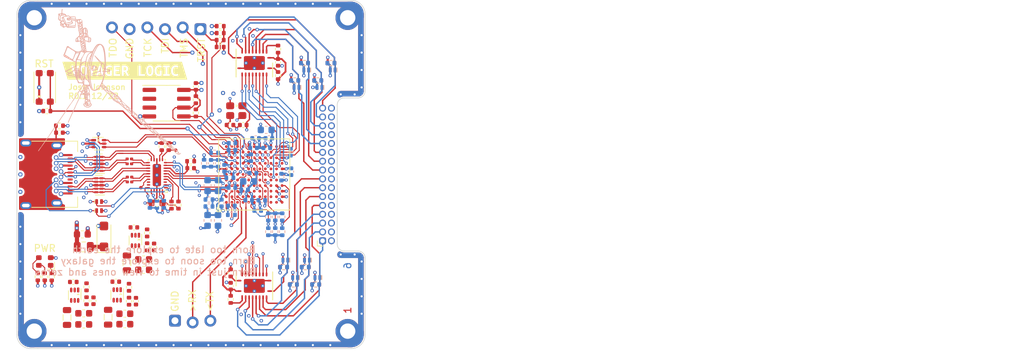
<source format=kicad_pcb>
(kicad_pcb (version 20211014) (generator pcbnew)
  (title_block (title "Voyager Logic") (date "2022-11-22") (rev "0.1") (company "Josh Johnson"))
  (layers (0 "F.Cu" signal) (1 "In1.Cu" signal) (2 "In2.Cu" signal) (3 "In3.Cu" signal) (4 "In4.Cu" signal) (31 "B.Cu" signal) (34 "B.Paste" user) (35 "F.Paste" user) (36 "B.SilkS" user "B.Silkscreen") (37 "F.SilkS" user "F.Silkscreen") (38 "B.Mask" user) (39 "F.Mask" user) (44 "Edge.Cuts" user))
  (net 0 "")
  (net 1 "VBUS")
  (net 2 "GND")
  (net 3 "+5V")
  (net 4 "Net-(C204-Pad1)")
  (net 5 "/USB C Connector/SHIELD")
  (net 6 "/FX3 USB and Misc/USB3_TX_P")
  (net 7 "/FX3 USB and Misc/USB3_TX_N")
  (net 8 "Net-(C303-Pad1)")
  (net 9 "Net-(C304-Pad1)")
  (net 10 "+3V3")
  (net 11 "/Debug/FX3_NRST")
  (net 12 "VIO")
  (net 13 "Net-(C703-Pad2)")
  (net 14 "+1V2")
  (net 15 "/Power/AVDD")
  (net 16 "Net-(C723-Pad2)")
  (net 17 "/Power/U3RX_VDDQ")
  (net 18 "/Power/U3TX_VDDQ")
  (net 19 "/Power/CVDDQ")
  (net 20 "Net-(C736-Pad2)")
  (net 21 "/USB C Connector/CC2")
  (net 22 "/USB C Connector/CC1")
  (net 23 "Net-(D402-Pad1)")
  (net 24 "Net-(D402-Pad2)")
  (net 25 "Net-(D402-Pad3)")
  (net 26 "/Logic Front End/CHANNEL_15")
  (net 27 "/Logic Front End/CHANNEL_11")
  (net 28 "/Logic Front End/CHANNEL_7")
  (net 29 "/Logic Front End/CHANNEL_3")
  (net 30 "/Logic Front End/CHANNEL_14")
  (net 31 "/Logic Front End/CHANNEL_10")
  (net 32 "/Logic Front End/CHANNEL_6")
  (net 33 "/Logic Front End/CHANNEL_2")
  (net 34 "/Logic Front End/CHANNEL_13")
  (net 35 "/Logic Front End/CHANNEL_9")
  (net 36 "/Logic Front End/CHANNEL_5")
  (net 37 "/Logic Front End/CHANNEL_1")
  (net 38 "/Logic Front End/CHANNEL_12")
  (net 39 "/Logic Front End/CHANNEL_8")
  (net 40 "/Logic Front End/CHANNEL_4")
  (net 41 "/Logic Front End/CHANNEL_0")
  (net 42 "/FX3 USB and Misc/USB2_D+")
  (net 43 "/FX3 USB and Misc/USB2_D-")
  (net 46 "Net-(L701-Pad1)")
  (net 47 "Net-(L702-Pad1)")
  (net 48 "Net-(L703-Pad1)")
  (net 49 "Net-(R201-Pad2)")
  (net 50 "Net-(R202-Pad2)")
  (net 51 "Net-(R203-Pad2)")
  (net 52 "Net-(R204-Pad2)")
  (net 53 "Net-(R205-Pad2)")
  (net 54 "Net-(R206-Pad2)")
  (net 55 "Net-(R207-Pad2)")
  (net 56 "Net-(R302-Pad1)")
  (net 57 "Net-(R303-Pad1)")
  (net 58 "/FX3 USB and Misc/SCL")
  (net 59 "/FX3 USB and Misc/SDA")
  (net 60 "/Debug/JTAG_TRST")
  (net 61 "/Debug/JTAG_TCK")
  (net 65 "Net-(R501-Pad2)")
  (net 66 "Net-(R502-Pad2)")
  (net 67 "Net-(R511-Pad2)")
  (net 68 "Net-(R516-Pad2)")
  (net 69 "Net-(TP202-Pad1)")
  (net 71 "/FX3 USB and Misc/USB3_RX_P")
  (net 72 "/FX3 USB and Misc/USB3_RX_N")
  (net 78 "/Debug/UART_TX")
  (net 81 "/Debug/JTAG_TDO")
  (net 86 "/Debug/UART_RX")
  (net 91 "/Debug/JTAG_TDI")
  (net 92 "/Debug/JTAG_TMS")
  (net 97 "/FX3 Logic Inputs/CH_2")
  (net 98 "/FX3 Logic Inputs/CH_5")
  (net 99 "/FX3 Logic Inputs/CH_1")
  (net 100 "/FX3 Logic Inputs/CH_0")
  (net 103 "/FX3 Logic Inputs/PMODE2")
  (net 107 "/FX3 Logic Inputs/CH_15")
  (net 108 "/FX3 Logic Inputs/CH_4")
  (net 109 "/FX3 Logic Inputs/CH_3")
  (net 112 "/FX3 Logic Inputs/PMODE1")
  (net 117 "/FX3 Logic Inputs/CH_7")
  (net 118 "/FX3 Logic Inputs/CH_6")
  (net 126 "/FX3 Logic Inputs/CH_14")
  (net 127 "/FX3 Logic Inputs/CH_9")
  (net 128 "/FX3 Logic Inputs/CH_8")
  (net 135 "/FX3 Logic Inputs/CH_13")
  (net 136 "/FX3 Logic Inputs/CH_12")
  (net 137 "/FX3 Logic Inputs/CH_10")
  (net 138 "/FX3 Logic Inputs/PMODE0")
  (net 140 "/FX3 Logic Inputs/CH_11")
  (net 148 "Net-(J402-Pad1)")
  (net 149 "/USB C Connector/TX2N")
  (net 150 "/USB C Connector/TX2-")
  (net 151 "/USB C Connector/TX2P")
  (net 152 "/USB C Connector/TX2+")
  (net 153 "/USB C Connector/TX1N")
  (net 154 "/USB C Connector/TX1-")
  (net 155 "/USB C Connector/TX1P")
  (net 156 "/USB C Connector/TX1+")
  (net 157 "/USB C Connector/RX2P")
  (net 158 "/USB C Connector/RX2N")
  (net 159 "/USB C Connector/RX1P")
  (net 160 "/USB C Connector/RX1N")
  (net 161 "/USB C Connector/USBD-")
  (net 162 "/USB C Connector/USBD+")
  (footprint "josh-soic-sot-etc:SOT-563" (layer "F.Cu") (at 124.52 103.48 -90)
    (fp_text reference "U704" hide)
    (fp_text value "TLV62569DRLR")
  )
  (footprint "Resistor_SMD:R_0402_1005Metric" (layer "F.Cu") (at 147.19 109.8 180)
    (fp_text reference "R509" hide)
    (fp_text value "909K")
  )
  (footprint "Capacitor_SMD:C_0402_1005Metric" (layer "F.Cu") (at 118.5 112.1375 90)
    (fp_text reference "C703" hide)
    (fp_text value "6p8")
  )
  (footprint "josh-dfn-qfn:Texas_RGY0020A_VQFN-20_2.5x4.5mm_P0.5mm" (layer "F.Cu") (at 141.6 78 -90)
    (fp_text reference "U502" hide)
    (fp_text value "SN74LVC245A")
  )
  (footprint "Capacitor_SMD:C_0402_1005Metric" (layer "F.Cu") (at 124.6 112.2 90)
    (fp_text reference "C723" hide)
    (fp_text value "6p8")
  )
  (footprint "Resistor_SMD:R_0402_1005Metric" (layer "F.Cu") (at 136.69 74.7)
    (fp_text reference "R409" hide)
    (fp_text value "0R0")
  )
  (footprint "Capacitor_SMD:C_0603_1608Metric" (layer "F.Cu") (at 123 115.5)
    (fp_text reference "C721" hide)
    (fp_text value "10u")
  )
  (footprint "kibuzzard-63948718" (layer "F.Cu") (at 123 79.1)
    (fp_text reference "kibuzzard-63948718" hide)
    (fp_text value "G***" hide)
  )
  (footprint "Capacitor_SMD:C_0201_0603Metric" (layer "F.Cu") (at 123.652488 91.775)
    (fp_text reference "C206" hide)
    (fp_text value "100n")
  )
  (footprint "Capacitor_SMD:C_0603_1608Metric" (layer "F.Cu") (at 117.1 115.5375)
    (fp_text reference "C701" hide)
    (fp_text value "10u")
  )
  (footprint "Resistor_SMD:R_0402_1005Metric" (layer "F.Cu") (at 113.61 87)
    (fp_text reference "FB202" hide)
    (fp_text value "220R")
  )
  (footprint "Resistor_SMD:R_0402_1005Metric" (layer "F.Cu") (at 110.5 108.69 -90)
    (fp_text reference "R407" hide)
    (fp_text value "1K")
  )
  (footprint "Resistor_SMD:R_0402_1005Metric" (layer "F.Cu") (at 126.2 102.4 90)
    (fp_text reference "R706" hide)
    (fp_text value "60K4")
  )
  (footprint "josh-test-point:TestPoint_SMDPad_D0.5mm_NO_SILK" (layer "F.Cu") (at 130.3 90.51)
    (fp_text reference "TP201" hide)
    (fp_text value "TP")
  )
  (footprint "Resistor_SMD:R_0402_1005Metric" (layer "F.Cu") (at 145 79.8 90)
    (fp_text reference "R516" hide)
    (fp_text value "0R")
  )
  (footprint "Package_SO:SOIC-8_3.9x4.9mm_P1.27mm" (layer "F.Cu") (at 129 83.765)
    (fp_text reference "U302" hide)
    (fp_text value "M24M02")
  )
  (footprint "Capacitor_SMD:C_0402_1005Metric" (layer "F.Cu") (at 127.2 104.4 90)
    (fp_text reference "C736" hide)
    (fp_text value "6p8")
  )
  (footprint "josh-passives-smt:D_X1-DFN1006-2" (layer "F.Cu") (at 149.05 79 180)
    (fp_text reference "D510" hide)
    (fp_text value "DESD5V0U1BL")
  )
  (footprint "Resistor_SMD:R_0402_1005Metric" (layer "F.Cu") (at 111.8 84.9)
    (fp_text reference "R402" hide)
    (fp_text value "10K")
  )
  (footprint "josh-dfn-qfn:Texas_RGY0020A_VQFN-20_2.5x4.5mm_P0.5mm" (layer "F.Cu") (at 141.6 110 90)
    (fp_text reference "U501" hide)
    (fp_text value "SN74LVC245A")
  )
  (footprint "josh-passives-smt:D_X1-DFN1006-2" (layer "F.Cu") (at 147.45 108.8 180)
    (fp_text reference "D507" hide)
    (fp_text value "DESD5V0U1BL")
  )
  (footprint "Resistor_SMD:R_0402_1005Metric" (layer "F.Cu") (at 133.2 85.165 -90)
    (fp_text reference "R305" hide)
    (fp_text value "2K2")
  )
  (footprint "josh-soic-sot-etc:SOT-563" (layer "F.Cu") (at 119.276256 89.575)
    (fp_text reference "U201" hide)
    (fp_text value "USBLC6-2SC6")
  )
  (footprint "josh-led:LED_TRI_2020" (layer "F.Cu") (at 111.5 106.5 180)
    (fp_text reference "D402" hide)
    (fp_text value "LED_RGBA")
  )
  (footprint "Resistor_SMD:R_0402_1005Metric" (layer "F.Cu") (at 150.41 109.8 180)
    (fp_text reference "R519" hide)
    (fp_text value "909K")
  )
  (footprint "josh-passives-smt:D_SOD-123FL" (layer "F.Cu") (at 120 102.9 90)
    (fp_text reference "D201" hide)
    (fp_text value "SMF9.0CA")
  )
  (footprint "MountingHole:MountingHole_2.2mm_M2_ISO7380_Pad" (layer "F.Cu") (at 110 71.5)
    (fp_text reference "H201" hide)
    (fp_text value "M2")
  )
  (footprint "josh-connectors:PinSocket_2x16_P1.27mm_Horizontal" (layer "F.Cu") (at 151.4 103.525 180)
    (fp_text reference "J501" hide)
    (fp_text value "Probe")
  )
  (footprint "josh-dfn-qfn:Texas_RNH0030A_WQFN-30_2.5x4.5mm_P0.4mm" (layer "F.Cu") (at 127.6 94.1 180)
    (fp_text reference "U202" hide)
    (fp_text value "HD3SS3220")
  )
  (footprint "MountingHole:MountingHole_2.2mm_M2_ISO7380_Pad" (layer "F.Cu") (at 155 71.5)
    (fp_text reference "H202" hide)
    (fp_text value "M2")
  )
  (footprint "Resistor_SMD:R_0402_1005Metric" (layer "F.Cu") (at 138.2 111.94 -90)
    (fp_text reference "R501" hide)
    (fp_text value "0R")
  )
  (footprint "josh-bga:BGA-121_10x10mm_Layout11x11_P0.8mm" (layer "F.Cu") (at 141.58 94 90)
    (fp_text reference "U301" hide)
    (fp_text value "CYUSB3014-BZXx")
  )
  (footprint "Capacitor_SMD:C_0603_1608Metric" (layer "F.Cu") (at 116.9 102.6)
    (fp_text reference "C201" hide)
    (fp_text value "10u")
  )
  (footprint "Capacitor_SMD:C_0402_1005Metric" (layer "F.Cu") (at 140 86.9 180)
    (fp_text reference "C303" hide)
    (fp_text value "13p")
  )
  (footprint "Capacitor_SMD:C_0402_1005Metric" (layer "F.Cu") (at 124.3 101.6)
    (fp_text reference "C737" hide)
    (fp_text value "4u7")
  )
  (footprint "josh-connectors:6_PIN_THT_Staggered" (layer "F.Cu") (at 133.85 73.014286 -90)
    (fp_text reference "J402" hide)
    (fp_text value "JTAG")
  )
  (footprint "josh-test-point:TestPoint_SMDPad_D0.5mm_NO_SILK" (layer "F.Cu") (at 125.3 95.9)
    (fp_text reference "TP202" hide)
    (fp_text value "TP")
  )
  (footprint "josh-passives-smt:D_X1-DFN1006-2" (layer "F.Cu") (at 150.65 108.8 180)
    (fp_text reference "D515" hide)
    (fp_text value "DESD5V0U1BL")
  )
  (footprint "Inductor_SMD:L_0805_2012Metric" (layer "F.Cu") (at 120.6 114.5 -90)
    (fp_text reference "L702" hide)
    (fp_text value "2u2")
  )
  (footprint "josh-passives-smt:D_X1-DFN1006-2" (layer "F.Cu") (at 149.15 106.3 180)
    (fp_text reference "D511" hide)
    (fp_text value "DESD5V0U1BL")
  )
  (footprint "Resistor_SMD:R_0402_1005Metric" (layer "F.Cu") (at 145.79 107.3 180)
    (fp_text reference "R505" hide)
    (fp_text value "909K")
  )
  (footprint "josh-passives-smt:Fuse_0805_2012Metric" (layer "F.Cu") (at 117.1 104.4)
    (fp_text reference "F201" hide)
    (fp_text value "500mA")
  )
  (footprint "Capacitor_SMD:C_0402_1005Metric" (layer "F.Cu") (at 132.45 93.1)
    (fp_text reference "C204" hide)
    (fp_text value "100n")
  )
  (footprint "josh-passives-smt:D_X1-DFN1006-2" (layer "F.Cu") (at 146.05 106.3 180)
    (fp_text reference "D503" hide)
    (fp_text value "DESD5V0U1BL")
  )
  (footprint "Resistor_SMD:R_0402_1005Metric" (layer "F.Cu") (at 129.7 98.4 90)
    (fp_text reference "R202" hide)
    (fp_text value "10K")
  )
  (footprint "MountingHole:MountingHole_2.2mm_M2_ISO7380_Pad" (layer "F.Cu") (at 110 116.5)
    (fp_text reference "H203" hide)
    (fp_text value "M2")
  )
  (footprint "Package_SON:USON-10_2.5x1.0mm_P0.5mm" (layer "F.Cu") (at 119.272488 95.55 180)
    (fp_text reference "U204" hide)
    (fp_text value "TPD4EUSB30")
  )
  (footprint "MountingHole:MountingHole_2.2mm_M2_ISO7380_Pad" (layer "F.Cu") (at 155 116.5)
    (fp_text reference "H204" hide)
    (fp_text value "M2")
  )
  (footprint "Capacitor_SMD:C_0402_1005Metric" (layer "F.Cu") (at 145 77.9 -90)
    (fp_text reference "C502" hide)
    (fp_text value "100n")
  )
  (footprint "josh-connectors:3_PIN_THT_Staggered" (layer "F.Cu") (at 130.2 115.127 90)
    (fp_text reference "J401" hide)
    (fp_text value "UART")
  )
  (footprint "Capacitor_SMD:C_0402_1005Metric" (layer "F.Cu") (at 113.61 88)
    (fp_text reference "C208" hide)
    (fp_text value "100n")
  )
  (footprint "josh-soic-sot-etc:SOT-563" (layer "F.Cu") (at 121.9 111.3 -90)
    (fp_text reference "U703" hide)
    (fp_text value "TLV62569DRLR")
  )
  (footprint "Capacitor_SMD:C_0603_1608Metric" (layer "F.Cu") (at 127.625 98.09 180)
    (fp_text reference "C202" hide)
    (fp_text value "10u")
  )
  (footprint "Capacitor_SMD:C_0402_1005Metric" (layer "F.Cu") (at 115.6 109.4375)
    (fp_text reference "C704" hide)
    (fp_text value "4u7")
  )
  (footprint "Resistor_SMD:R_0402_1005Metric" (layer "F.Cu") (at 138.2 108.14 -90)
    (fp_text reference "R502" hide)
    (fp_text value "0R")
  )
  (footprint "Resistor_SMD:R_0402_1005Metric" (layer "F.Cu") (at 136.7 72.7)
    (fp_text reference "R306" hide)
    (fp_text value "10K")
  )
  (footprint "Resistor_SMD:R_0402_1005Metric" (layer "F.Cu") (at 112.5 108.7 -90)
    (fp_text reference "R405" hide)
    (fp_text value "1K")
  )
  (footprint "Capacitor_SMD:C_0603_1608Metric" (layer "F.Cu") (at 117.1 113.9375)
    (fp_text reference "C702" hide)
    (fp_text value "10u")
  )
  (footprint "Capacitor_SMD:C_0603_1608Metric" (layer "F.Cu") (at 123 114)
    (fp_text reference "C722" hide)
    (fp_text value "10u")
  )
  (footprint "Resistor_SMD:R_0402_1005Metric" (layer "F.Cu") (at 148.79 78 180)
    (fp_text reference "R513" hide)
    (fp_text value "909K")
  )
  (footprint "josh-soic-sot-etc:SOT-563" (layer "F.Cu") (at 115.8 111.3375 -90)
    (fp_text reference "U701" hide)
    (fp_text value "TLV62569DRLR")
  )
  (footprint "Capacitor_SMD:C_0402_1005Metric" (layer "F.Cu") (at 138.2 110.04 90)
    (fp_text reference "C501" hide)
    (fp_text value "100n")
  )
  (footprint "Inductor_SMD:L_0805_2012Metric" (layer "F.Cu") (at 114.7 114.5375 -90)
    (fp_text reference "L701" hide)
    (fp_text value "2u2")
  )
  (footprint "Resistor_SMD:R_0402_1005Metric" (layer "F.Cu") (at 133.2 83.265 -90)
    (fp_text reference "R304" hide)
    (fp_text value "2K2")
  )
  (footprint "Resistor_SMD:R_0402_1005Metric" (layer "F.Cu") (at 130.7 98.4 90)
    (fp_text reference "R201" hide)
    (fp_text value "909K")
  )
  (footprint "Capacitor_SMD:C_0402_1005Metric" (layer "F.Cu") (at 138.1 86.9)
    (fp_text reference "C304" hide)
    (fp_text value "13p")
  )
  (footprint "Resistor_SMD:R_0402_1005Metric" (layer "F.Cu") (at 123.6 110.2 90)
    (fp_text reference "R704" hide)
    (fp_text value "120K")
  )
  (footprint "josh-passives-smt:D_X1-DFN1006-2" (layer "F.Cu") (at 119.3 97.9)
    (fp_text reference "D204" hide)
    (fp_text value "DESD5V0U1BL")
  )
  (footprint "Package_SON:USON-10_2.5x1.0mm_P0.5mm" (layer "F.Cu") (at 119.272488 92.475 180)
    (fp_text reference "U203" hide)
    (fp_text value "TPD4EUSB30")
  )
  (footprint "Resistor_SMD:R_0402_1005Metric" (layer "F.Cu") (at 123.6 112.2 90)
    (fp_text reference "R703" hide)
    (fp_text value "120K")
  )
  (footprint "Resistor_SMD:R_0402_1005Metric" (layer "F.Cu") (at 136.69 75.7)
    (fp_text reference "R408" hide)
    (fp_text value "DNP")
  )
  (footprint "Resistor_SMD:R_0402_1005Metric" (layer "F.Cu") (at 145 76 90)
    (fp_text reference "R511" hide)
    (fp_text value "0R")
  )
  (footprint "Resistor_SMD:R_0402_1005Metric" (layer "F.Cu") (at 117.5 110.1375 90)
    (fp_text reference "R702" hide)
    (fp_text value "26K7")
  )
  (footprint "Resistor_SMD:R_0402_1005Metric" (layer "F.Cu") (at 126.2 104.39 90)
    (fp_text reference "R705" hide)
    (fp_text value "120K")
  )
  (footprint "Resistor_SMD:R_0402_1005Metric" (layer "F.Cu") (at 152.59 78 180)
    (fp_text reference "R503" hide)
    (fp_text value "909K")
  )
  (footprint "josh-connectors:USB_C_Receptacle_Amphenol_10137062-00021LF" (layer "F.Cu") (at 110.122488 93.975 -90)
    (fp_text reference "J201" hide)
    (fp_text value "USB_C_Receptacle")
  )
  (footprint "Capacitor_SMD:C_0603_1608Metric" (layer "F.Cu") (at 125.7 107.7)
    (fp_text reference "C734" hide)
    (fp_text value "10u")
  )
  (footprint "josh-passives-smt:D_X1-DFN1006-2" (layer "F.Cu") (at 119.3 99.2)
    (fp_text reference "D203" hide)
    (fp_text value "DESD5V0U1BL")
  )
  (footprint "Resistor_SMD:R_0402_1005Metric" (layer "F.Cu") (at 117.5 112.1375 90)
    (fp_text reference "R701" hide)
    (fp_text value "120K")
  )
  (footprint "Capacitor_SMD:C_0402_1005Metric" (layer "F.Cu") (at 121.7 109.4)
    (fp_text reference "C724" hide)
    (fp_text value "4u7")
  )
  (footprint "Resistor_SMD:R_0402_1005Metric" (layer "F.Cu") (at 128.3 90 -90)
    (fp_text reference "R206" hide)
    (fp_text value "0R")
  )
  (footprint "Capacitor_SMD:C_0402_1005Metric" (layer "F.Cu") (at 133.2 81.365 90)
    (fp_text reference "C306" hide)
    (fp_text value "100n")
  )
  (footprint "Resistor_SMD:R_0402_1005Metric" (layer "F.Cu") (at 111.5 108.69 -90)
    (fp_text reference "R406" hide)
    (fp_text value "1K")
  )
  (footprint "Inductor_SMD:L_0805_2012Metric" (layer "F.Cu") (at 123.3 106.7 -90)
    (fp_text reference "L703" hide)
    (fp_text value "2u2")
  )
  (footprint "Resistor_SMD:R_0402_1005Metric" (layer "F.Cu") (at 129.3 90 -90)
    (fp_text reference "R205" hide)
    (fp_text value "200K")
  )
  (footprint "Resistor_SMD:R_0402_1005Metric" (layer "F.Cu") (at 136.7 73.7 180)
    (fp_text reference "R307" hide)
    (fp_text value "DNP")
  )
  (footprint "josh-buttons-switches:SW_Push_KMR2" (layer "F.Cu") (at 111.5 81.5 90)
    (fp_text reference "SW401" hide)
    (fp_text value "KMR2")
  )
  (footprint "Capacitor_SMD:C_0201_0603Metric" (layer "F.Cu") (at 123.652488 92.475)
    (fp_text reference "C207" hide)
    (fp_text value "100n")
  )
  (footprint "josh-passives-smt:D_X1-DFN1006-2" (layer "F.Cu") (at 150.95 81.5 180)
    (fp_text reference "D506" hide)
    (fp_text value "DESD5V0U1BL")
  )
  (footprint "Resistor_SMD:R_0402_1005Metric" (layer "F.Cu") (at 147.39 80.5 180)
    (fp_text reference "R518" hide)
    (fp_text value "909K")
  )
  (footprint "Resistor_SMD:R_0402_1005Metric" (layer "F.Cu") (at 132.45 92.1)
    (fp_text reference "FB201" hide)
    (fp_text value "220R")
  )
  (footprint "josh-oscillators:Crystal_SMD_2520-4Pin_2.5x2.0mm" (layer "F.Cu") (at 139 84.84 180)
    (fp_text reference "Y301" hide)
    (fp_text value "19.2MHz")
  )
  (footprint "Resistor_SMD:R_0402_1005Metric" (layer "F.Cu") (at 148.92 107.3 180)
    (fp_text reference "R514" hide)
    (fp_text value "909K")
  )
  (footprint "Capacitor_SMD:C_0201_0603Metric" (layer "F.Cu") (at 123.672488 95.075)
    (fp_text reference "C205" hide)
    (fp_text value "100n")
  )
  (footprint "Resistor_SMD:R_0402_1005Metric" (layer "F.Cu") (at 150.7 80.5 180)
    (fp_text reference "R508" hide)
    (fp_text value "909K")
  )
  (footprint "Capacitor_SMD:C_0603_1608Metric" (layer "F.Cu") (at 125.7 106.2)
    (fp_text reference "C735" hide)
    (fp_text value "10u")
  )
  (footprint "josh-passives-smt:D_X1-DFN1006-2" (layer "F.Cu") (at 147.65 81.5 180)
    (fp_text reference "D514" hide)
    (fp_text value "DESD5V0U1BL")
  )
  (footprint "Capacitor_SMD:C_0201_0603Metric" (layer "F.Cu") (at 123.672488 94.375)
    (fp_text reference "C203" hide)
    (fp_text value "100n")
  )
  (footprint "josh-passives-smt:D_X1-DFN1006-2" (layer "F.Cu") (at 152.85 79 180)
    (fp_text reference "D501" hide)
    (fp_text value "DESD5V0U1BL")
  )
  (footprint "Capacitor_SMD:C_0402_1005Metric" (layer "B.Cu") (at 142.66 97.7 180)
    (fp_text reference "C709" hide)
    (fp_text value "100n")
  )
  (footprint "josh-passives-smt:D_X1-DFN1006-2" (layer "B.Cu") (at 147.65 81.5 180)
    (fp_text reference "D502" hide)
    (fp_text value "DESD5V0U1BL")
  )
  (footprint "josh-passives-smt:D_X1-DFN1006-2" (layer "B.Cu") (at 150.95 81.5 180)
    (fp_text reference "D509" hide)
    (fp_text value "DESD5V0U1BL")
  )
  (footprint "Capacitor_SMD:C_0603_1608Metric" (layer "B.Cu") (at 136.38 100.6 -90)
    (fp_text reference "C726" hide)
    (fp_text value "10u")
  )
  (footprint "Capacitor_SMD:C_0402_1005Metric" (layer "B.Cu") (at 145.48 94.38 90)
    (fp_text reference "C715" hide)
    (fp_text value "100n")
  )
  (footprint "Resistor_SMD:R_0402_1005Metric" (layer "B.Cu") (at 147.4 80.5 180)
    (fp_text reference "R504" hide)
    (fp_text value "909K")
  )
  (footprint "Resistor_SMD:R_0402_1005Metric" (layer "B.Cu") (at 148.9 107.3 180)
    (fp_text reference "R515" hide)
    (fp_text value "909K")
  )
  (footprint "Resistor_SMD:R_0402_1005Metric" (layer "B.Cu") (at 145.6 100.09 -90)
    (fp_text reference "R601" hide)
    (fp_text value "DNP")
  )
  (footprint "josh-passives-smt:D_X1-DFN1006-2" (layer "B.Cu") (at 152.85 79 180)
    (fp_text reference "D505" hide)
    (fp_text value "DESD5V0U1BL")
  )
  (footprint "Capacitor_SMD:C_0402_1005Metric" (layer "B.Cu") (at 136.38 92.4 90)
    (fp_text reference "C719" hide)
    (fp_text value "100n")
  )
  (footprint "Resistor_SMD:R_0402_1005Metric" (layer "B.Cu") (at 152.59 78 180)
    (fp_text reference "R507" hide)
    (fp_text value "909K")
  )
  (footprint "Capacitor_SMD:C_0402_1005Metric" (layer "B.Cu") (at 141.1 91.6 -90)
    (fp_text reference "C706" hide)
    (fp_text value "100n")
  )
  (footprint "LOGO" (layer "B.Cu") (at 120.383697 81.936063 170)
    (fp_text reference "G***" hide)
    (fp_text value "LOGO" hide)
  )
  (footprint "Resistor_SMD:R_0402_1005Metric" (layer "B.Cu") (at 138.3 99.8 180)
    (fp_text reference "R302" hide)
    (fp_text value "200R")
  )
  (footprint "josh-passives-smt:D_X1-DFN1006-2" (layer "B.Cu") (at 147.45 108.8 180)
    (fp_text reference "D508" hide)
    (fp_text value "DESD5V0U1BL")
  )
  (footprint "Capacitor_SMD:C_0603_1608Metric" (layer "B.Cu") (at 136.38 95.6 90)
    (fp_text reference "C730" hide)
    (fp_text value "10u")
  )
  (footprint "Resistor_SMD:R_0402_1005Metric" (layer "B.Cu") (at 135.88 90.9 180)
    (fp_text reference "R303" hide)
    (fp_text value "6K04")
  )
  (footprint "josh-passives-smt:D_X1-DFN1006-2" (layer "B.Cu") (at 149.15 106.3 180)
    (fp_text reference "D512" hide)
    (fp_text value "DESD5V0U1BL")
  )
  (footprint "Resistor_SMD:R_0402_1005Metric" (layer "B.Cu") (at 150.4 109.8 180)
    (fp_text reference "R520" hide)
    (fp_text value "909K")
  )
  (footprint "Capacitor_SMD:C_0402_1005Metric" (layer "B.Cu") (at 138.3 98.5 180)
    (fp_text reference "C728" hide)
    (fp_text value "100n")
  )
  (footprint "Resistor_SMD:R_0402_1005Metric" (layer "B.Cu") (at 147.2 109.8 180)
    (fp_text reference "R510" hide)
    (fp_text value "909K")
  )
  (footprint "Capacitor_SMD:C_0402_1005Metric" (layer "B.Cu") (at 141.48 90.2)
    (fp_text reference "C305" hide)
    (fp_text value "100n")
  )
  (footprint "Capacitor_SMD:C_0402_1005Metric" (layer "B.Cu") (at 142.08 99.2)
    (fp_text reference "C717" hide)
    (fp_text value "100n")
  )
  (footprint "Resistor_SMD:R_0402_1005Metric" (layer "B.Cu") (at 148.8 78 180)
    (fp_text reference "R517" hide)
    (fp_text value "909K")
  )
  (footprint "josh-passives-smt:D_X1-DFN1006-2" (layer "B.Cu") (at 150.65 108.8 180)
    (fp_text reference "D516" hide)
    (fp_text value "DESD5V0U1BL")
  )
  (footprint "Resistor_SMD:R_0402_1005Metric" (layer "B.Cu") (at 144.6 102.21 -90)
    (fp_text reference "R605" hide)
    (fp_text value "DNP")
  )
  (footprint "Capacitor_SMD:C_0402_1005Metric" (layer "B.Cu") (at 140.78 97.7 180)
    (fp_text reference "C720" hide)
    (fp_text value "100n")
  )
  (footprint "Resistor_SMD:R_0402_1005Metric" (layer "B.Cu") (at 135.09 97.6)
    (fp_text reference "FB703" hide)
    (fp_text value "220R")
  )
  (footprint "Capacitor_SMD:C_0402_1005Metric" (layer "B.Cu") (at 141.78 88.8)
    (fp_text reference "C716" hide)
    (fp_text value "100n")
  )
  (footprint "Resistor_SMD:R_0402_1005Metric" (layer "B.Cu") (at 145.6 102.22 -90)
    (fp_text reference "R604" hide)
    (fp_text value "DNP")
  )
  (footprint "Resistor_SMD:R_0402_1005Metric" (layer "B.Cu") (at 143.6 100.09 -90)
    (fp_text reference "R603" hide)
    (fp_text value "10K")
  )
  (footprint "Capacitor_SMD:C_0402_1005Metric" (layer "B.Cu") (at 138.38 95.9)
    (fp_text reference "C732" hide)
    (fp_text value "100n")
  )
  (footprint "Capacitor_SMD:C_0402_1005Metric" (layer "B.Cu") (at 143.68 88.8 180)
    (fp_text reference "C714" hide)
    (fp_text value "100n")
  )
  (footprint "Resistor_SMD:R_0402_1005Metric" (layer "B.Cu") (at 144.6 100.09 -90)
    (fp_text reference "R602" hide)
    (fp_text value "10K")
  )
  (footprint "Capacitor_SMD:C_0603_1608Metric" (layer "B.Cu") (at 140.78 95)
    (fp_text reference "C712" hide)
    (fp_text value "10u")
  )
  (footprint "Resistor_SMD:R_0402_1005Metric" (layer "B.Cu") (at 126.6 98.29 90)
    (fp_text reference "R204" hide)
    (fp_text value "200K")
  )
  (footprint "Capacitor_SMD:C_0402_1005Metric" (layer "B.Cu") (at 143.38 90.2 180)
    (fp_text reference "C711" hide)
    (fp_text value "100n")
  )
  (footprint "Resistor_SMD:R_0402_1005Metric" (layer "B.Cu") (at 134.38 92.4 90)
    (fp_text reference "FB701" hide)
    (fp_text value "220R")
  )
  (footprint "Capacitor_SMD:C_0402_1005Metric" (layer "B.Cu") (at 140.2 96.2)
    (fp_text reference "C708" hide)
    (fp_text value "100n")
  )
  (footprint "Resistor_SMD:R_0402_1005Metric" (layer "B.Cu") (at 135.08 98.6)
    (fp_text reference "FB702" hide)
    (fp_text value "220R")
  )
  (footprint "Capacitor_SMD:C_0402_1005Metric" (layer "B.Cu") (at 138.4 89.5 180)
    (fp_text reference "C729" hide)
    (fp_text value "100n")
  )
  (footprint "Resistor_SMD:R_0402_1005Metric" (layer "B.Cu") (at 143.6 102.22 -90)
    (fp_text reference "R606" hide)
    (fp_text value "DNP")
  )
  (footprint "Capacitor_SMD:C_0402_1005Metric" (layer "B.Cu") (at 135.38 92.4 90)
    (fp_text reference "C718" hide)
    (fp_text value "4u7")
  )
  (footprint "josh-passives-smt:D_X1-DFN1006-2" (layer "B.Cu") (at 146.05 106.3 180)
    (fp_text reference "D504" hide)
    (fp_text value "DESD5V0U1BL")
  )
  (footprint "Resistor_SMD:R_0402_1005Metric" (layer "B.Cu") (at 138.08 94.5)
    (fp_text reference "FB704" hide)
    (fp_text value "220R")
  )
  (footprint "josh-passives-smt:D_X1-DFN1006-2" (layer "B.Cu") (at 149.05 79 180)
    (fp_text reference "D513" hide)
    (fp_text value "DESD5V0U1BL")
  )
  (footprint "Capacitor_SMD:C_0402_1005Metric" (layer "B.Cu") (at 137.3 93.1 90)
    (fp_text reference "C733" hide)
    (fp_text value "100n")
  )
  (footprint "Capacitor_SMD:C_0402_1005Metric" (layer "B.Cu") (at 136.88 98.1 -90)
    (fp_text reference "C727" hide)
    (fp_text value "100n")
  )
  (footprint "Resistor_SMD:R_0402_1005Metric" (layer "B.Cu") (at 128.6 98.29 90)
    (fp_text reference "R207" hide)
    (fp_text value "0R")
  )
  (footprint "Resistor_SMD:R_0402_1005Metric" (layer "B.Cu") (at 145.8 107.3 180)
    (fp_text reference "R506" hide)
    (fp_text value "909K")
  )
  (footprint "Capacitor_SMD:C_0402_1005Metric" (layer "B.Cu") (at 146.88 93.6 -90)
    (fp_text reference "C707" hide)
    (fp_text value "100n")
  )
  (footprint "Capacitor_SMD:C_0402_1005Metric" (layer "B.Cu") (at 141.4 93.8)
    (fp_text reference "C401" hide)
    (fp_text value "100n")
  )
  (footprint "Capacitor_SMD:C_0603_1608Metric" (layer "B.Cu") (at 134.88 95.6 90)
    (fp_text reference "C731" hide)
    (fp_text value "10u")
  )
  (footprint "Capacitor_SMD:C_0603_1608Metric" (layer "B.Cu") (at 143.3 87.6 180)
    (fp_text reference "C705" hide)
    (fp_text value "10u")
  )
  (footprint "Capacitor_SMD:C_0402_1005Metric" (layer "B.Cu") (at 146.8 90.8 90)
    (fp_text reference "C710" hide)
    (fp_text value "100n")
  )
  (footprint "Resistor_SMD:R_0402_1005Metric" (layer "B.Cu") (at 150.7 80.5 180)
    (fp_text reference "R512" hide)
    (fp_text value "909K")
  )
  (footprint "Capacitor_SMD:C_0402_1005Metric" (layer "B.Cu") (at 138.38 90.5 180)
    (fp_text reference "C713" hide)
    (fp_text value "100n")
  )
  (footprint "Resistor_SMD:R_0402_1005Metric" (layer "B.Cu") (at 127.6 98.29 90)
    (fp_text reference "R203" hide)
    (fp_text value "200K")
  )
  (footprint "Capacitor_SMD:C_0603_1608Metric" (layer "B.Cu") (at 134.88 100.6 -90)
    (fp_text reference "C725" hide)
    (fp_text value "10u")
  )
  (gr_line (start 107.5 72) (end 107.5 71) (layer "Edge.Cuts") (width 0.1))
  (gr_line (start 107.5 117) (end 107.5 116) (layer "Edge.Cuts") (width 0.1))
  (gr_line (start 155.5 119) (end 110.5 119) (layer "Edge.Cuts") (width 0.1))
  (gr_line (start 110.5 69) (end 155.5 69) (layer "Edge.Cuts") (width 0.1))
  (gr_line (start 153.5 84) (end 153.5 104) (layer "Edge.Cuts") (width 0.1))
  (gr_arc (start 157.5 117) (mid 156.914214 118.414214) (end 155.5 119) (layer "Edge.Cuts") (width 0.1))
  (gr_arc (start 109.5 119) (mid 108.085786 118.414214) (end 107.5 117) (layer "Edge.Cuts") (width 0.1))
  (gr_line (start 109.5 69) (end 110.5 69) (layer "Edge.Cuts") (width 0.1))
  (gr_arc (start 153.5 84) (mid 153.792893 83.292893) (end 154.5 83) (layer "Edge.Cuts") (width 0.1))
  (gr_line (start 154.5 105) (end 156.5 105) (layer "Edge.Cuts") (width 0.1))
  (gr_line (start 110.5 119) (end 109.5 119) (layer "Edge.Cuts") (width 0.1))
  (gr_arc (start 154.5 105) (mid 153.792893 104.707107) (end 153.5 104) (layer "Edge.Cuts") (width 0.1))
  (gr_arc (start 155.5 69) (mid 156.914214 69.585786) (end 157.5 71) (layer "Edge.Cuts") (width 0.1))
  (gr_line (start 156.5 83) (end 154.5 83) (layer "Edge.Cuts") (width 0.1))
  (gr_arc (start 107.5 71) (mid 108.085786 69.585786) (end 109.5 69) (layer "Edge.Cuts") (width 0.1))
  (gr_line (start 107.5 116) (end 107.5 72) (layer "Edge.Cuts") (width 0.1))
  (gr_arc (start 157.5 82) (mid 157.207107 82.707107) (end 156.5 83) (layer "Edge.Cuts") (width 0.1))
  (gr_arc (start 156.5 105) (mid 157.207107 105.292893) (end 157.5 106) (layer "Edge.Cuts") (width 0.1))
  (gr_line (start 157.5 71) (end 157.5 82) (layer "Edge.Cuts") (width 0.1))
  (gr_line (start 157.5 117) (end 157.5 106) (layer "Edge.Cuts") (width 0.1))
  (gr_text "1" (at 155 113.5 90) (layer "F.Cu") (effects (font (size 1 1))))
  (gr_text "6" (at 155 107.1 90) (layer "B.Cu") (effects (font (size 1 1)) (justify mirror)))
  (gr_text "Born too late to explore the earth\nBorn too soon to explore the galaxy\nBorn just in time to view ones and zeros" (at 141.9 106.4) (layer "B.SilkS") (effects (font (size 1 1)) (justify left mirror)))
  (gr_text "PWR" (at 111.5 104.6) (layer "F.SilkS") (effects (font (size 1 1))))
  (gr_text "Josh Johnson\nR0.1 12/22" (at 114.8 82.1) (layer "F.SilkS") (effects (font (size 0.8 0.8)) (justify left)))
  (gr_text "RST" (at 111.4 78.1) (layer "F.SilkS") (effects (font (size 1 1))))
  (gr_text "TMS" (at 131.5 75.82381 90) (layer "F.SilkS") (effects (font (size 1 1))))
  (gr_text "TDO" (at 121.3 75.8 90) (layer "F.SilkS") (effects (font (size 1 1))))
  (gr_text "TCK" (at 126.3 75.776191 90) (layer "F.SilkS") (effects (font (size 1 1))))
  (gr_text ">RX" (at 132.7 112.128571 90) (layer "F.SilkS") (effects (font (size 1 1))))
  (gr_text "<TX" (at 135.2 112.247619 90) (layer "F.SilkS") (effects (font (size 1 1))))
  (gr_text "GND" (at 123.7 75.919048 90) (layer "F.SilkS") (effects (font (size 1 1))))
  (gr_text "GND" (at 130.2 112.2 90) (layer "F.SilkS") (effects (font (size 1 1))))
  (gr_text "TDI" (at 128.8 75.514286 90) (layer "F.SilkS") (effects (font (size 1 1))))
  (gr_text "TRST" (at 134 76.133333 90) (layer "F.SilkS") (effects (font (size 1 1))))
  (segment (start 116.125 102.6) (end 116.125 104.3625) (width 0.6) (layer "F.Cu") (net 1))
  (segment (start 116.1 100.9) (end 116.1 102.575) (width 0.6) (layer "F.Cu") (net 1))
  (segment (start 115.142488 95.225) (end 113.882488 95.225) (width 0.3) (layer "F.Cu") (net 1))
  (segment (start 116.1 102.575) (end 116.125 102.6) (width 0.6) (layer "F.Cu") (net 1))
  (segment (start 119.478768 89.575) (end 119.203768 89.3) (width 0.2) (layer "F.Cu") (net 1))
  (segment (start 120.026256 89.575) (end 119.478768 89.575) (width 0.2) (layer "F.Cu") (net 1))
  (segment (start 113.882488 95.225) (end 113.832488 95.175) (width 0.3) (layer "F.Cu") (net 1))
  (segment (start 115.142488 92.725) (end 113.882488 92.725) (width 0.3) (layer "F.Cu") (net 1))
  (segment (start 116.125 104.3625) (end 116.1625 104.4) (width 0.6) (layer "F.Cu") (net 1))
  (segment (start 113.882488 92.725) (end 113.832488 92.775) (width 0.3) (layer "F.Cu") (net 1))
  (segment (start 119.203768 89.3) (end 119.203768 88.2) (width 0.2) (layer "F.Cu") (net 1))
  (via (at 116.1 100.9) (size 0.5) (drill 0.25) (layers "F.Cu" "B.Cu") (net 1))
  (via (at 116.1 101.7) (size 0.5) (drill 0.25) (layers "F.Cu" "B.Cu") (net 1))
  (via (at 119.203768 88.2) (size 0.5) (drill 0.25) (layers "F.Cu" "B.Cu") (net 1))
  (segment (start 147.3 80.91) (end 146.89 80.5) (width 0.3) (layer "F.Cu") (net 2))
  (segment (start 133.98 80.885) (end 134 80.865) (width 0.2) (layer "F.Cu") (net 2))
  (segment (start 139.05 87.37) (end 139.52 86.9) (width 0.2) (layer "F.Cu") (net 2))
  (segment (start 139.05 87.37) (end 138.58 86.9) (width 0.2) (layer "F.Cu") (net 2))
  (segment (start 147.26 81.5) (end 147.3 81.46) (width 0.3) (layer "F.Cu") (net 2))
  (segment (start 139.3 99.008504) (end 139.3 99.1) (width 0.127) (layer "F.Cu") (net 2))
  (segment (start 143.75 109.25) (end 142.35 109.25) (width 0.2) (layer "F.Cu") (net 2))
  (segment (start 110.5 109.2) (end 110.5 109.99) (width 0.3) (layer "F.Cu") (net 2))
  (segment (start 125.91 98.09) (end 125.9 98.1) (width 0.2) (layer "F.Cu") (net 2))
  (segment (start 148.33 77.21) (end 148.34 77.2) (width 0.3) (layer "F.Cu") (net 2))
  (segment (start 113.882488 91.225) (end 113.832488 91.175) (width 0.3) (layer "F.Cu") (net 2))
  (segment (start 138.2 109.56) (end 137.6615 109.56) (width 0.2) (layer "F.Cu") (net 2))
  (segment (start 118.122488 95.55) (end 118.117488 95.545) (width 0.25) (layer "F.Cu") (net 2))
  (segment (start 137.58 98.88) (end 137.8 99.1) (width 0.2) (layer "F.Cu") (net 2))
  (segment (start 148.82 106.38) (end 148.82 105.58) (width 0.2) (layer "F.Cu") (net 2))
  (segment (start 110.7 83.55) (end 110.7 81.5) (width 0.3) (layer "F.Cu") (net 2))
  (segment (start 138.400325 95.6) (end 138.780001 95.220324) (width 0.127) (layer "F.Cu") (net 2))
  (segment (start 139.3 99.1) (end 139.3 100.3) (width 0.15) (layer "F.Cu") (net 2))
  (segment (start 150.6 81.5) (end 150.6 80.87) (width 0.3) (layer "F.Cu") (net 2))
  (segment (start 138.786999 98.495503) (end 139.3 99.008504) (width 0.127) (layer "F.Cu") (net 2))
  (segment (start 150.6 80.87) (end 150.23 80.5) (width 0.3) (layer "F.Cu") (net 2))
  (segment (start 145.58 97.2) (end 146.2 97.2) (width 0.3) (layer "F.Cu") (net 2))
  (segment (start 137.58 92.38) (end 137.2 92) (width 0.3) (layer "F.Cu") (net 2))
  (segment (start 140.85 78.75) (end 141.6 78) (width 0.2) (layer "F.Cu") (net 2))
  (segment (start 128.3 89.49) (end 127.510001 89.489999) (width 0.3) (layer "F.Cu") (net 2))
  (segment (start 148.7 79) (end 148.7 78.37) (width 0.3) (layer "F.Cu") (net 2))
  (segment (start 149.88 109.88) (end 149.88 109.8) (width 0.2) (layer "F.Cu") (net 2))
  (segment (start 127.6 91.9) (end 127.6 92.8) (width 0.2) (layer "F.Cu") (net 2))
  (segment (start 144.78 96.4) (end 145.18 96.8) (width 0.25) (layer "F.Cu") (net 2))
  (segment (start 149.88 109.8) (end 150.3 109.38) (width 0.2) (layer "F.Cu") (net 2))
  (segment (start 139.875 85.54) (end 139.76 85.54) (width 0.2) (layer "F.Cu") (net 2))
  (segment (start 148.82 106.88) (end 148.82 106.38) (width 0.2) (layer "F.Cu") (net 2))
  (segment (start 148.33 78) (end 148.33 77.21) (width 0.3) (layer "F.Cu") (net 2))
  (segment (start 127.6 96.3) (end 127.6 95.4) (width 0.2) (layer "F.Cu") (net 2))
  (segment (start 139.3 100.3) (end 138.3 101.3) (width 0.15) (layer "F.Cu") (net 2))
  (segment (start 114.12 87) (end 114.8 87) (width 0.2) (layer "F.Cu") (net 2))
  (segment (start 137.58 92.4) (end 137.58 92.38) (width 0.3) (layer "F.Cu") (net 2))
  (segment (start 120 101.4) (end 119.2 101.4) (width 0.6) (layer "F.Cu") (net 2))
  (segment (start 152.13 78) (end 152.13 77.21) (width 0.3) (layer "F.Cu") (net 2))
  (segment (start 126.525 85.67) (end 125.205 85.67) (width 0.3) (layer "F.Cu") (net 2))
  (segment (start 138.38 97.482842) (end 138.47641 97.579252) (width 0.127) (layer "F.Cu") (net 2))
  (segment (start 146.7 109.88) (end 146.7 109.8) (width 0.2) (layer "F.Cu") (net 2))
  (segment (start 140.78 94) (end 141.1895 94.4095) (width 0.127) (layer "F.Cu") (net 2))
  (segment (start 138 92.8) (end 138 92.78) (width 0.3) (layer "F.Cu") (net 2))
  (segment (start 117.675 102.6) (end 117.674999 101.725001) (width 0.6) (layer "F.Cu") (net 2))
  (segment (start 142.38 98.4535) (end 142.4265 98.5) (width 0.3) (layer "F.Cu") (net 2))
  (segment (start 150.23 79.71) (end 150.24 79.7) (width 0.3) (layer "F.Cu") (net 2))
  (segment (start 137.58 98) (end 137.58 98.88) (width 0.2) (layer "F.Cu") (net 2))
  (segment (start 141.1895 94.4095) (end 141.1895 95.1895) (width 0.127) (layer "F.Cu") (net 2))
  (segment (start 125.205 85.67) (end 125.2 85.665) (width 0.3) (layer "F.Cu") (net 2))
  (segment (start 138.620748 97.579252) (end 138.746499 97.705003) (width 0.127) (layer "F.Cu") (net 2))
  (segment (start 113.882488 96.725) (end 113.832488 96.775) (width 0.3) (layer "F.Cu") (net 2))
  (segment (start 139.45 78.75) (end 140.85 78.75) (width 0.2) (layer "F.Cu") (net 2))
  (segment (start 140.426232 96.846232) (end 140.426232 96.825143) (width 0.3) (layer "F.Cu") (net 2))
  (segment (start 145.58 98) (end 145.18 97.6) (width 0.3) (layer "F.Cu") (net 2))
  (segment (start 138 92.78) (end 138.38 92.4) (width 0.3) (layer "F.Cu") (net 2))
  (segment (start 145.58 96.4) (end 146.2 96.4) (width 0.3) (layer "F.Cu") (net 2))
  (segment (start 138.38 95.6) (end 138.400325 95.6) (width 0.127) (layer "F.Cu") (net 2))
  (segment (start 133.2 80.885) (end 133.98 80.885) (width 0.2) (layer "F.Cu") (net 2))
  (segment (start 148.4 107.38) (end 148.4 107.3) (width 0.2) (layer "F.Cu") (net 2))
  (segment (start 138.7705 98.2705) (end 138.786999 98.286999) (width 0.127) (layer "F.Cu") (net 2))
  (segment (start 146.89 79.71) (end 146.9 79.7) (width 0.3) (layer "F.Cu") (net 2))
  (segment (start 145.18 96.8) (end 145.2 96.8) (width 0.25) (layer "F.Cu") (net 2))
  (segment (start 132.93 93.1) (end 132.95 93.1) (width 0.2) (layer "F.Cu") (net 2))
  (segment (start 127.6 96.3) (end 127.6 97.34) (width 0.2) (layer "F.Cu") (net 2))
  (segment (start 147.12 109.38) (end 147.12 108.88) (width 0.2) (layer "F.Cu") (net 2))
  (segment (start 147.12 108.88) (end 147.12 108.08) (width 0.2) (layer "F.Cu") (net 2))
  (segment (start 145.58 90) (end 146.367748 90) (width 0.3) (layer "F.Cu") (net 2))
  (segment (start 152.5 78.37) (end 152.13 78) (width 0.3) (layer "F.Cu") (net 2))
  (segment (start 152.5 79) (end 152.5 78.37) (width 0.3) (layer "F.Cu") (net 2))
  (segment (start 137.6615 109.56) (end 137.6015 109.5) (width 0.2) (layer "F.Cu") (net 2))
  (segment (start 145.18 96) (end 145.2 96) (width 0.3) (layer "F.Cu") (net 2))
  (segment (start 145.28 107.3) (end 145.28 107.22) (width 0.2) (layer "F.Cu") (net 2))
  (segment (start 145.58 94) (end 146.18 94) (width 0.3) (layer "F.Cu") (net 2))
  (segment (start 119.65 97.9) (end 120.25 97.9) (width 0.2) (layer "F.Cu") (net 2))
  (segment (start 142.38 90) (end 142.38 89.520238) (width 0.3) (layer "F.Cu") (net 2))
  (segment (start 152.13 77.21) (end 152.14 77.2) (width 0.3) (layer "F.Cu") (net 2))
  (segment (start 138.7705 97.756754) (end 138.7705 98.2705) (width 0.127) (layer "F.Cu") (net 2))
  (segment (start 138.38 97.2) (end 138.38 97.482842) (width 0.127) (layer "F.Cu") (net 2))
  (segment (start 140.78 97.2) (end 140.426232 96.846232) (width 0.3) (layer "F.Cu") (net 2))
  (segment (start 138.746499 97.705003) (end 138.746499 97.732753) (width 0.127) (layer "F.Cu") (net 2))
  (segment (start 115.142488 96.725) (end 113.882488 96.725) (width 0.3) (layer "F.Cu") (net 2))
  (segment (start 118.887488 95.55) (end 119.657488 95.55) (width 0.25) (layer "F.Cu") (net 2))
  (segment (start 129.59 98.91) (end 129.2 99.3) (width 0.2) (layer "F.Cu") (net 2))
  (segment (start 127.6 97.34) (end 126.85 98.09) (width 0.2) (layer "F.Cu") (net 2))
  (segment (start 150.3 108.88) (end 150.3 108.08) (width 0.2) (layer "F.Cu") (net 2))
  (segment (start 147.3 81.46) (end 147.3 80.91) (width 0.3) (layer "F.Cu") (net 2))
  (segment (start 114.09 88) (end 114.8 88) (width 0.2) (layer "F.Cu") (net 2))
  (segment (start 115.142488 91.225) (end 113.882488 91.225) (width 0.3) (layer "F.Cu") (net 2))
  (segment (start 145.555 78.38) (end 145.575 78.4) (width 0.2) (layer "F.Cu") (net 2))
  (segment (start 150.23 80.5) (end 150.23 79.71) (width 0.3) (layer "F.Cu") (net 2))
  (segment (start 118.526256 89.575) (end 116.976256 89.575) (width 0.3) (layer "F.Cu") (net 2))
  (segment (start 129.7 98.91) (end 129.59 98.91) (width 0.2) (layer "F.Cu") (net 2))
  (segment (start 120.407488 95.55) (end 120.412488 95.555) (width 0.25) (layer "F.Cu") (net 2))
  (segment (start 145.7 106.8) (end 145.7 106.3) (width 0.2) (layer "F.Cu") (net 2))
  (segment (start 119.657488 92.475) (end 120.407488 92.475) (width 0.25) (layer "F.Cu") (net 2))
  (segment (start 139.98 92.4) (end 140.38 92) (width 0.3) (layer "F.Cu") (net 2))
  (segment (start 138.125 84.14) (end 138.125 83.125) (width 0.2) (layer "F.Cu") (net 2))
  (segment (start 145.28 107.22) (end 145.7 106.8) (width 0.2) (layer "F.Cu") (net 2))
  (segment (start 136.19 73.7) (end 135.49 73.7) (width 0.2) (layer "F.Cu") (net 2))
  (segment (start 118.872488 95.55) (end 118.122488 95.55) (width 0.25) (layer "F.Cu") (net 2))
  (segment (start 110.7 81.5) (end 110.7 79.45) (width 0.3) (layer "F.Cu") (net 2))
  (segment (start 139.76 85.54) (end 139.1 86.2) (width 0.2) (layer "F.Cu") (net 2))
  (segment (start 138.356739 91.6) (end 138.003676 91.246937) (width 0.3) (layer "F.Cu") (net 2))
  (segment (start 138.125 83.125) (end 138.1 83.1) (width 0.2) (layer "F.Cu") (net 2))
  (segment (start 132.95 93.1) (end 133.45 93.6) (width 0.2) (layer "F.Cu") (net 2))
  (segment (start 119.657488 95.55) (end 120.407488 95.55) (width 0.25) (layer "F.Cu") (net 2))
  (segment (start 138.746499 97.732753) (end 138.7705 97.756754) (width 0.127) (layer "F.Cu") (net 2))
  (segment (start 142.35 109.25) (end 141.6 110) (width 0.2) (layer "F.Cu") (net 2))
  (segment (start 142.38 89.520238) (end 142.285818 89.426056) (width 0.3) (layer "F.Cu") (net 2))
  (segment (start 141.1895 95.1895) (end 141.2 95.2) (width 0.127) (layer "F.Cu") (net 2))
  (segment (start 145 78.38) (end 145.555 78.38) (width 0.2) (layer "F.Cu") (net 2))
  (segment (start 138.38 93.18) (end 138 92.8) (width 0.3) (layer "F.Cu") (net 2))
  (segment (start 142.38 98) (end 142.38 98.4535) (width 0.3) (layer "F.Cu") (net 2))
  (segment (start 118.887488 92.475) (end 119.657488 92.475) (width 0.25) (layer "F.Cu") (net 2))
  (segment (start 111.5 109.2) (end 111.5 109.99) (width 0.3) (layer "F.Cu") (net 2))
  (segment (start 145.7 106.3) (end 145.7 105.5) (width 0.2) (layer "F.Cu") (net 2))
  (segment (start 118.872488 92.475) (end 118.122488 92.475) (width 0.25) (layer "F.Cu") (net 2))
  (segment (start 138.47641 97.579252) (end 138.620748 97.579252) (width 0.127) (layer "F.Cu") (net 2))
  (segment (start 148.4 107.3) (end 148.82 106.88) (width 0.2) (layer "F.Cu") (net 2))
  (segment (start 146.367748 90) (end 146.427373 89.940375) (width 0.3) (layer "F.Cu") (net 2))
  (segment (start 139.05 87.5) (end 139.05 87.37) (width 0.2) (layer "F.Cu") (net 2))
  (segment (start 138.786999 98.286999) (end 138.786999 98.495503) (width 0.127) (layer "F.Cu") (net 2))
  (segment (start 150.3 109.38) (end 150.3 108.88) (width 0.2) (layer "F.Cu") (net 2))
  (segment (start 146.89 80.5) (end 146.89 79.71) (width 0.3) (layer "F.Cu") (net 2))
  (segment (start 112.5 109.21) (end 112.5 110) (width 0.3) (layer "F.Cu") (net 2))
  (segment (start 119.65 99.2) (end 120.25 99.2) (width 0.2) (layer "F.Cu") (net 2))
  (segment (start 144.78 95.6) (end 145.18 96) (width 0.3) (layer "F.Cu") (net 2))
  (segment (start 126.85 98.09) (end 125.91 98.09) (width 0.2) (layer "F.Cu") (net 2))
  (segment (start 148.7 78.37) (end 148.33 78) (width 0.3) (layer "F.Cu") (net 2))
  (segment (start 118.122488 92.475) (end 118.117488 92.47) (width 0.25) (layer "F.Cu") (net 2))
  (segment (start 146.7 109.8) (end 147.12 109.38) (width 0.2) (layer "F.Cu") (net 2))
  (segment (start 120.407488 92.475) (end 120.412488 92.48) (width 0.25) (layer "F.Cu") (net 2))
  (via (at 114.8 87) (size 0.5) (drill 0.25) (layers "F.Cu" "B.Cu") (net 2))
  (via (at 145.7 105.5) (size 0.5) (drill 0.25) (layers "F.Cu" "B.Cu") (net 2))
  (via (at 108 81.5) (size 0.6) (drill 0.3) (layers "F.Cu" "B.Cu") (net 2))
  (via (at 139.7 74.8) (size 0.5) (drill 0.25) (layers "F.Cu" "B.Cu") (net 2))
  (via (at 140.8 114.3) (size 0.5) (drill 0.25) (layers "F.Cu" "B.Cu") (net 2))
  (via (at 147.12 108.08) (size 0.5) (drill 0.25) (layers "F.Cu" "B.Cu") (net 2))
  (via (at 108 96.5) (size 0.6) (drill 0.3) (layers "F.Cu" "B.Cu") (net 2))
  (via (at 139.1 86.2) (size 0.45) (drill 0.2) (layers "F.Cu" "B.Cu") (net 2))
  (via (at 148.34 77.2) (size 0.5) (drill 0.25) (layers "F.Cu" "B.Cu") (net 2))
  (via (at 108 76.5) (size 0.6) (drill 0.3) (layers "F.Cu" "B.Cu") (net 2))
  (via (at 141.4 74.1) (size 0.5) (drill 0.25) (layers "F.Cu" "B.Cu") (net 2))
  (via (at 116.872488 90.675) (size 0.5) (drill 0.25) (layers "F.Cu" "B.Cu") (net 2))
  (via (at 115 118.5) (size 0.6) (drill 0.3) (layers "F.Cu" "B.Cu") (net 2))
  (via (at 108 104) (size 0.6) (drill 0.3) (layers "F.Cu" "B.Cu") (net 2))
  (via (at 120.25 97.9) (size 0.5) (drill 0.25) (layers "F.Cu" "B.Cu") (net 2))
  (via (at 110.5 109.99) (size 0.5) (drill 0.25) (layers "F.Cu" "B.Cu") (net 2))
  (via (at 133.45 93.6) (size 0.5) (drill 0.25) (layers "F.Cu" "B.Cu") (net 2))
  (via (at 120.412488 95.555) (size 0.5) (drill 0.25) (layers "F.Cu" "B.Cu") (net 2))
  (via (at 157 74) (size 0.6) (drill 0.3) (layers "F.Cu" "B.Cu") (net 2))
  (via (at 157 109) (size 0.6) (drill 0.3) (layers "F.Cu" "B.Cu") (net 2))
  (via (at 116.976256 89.575) (size 0.5) (drill 0.25) (layers "F.Cu" "B.Cu") (net 2))
  (via (at 118.117488 92.47) (size 0.5) (drill 0.25) (layers "F.Cu" "B.Cu") (net 2))
  (via (at 141.2 95.2) (size 0.45) (drill 0.2) (layers "F.Cu" "B.Cu") (net 2))
  (via (at 108 114) (size 0.6) (drill 0.3) (layers "F.Cu" "B.Cu") (net 2))
  (via (at 146.9 79.7) (size 0.5) (drill 0.25) (layers "F.Cu" "B.Cu") (net 2))
  (via (at 145.2 96) (size 0.45) (drill 0.2) (layers "F.Cu" "B.Cu") (net 2))
  (via (at 108 94) (size 0.6) (drill 0.3) (layers "F.Cu" "B.Cu") (net 2))
  (via (at 145.575 78.4) (size 0.5) (drill 0.25) (layers "F.Cu" "B.Cu") (net 2))
  (via (at 140 118.5) (size 0.6) (drill 0.3) (layers "F.Cu" "B.Cu") (net 2))
  (via (at 117.1 97.3) (size 0.5) (drill 0.25) (layers "F.Cu" "B.Cu") (net 2))
  (via (at 139.7 114.1) (size 0.5) (drill 0.25) (layers "F.Cu" "B.Cu") (net 2))
  (via (at 108 84) (size 0.6) (drill 0.3) (layers "F.Cu" "B.Cu") (net 2))
  (via (at 120 69.5) (size 0.6) (drill 0.3) (layers "F.Cu" "B.Cu") (net 2))
  (via (at 117.5 69.5) (size 0.6) (drill 0.3) (layers "F.Cu" "B.Cu") (net 2))
  (via (at 140.38 92) (size 0.45) (drill 0.2) (layers "F.Cu" "B.Cu") (net 2))
  (via (at 146.2 97.2) (size 0.45) (drill 0.2) (layers "F.Cu" "B.Cu") (net 2))
  (via (at 149.9 110.68) (size 0.5) (drill 0.25) (layers "F.Cu" "B.Cu") (net 2))
  (via (at 150 118.5) (size 0.6) (drill 0.3) (layers "F.Cu" "B.Cu") (net 2))
  (via (at 122.5 118.5) (size 0.6) (drill 0.3) (layers "F.Cu" "B.Cu") (net 2))
  (via (at 146.427373 89.940375) (size 0.45) (drill 0.2) (layers "F.Cu" "B.Cu") (net 2))
  (via (at 138.6 82.4) (size 0.6) (drill 0.3) (layers "F.Cu" "B.Cu") (net 2))
  (via (at 142.6 115) (size 0.5) (drill 0.25) (layers "F.Cu" "B.Cu") (net 2))
  (via (at 142.4265 98.5) (size 0.45) (drill 0.2) (layers "F.Cu" "B.Cu") (net 2))
  (via (at 137.5 69.5) (size 0.6) (drill 0.3) (layers "F.Cu" "B.Cu") (net 2))
  (via (at 136.6 86.4) (size 0.6) (drill 0.3) (layers "F.Cu" "B.Cu") (net 2))
  (via (at 142.5 86.8) (size 0.45) (drill 0.2) (layers "F.Cu" "B.Cu") (net 2))
  (via (at 133.2 95.2) (size 0.45) (drill 0.2) (layers "F.Cu" "B.Cu") (net 2))
  (via (at 137.1 99.2) (size 0.5) (drill 0.25) (layers "F.Cu" "B.Cu") (net 2))
  (via (at 137.6015 109.5) (size 0.5) (drill 0.25) (layers "F.Cu" "B.Cu") (net 2))
  (via (at 130.5 93.4) (size 0.45) (drill 0.2) (layers "F.Cu" "B.Cu") (net 2))
  (via (at 108 101.5) (size 0.6) (drill 0.3) (layers "F.Cu" "B.Cu") (net 2))
  (via (at 138.780001 95.220324) (size 0.45) (drill 0.2) (layers "F.Cu" "B.Cu") (net 2))
  (via (at 142.285818 89.426056) (size 0.45) (drill 0.2) (layers "F.Cu" "B.Cu") (net 2))
  (via (at 135 118.5) (size 0.6) (drill 0.3) (layers "F.Cu" "B.Cu") (net 2))
  (via (at 120 118.5) (size 0.6) (drill 0.3) (layers "F.Cu" "B.Cu") (net 2))
  (via (at 108 74) (size 0.6) (drill 0.3) (layers "F.Cu" "B.Cu") (net 2))
  (via (at 137.2 92) (size 0.45) (drill 0.2) (layers "F.Cu" "B.Cu") (net 2))
  (via (at 125.2 85.665) (size 0.6) (drill 0.3) (layers "F.Cu" "B.Cu") (net 2))
  (via (at 145.2 96.8) (size 0.45) (drill 0.2) (layers "F.Cu" "B.Cu") (net 2))
  (via (at 157 106.5) (size 0.6) (drill 0.3) (layers "F.Cu" "B.Cu") (net 2))
  (via (at 145 118.5) (size 0.6) (drill 0.3) (layers "F.Cu" "B.Cu") (net 2))
  (via (at 150.24 79.7) (size 0.5) (drill 0.25) (layers "F.Cu" "B.Cu") (net 2))
  (via (at 137.8 99.1) (size 0.45) (drill 0.2) (layers "F.Cu" "B.Cu") (net 2))
  (via (at 157 81.5) (size 0.6) (drill 0.3) (layers "F.Cu" "B.Cu") (net 2))
  (via (at 132.5 118.5) (size 0.6) (drill 0.3) (layers "F.Cu" "B.Cu") (net 2))
  (via (at 152.5 79.8) (size 0.5) (drill 0.25) (layers "F.Cu" "B.Cu") (net 2))
  (via (at 125.9 98.1) (size 0.45) (drill 0.2) (layers "F.Cu" "B.Cu") (net 2))
  (via (at 108 91.5) (size 0.6) (drill 0.3) (layers "F.Cu" "B.Cu") (net 2))
  (via (at 157 79) (size 0.6) (drill 0.3) (layers "F.Cu" "B.Cu") (net 2))
  (via (at 118.117488 95.545) (size 0.5) (drill 0.25) (layers "F.Cu" "B.Cu") (net 2))
  (via (at 145.3 108.1) (size 0.5) (drill 0.25) (layers "F.Cu" "B.Cu") (net 2))
  (via (at 117.674999 101.725001) (size 0.5) (drill 0.25) (layers "F.Cu" "B.Cu") (net 2))
  (via (at 152.14 77.2) (size 0.5) (drill 0.25) (layers "F.Cu" "B.Cu") (net 2))
  (via (at 147.5 118.5) (size 0.6) (drill 0.3) (layers "F.Cu" "B.Cu") (net 2))
  (via (at 156 105.5) (size 0.6) (drill 0.3) (layers "F.Cu" "B.Cu") (net 2))
  (via (at 152.5 118.5) (size 0.6) (drill 0.3) (layers "F.Cu" "B.Cu") (net 2))
  (via (at 129.2 99.3) (size 0.45) (drill 0.2) (layers "F.Cu" "B.Cu") (net 2))
  (via (at 130.1 91.5) (size 0.45) (drill 0.2) (layers "F.Cu" "B.Cu") (net 2))
  (via (at 133.9 101.7) (size 0.5) (drill 0.25) (layers "F.Cu" "B.Cu") (net 2))
  (via (at 125 118.5) (size 0.6) (drill 0.3) (layers "F.Cu" "B.Cu") (net 2))
  (via (at 136.6 84.8) (size 0.6) (drill 0.3) (layers "F.Cu" "B.Cu") (net 2))
  (via (at 112.5 110) (size 0.5) (drill 0.25) (layers "F.Cu" "B.Cu") (net 2))
  (via (at 157 111.5) (size 0.6) (drill 0.3) (layers "F.Cu" "B.Cu") (net 2))
  (via (at 127.5 69.5) (size 0.6) (drill 0.3) (layers "F.Cu" "B.Cu") (net 2))
  (via (at 157 114) (size 0.6) (drill 0.3) (layers "F.Cu" "B.Cu") (net 2))
  (via (at 146.2 96.4) (size 0.45) (drill 0.2) (layers "F.Cu" "B.Cu") (net 2))
  (via (at 148.82 105.58) (size 0.5) (drill 0.25) (layers "F.Cu" "B.Cu") (net 2))
  (via (at 147.5 69.5) (size 0.6) (drill 0.3) (layers "F.Cu" "B.Cu") (net 2))
  (via (at 130 69.5) (size 0.6) (drill 0.3) (layers "F.Cu" "B.Cu") (net 2))
  (via (at 140.9 73.1) (size 0.5) (drill 0.25) (layers "F.Cu" "B.Cu") (net 2))
  (via (at 138.003676 91.246937) (size 0.45) (drill 0.2) (layers "F.Cu" "B.Cu") (net 2))
  (via (at 108 79) (size 0.6) (drill 0.3) (layers "F.Cu" "B.Cu") (net 2))
  (via (at 122.5 69.5) (size 0.6) (drill 0.3) (layers "F.Cu" "B.Cu") (net 2))
  (via (at 130 118.5) (size 0.6) (drill 0.3) (layers "F.Cu" "B.Cu") (net 2))
  (via (at 132.5 69.5) (size 0.6) (drill 0.3) (layers "F.Cu" "B.Cu") (net 2))
  (via (at 150 69.5) (size 0.6) (drill 0.3) (layers "F.Cu" "B.Cu") (net 2))
  (via (at 108 86.5) (size 0.6) (drill 0.3) (layers "F.Cu" "B.Cu") (net 2))
  (via (at 137.1 82.3) (size 0.6) (drill 0.3) (layers "F.Cu" "B.Cu") (net 2))
  (via (at 150.3 108.08) (size 0.5) (drill 0.25) (layers "F.Cu" "B.Cu") (net 2))
  (via (at 138.3 101.3) (size 0.5) (drill 0.25) (layers "F.Cu" "B.Cu") (net 2))
  (via (at 127.510001 89.489999) (size 0.5) (drill 0.25) (layers "F.Cu" "B.Cu") (net 2))
  (via (at 145 69.5) (size 0.6) (drill 0.3) (layers "F.Cu" "B.Cu") (net 2))
  (via (at 140.426232 96.825143) (size 0.45) (drill 0.2) (layers "F.Cu" "B.Cu") (net 2))
  (via (at 110.7 81.5) (size 0.6) (drill 0.3) (layers "F.Cu" "B.Cu") (net 2))
  (via (at 137.5 118.5) (size 0.6) (drill 0.3) (layers "F.Cu" "B.Cu") (net 2))
  (via (at 119.2 101.4) (size 0.6) (drill 0.3) (layers "F.Cu" "B.Cu") (net 2))
  (via (at 142.5 118.5) (size 0.6) (drill 0.3) (layers "F.Cu" "B.Cu") (net 2))
  (via (at 138 92.8) (size 0.45) (drill 0.2) (layers "F.Cu" "B.Cu") (net 2))
  (via (at 136.3 102.2) (size 0.5) (drill 0.25) (layers "F.Cu" "B.Cu") (net 2))
  (via (at 135 69.5) (size 0.6) (drill 0.3) (layers "F.Cu" "B.Cu") (net 2))
  (via (at 147.32 82.3) (size 0.5) (drill 0.25) (layers "F.Cu" "B.Cu") (net 2))
  (via (at 145.18 97.6) (size 0.45) (drill 0.2) (layers "F.Cu" "B.Cu") (net 2))
  (via (at 108 94) (size 0.6) (drill 0.3) (layers "F.Cu" "B.Cu") (net 2))
  (via (at 152.5 69.5) (size 0.6) (drill 0.3) (layers "F.Cu" "B.Cu") (net 2))
  (via (at 157 76.5) (size 0.6) (drill 0.3) (layers "F.Cu" "B.Cu") (net 2))
  (via (at 144.6 103.7) (size 0.45) (drill 0.2) (layers "F.Cu" "B.Cu") (net 2))
  (via (at 148.42 108.18) (size 0.5) (drill 0.25) (layers "F.Cu" "B.Cu") (net 2))
  (via (at 146.72 110.68) (size 0.5) (drill 0.25) (layers "F.Cu" "B.Cu") (net 2))
  (via (at 156 82.5) (size 0.6) (drill 0.3) (layers "F.Cu" "B.Cu") (net 2))
  (via (at 137.2 89.5) (size 0.5) (drill 0.25) (layers "F.Cu" "B.Cu") (net 2))
  (via (at 138.5 74.8) (size 0.5) (drill 0.25) (layers "F.Cu" "B.Cu") (net 2))
  (via (at 117.5 118.5) (size 0.6) (drill 0.3) (layers "F.Cu" "B.Cu") (net 2))
  (via (at 148.7 79.8) (size 0.5) (drill 0.25) (layers "F.Cu" "B.Cu") (net 2))
  (via (at 115.972488 95.075) (size 0.5) (drill 0.25) (layers "F.Cu" "B.Cu") (net 2))
  (via (at 137.1 95.3) (size 0.45) (drill 0.2) (layers "F.Cu" "B.Cu") (net 2))
  (via (at 112.5 69.5) (size 0.6) (drill 0.3) (layers "F.Cu" "B.Cu") (net 2))
  (via (at 135.4 90.2) (size 0.5) (drill 0.25) (layers "F.Cu" "B.Cu") (net 2))
  (via (at 140 69.5) (size 0.6) (drill 0.3) (layers "F.Cu" "B.Cu") (net 2))
  (via (at 146.18 94) (size 0.45) (drill 0.2) (layers "F.Cu" "B.Cu") (net 2))
  (via (at 142.5 69.5) (size 0.6) (drill 0.3) (layers "F.Cu" "B.Cu") (net 2))
  (via (at 154 82.499485) (size 0.6) (drill 0.3) (layers "F.Cu" "B.Cu") (net 2))
  (via (at 120.412488 92.48) (size 0.5) (drill 0.25) (layers "F.Cu" "B.Cu") (net 2))
  (via (at 150 81.5) (size 0.5) (drill 0.25) (layers "F.Cu" "B.Cu") (net 2))
  (via (at 154 105.499485) (size 0.6) (drill 0.3) (layers "F.Cu" "B.Cu") (net 2))
  (via (at 111.5 109.99) (size 0.5) (drill 0.25) (layers "F.Cu" "B.Cu") (net 2))
  (via (at 133.7 97) (size 0.45) (drill 0.2) (layers "F.Cu" "B.Cu") (net 2))
  (via (at 108 106.5) (size 0.6) (drill 0.3) (layers "F.Cu" "B.Cu") (net 2))
  (via (at 127.5 118.5) (size 0.6) (drill 0.3) (layers "F.Cu" "B.Cu") (net 2))
  (via (at 120.25 99.2) (size 0.5) (drill 0.25) (layers "F.Cu" "B.Cu") (net 2))
  (via (at 139.05 87.5) (size 0.45) (drill 0.2) (layers "F.Cu" "B.Cu") (net 2))
  (via (at 138.1 83.1) (size 0.45) (drill 0.2) (layers "F.Cu" "B.Cu") (net 2))
  (via (at 108 111.5) (size 0.6) (drill 0.3) (layers "F.Cu" "B.Cu") (net 2))
  (via (at 125 69.5) (size 0.6) (drill 0.3) (layers "F.Cu" "B.Cu") (net 2))
  (via (at 135.49 73.7) (size 0.6) (drill 0.3) (layers "F.Cu" "B.Cu") (net 2))
  (via (at 108 109) (size 0.6) (drill 0.3) (layers "F.Cu" "B.Cu") (net 2))
  (via (at 114.8 88) (size 0.5) (drill 0.25) (layers "F.Cu" "B.Cu") (net 2))
  (via (at 134 80.865) (size 0.6) (drill 0.3) (layers "F.Cu" "B.Cu") (net 2))
  (via (at 115 69.5) (size 0.6) (drill 0.3) (layers "F.Cu" "B.Cu") (net 2))
  (via (at 112.5 118.5) (size 0.6) (drill 0.3) (layers "F.Cu" "B.Cu") (net 2))
  (segment (start 141.555 95.145) (end 141.555 95) (width 0.3) (layer "B.Cu") (net 2))
  (segment (start 142.18 97.7) (end 142.18 97.78) (width 0.3) (layer "B.Cu") (net 2))
  (segment (start 150.2 80.5) (end 150.6 80.9) (width 0.3) (layer "B.Cu") (net 2))
  (segment (start 142.3 90.2) (end 142.9 90.2) (width 0.3) (layer "B.Cu") (net 2))
  (segment (start 137.82 98.5) (end 137.8 98.52) (width 0.25) (layer "B.Cu") (net 2))
  (segment (start 141.88 94.675) (end 141.555 95) (width 0.2) (layer "B.Cu") (net 2))
  (segment (start 147.12 108.88) (end 147.12 109.47) (width 0.2) (layer "B.Cu") (net 2))
  (segment (start 138 90.6) (end 137.9 90.5) (width 0.25) (layer "B.Cu") (net 2))
  (segment (start 137.79 99.11) (end 137.8 99.1) (width 0.2) (layer "B.Cu") (net 2))
  (segment (start 136.38 102.12) (end 136.3 102.2) (width 0.3) (layer "B.Cu") (net 2))
  (segment (start 148.41 107.38) (end 148.41 108.17) (width 0.2) (layer "B.Cu") (net 2))
  (segment (start 138.86 95.300323) (end 138.780001 95.220324) (width 0.3) (layer "B.Cu") (net 2))
  (segment (start 148.7 79) (end 148.7 79.8) (width 0.3) (layer "B.Cu") (net 2))
  (segment (start 137.9 90.5) (end 137.9 89.52) (width 0.2) (layer "B.Cu") (net 2))
  (segment (start 149.89 110.67) (end 149.9 110.68) (width 0.2) (layer "B.Cu") (net 2))
  (segment (start 135.37 90.9) (end 135.37 90.23) (width 0.2) (layer "B.Cu") (net 2))
  (segment (start 140.46 92.08) (end 140.38 92) (width 0.3) (layer "B.Cu") (net 2))
  (segment (start 146.71 110.67) (end 146.72 110.68) (width 0.2) (layer "B.Cu") (net 2))
  (segment (start 137.8 98.52) (end 137.8 99.1) (width 0.25) (layer "B.Cu") (net 2))
  (segment (start 142.3 89.440238) (end 142.285818 89.426056) (width 0.3) (layer "B.Cu") (net 2))
  (segment (start 147.12 109.47) (end 146.71 109.88) (width 0.2) (layer "B.Cu") (net 2))
  (segment (start 142.525 87.6) (end 142.525 86.825) (width 0.3) (layer "B.Cu") (net 2))
  (segment (start 137.9 89.52) (end 137.92 89.5) (width 0.2) (layer "B.Cu") (net 2))
  (segment (start 138.86 95.9) (end 138.86 95.300323) (width 0.3) (layer "B.Cu") (net 2))
  (segment (start 140.426232 97.373768) (end 140.426232 96.825143) (width 0.25) (layer "B.Cu") (net 2))
  (segment (start 142.525 86.825) (end 142.5 86.8) (width 0.3) (layer "B.Cu") (net 2))
  (segment (start 146.427373 89.947373) (end 146.427373 89.940375) (width 0.3) (layer "B.Cu") (net 2))
  (segment (start 152.5 79) (end 152.5 79.8) (width 0.3) (layer "B.Cu") (net 2))
  (segment (start 140.3 97.5) (end 140.426232 97.373768) (width 0.25) (layer "B.Cu") (net 2))
  (segment (start 145.7 106.3) (end 145.7 106.89) (width 0.2) (layer "B.Cu") (net 2))
  (segment (start 142.3 90.2) (end 142.3 89.440238) (width 0.3) (layer "B.Cu") (net 2))
  (segment (start 142.4 98) (end 142.4 98.4735) (width 0.3) (layer "B.Cu") (net 2))
  (segment (start 137.92 89.5) (end 137.2 89.5) (width 0.25) (layer "B.Cu") (net 2))
  (segment (start 138.003676 91.246937) (end 138.003676 90.603676) (width 0.3) (layer "B.Cu") (net 2))
  (segment (start 149.89 109.88) (end 149.89 110.67) (width 0.2) (layer "B.Cu") (net 2))
  (segment (start 152.1 78) (end 152.5 78.4) (width 0.3) (layer "B.Cu") (net 2))
  (segment (start 134.88 101.375) (end 134.555 101.7) (width 0.3) (layer "B.Cu") (net 2))
  (segment (start 145.7 106.89) (end 145.29 107.3) (width 0.2) (layer "B.Cu") (net 2))
  (segment (start 148.28 78) (end 148.3 78) (width 0.3) (layer "B.Cu") (net 2))
  (segment (start 150.3 109.47) (end 149.89 109.88) (width 0.2) (layer "B.Cu") (net 2))
  (segment (start 146.8 90.32) (end 146.427373 89.947373) (width 0.3) (layer "B.Cu") (net 2))
  (segment (start 147.32 81.5) (end 147.32 82.3) (width 0.3) (layer "B.Cu") (net 2))
  (segment (start 148.82 106.97) (end 148.41 107.38) (width 0.2) (layer "B.Cu") (net 2))
  (segment (start 142.26 88.8) (end 142.285818 88.825818) (width 0.3) (layer "B.Cu") (net 2))
  (segment (start 137.12 91.92) (end 137.2 92) (width 0.25) (layer "B.Cu") (net 2))
  (segment (start 141.88 93.8) (end 141.88 94.675) (width 0.2) (layer "B.Cu") (net 2))
  (segment (start 138.003676 90.603676) (end 137.9 90.5) (width 0.3) (layer "B.Cu") (net 2))
  (segment (start 141.96 90.2) (end 142.3 90.2) (width 0.3) (layer "B.Cu") (net 2))
  (segment (start 146.9 80.5) (end 146.92 80.5) (width 0.3) (layer "B.Cu") (net 2))
  (segment (start 145.6 102.73) (end 143.6 102.73) (width 0.3) (layer "B.Cu") (net 2))
  (segment (start 140.68 96.02) (end 141.555 95.145) (width 0.3) (layer "B.Cu") (net 2))
  (segment (start 136.38 94.825) (end 136.625 94.825) (width 0.3) (layer "B.Cu") (net 2))
  (segment (start 150.18 80.5) (end 150.2 80.5) (width 0.3) (layer "B.Cu") (net 2))
  (segment (start 142.56 99.2) (end 142.4265 99.0665) (width 0.3) (layer "B.Cu") (net 2))
  (segment (start 136.88 98.58) (end 136.88 98.98) (width 0.25) (layer "B.Cu") (net 2))
  (segment (start 142.18 97.78) (end 142.4 98) (width 0.3) (layer "B.Cu") (net 2))
  (segment (start 142.4 98.4735) (end 142.4265 98.5) (width 0.3) (layer "B.Cu") (net 2))
  (segment (start 141.1 92.08) (end 140.46 92.08) (width 0.3) (layer "B.Cu") (net 2))
  (segment (start 150.3 108.88) (end 150.3 109.47) (width 0.2) (layer "B.Cu") (net 2))
  (segment (start 135.37 90.23) (end 135.4 90.2) (width 0.2) (layer "B.Cu") (net 2))
  (segment (start 136.38 91.92) (end 135.38 91.92) (width 0.2) (layer "B.Cu") (net 2))
  (segment (start 136.88 98.98) (end 137.1 99.2) (width 0.25) (layer "B.Cu") (net 2))
  (segment (start 140.68 96.2) (end 140.426232 96.453768) (width 0.3) (layer "B.Cu") (net 2))
  (segment (start 140.426232 96.453768) (end 140.426232 96.825143) (width 0.3) (layer "B.Cu") (net 2))
  (segment (start 137.79 99.8) (end 137.79 99.11) (width 0.2) (layer "B.Cu") (net 2))
  (segment (start 148.82 106.38) (end 148.82 106.97) (width 0.2) (layer "B.Cu") (net 2))
  (segment (start 147.32 80.9) (end 147.32 81.5) (width 0.3) (layer "B.Cu") (net 2))
  (segment (start 137.82 92.62) (end 138 92.8) (width 0.25) (layer "B.Cu") (net 2))
  (segment (start 146.08 93.9) (end 146.18 94) (width 0.3) (layer "B.Cu") (net 2))
  (segment (start 145.48 93.9) (end 146.08 93.9) (width 0.3) (layer "B.Cu") (net 2))
  (segment (start 136.38 91.92) (end 137.12 91.92) (width 0.25) (layer "B.Cu") (net 2))
  (segment (start 150.6 81.5) (end 150 81.5) (width 0.3) (layer "B.Cu") (net 2))
  (segment (start 146.92 80.5) (end 147.32 80.9) (width 0.3) (layer "B.Cu") (net 2))
  (segment (start 146.26 94.08) (end 146.18 94) (width 0.3) (layer "B.Cu") (net 2))
  (segment (start 142.285818 88.825818) (end 142.285818 89.426056) (width 0.3) (layer "B.Cu") (net 2))
  (segment (start 152.5 78.4) (end 152.5 79) (width 0.3) (layer "B.Cu") (net 2))
  (segment (start 144.6 102.72) (end 144.6 103.7) (width 0.3) (layer "B.Cu") (net 2))
  (segment (start 143.2 88.8) (end 142.26 88.8) (width 0.3) (layer "B.Cu") (net 2))
  (segment (start 148.7 78.4) (end 148.7 79) (width 0.3) (layer "B.Cu") (net 2))
  (segment (start 148.41 108.17) (end 148.42 108.18) (width 0.2) (layer "B.Cu") (net 2))
  (segment (start 128.6 98.8) (end 128.7 98.8) (width 0.2) (layer "B.Cu") (net 2))
  (segment (start 140.68 96.2) (end 140.68 96.02) (width 0.3) (layer "B.Cu") (net 2))
  (segment (start 148.3 78) (end 148.7 78.4) (width 0.3) (layer "B.Cu") (net 2))
  (segment (start 134.555 101.7) (end 133.9 101.7) (width 0.3) (layer "B.Cu") (net 2))
  (segment (start 145.29 108.09) (end 145.3 108.1) (width 0.2) (layer "B.Cu") (net 2))
  (segment (start 142.4265 99.0665) (end 142.4265 98.5) (width 0.3) (layer "B.Cu") (net 2))
  (segment (start 136.625 94.825) (end 137.1 95.3) (width 0.3) (layer "B.Cu") (net 2))
  (segment (start 145.29 107.3) (end 145.29 108.09) (width 0.2) (layer "B.Cu") (net 2))
  (segment (start 146.71 109.88) (end 146.71 110.67) (width 0.2) (layer "B.Cu") (net 2))
  (segment (start 128.7 98.8) (end 129.2 99.3) (width 0.2) (layer "B.Cu") (net 2))
  (segment (start 146.88 94.08) (end 146.26 94.08) (width 0.3) (layer "B.Cu") (net 2))
  (segment (start 152.08 78) (end 152.1 78) (width 0.3) (layer "B.Cu") (net 2))
  (segment (start 136.38 101.375) (end 136.38 102.12) (width 0.3) (layer "B.Cu") (net 2))
  (segment (start 136.38 94.825) (end 134.88 94.825) (width 0.25) (layer "B.Cu") (net 2))
  (segment (start 150.6 80.9) (end 150.6 81.5) (width 0.3) (layer "B.Cu") (net 2))
  (segment (start 137.3 92.62) (end 137.82 92.62) (width 0.25) (layer "B.Cu") (net 2))
  (segment (start 130.19 98.4) (end 129.3 98.4) (width 0.15) (layer "F.Cu") (net 3))
  (segment (start 129.3 98.4) (end 128.99 98.09) (width 0.15) (layer "F.Cu") (net 3))
  (segment (start 128.6 97.3) (end 128.6 97) (width 0.2) (layer "F.Cu") (net 3))
  (segment (start 128.5 97.4) (end 128.6 97.3) (width 0.2) (layer "F.Cu") (net 3))
  (segment (start 128.4 96.8) (end 128.4 96.325) (width 0.2) (layer "F.Cu") (net 3))
  (segment (start 128.4 98.09) (end 128.5 97.99) (width 0.2) (layer "F.Cu") (net 3))
  (segment (start 140.78 90) (end 140.78 89.534328) (width 0.3) (layer "F.Cu") (net 3))
  (segment (start 128.6 97) (end 128.4 96.8) (width 0.2) (layer "F.Cu") (net 3))
  (segment (start 128.99 98.09) (end 128.4 98.09) (width 0.15) (layer "F.Cu") (net 3))
  (segment (start 129.3 89.49) (end 130.09 89.49) (width 0.3) (layer "F.Cu") (net 3))
  (segment (start 130.09 89.49) (end 130.1 89.5) (width 0.3) (layer "F.Cu") (net 3))
  (segment (start 118.0375 104.4) (end 120 104.4) (width 0.6) (layer "F.Cu") (net 3))
  (segment (start 130.7 98.91) (end 130.19 98.4) (width 0.15) (layer "F.Cu") (net 3))
  (segment (start 140.78 89.534328) (end 140.915 89.399328) (width 0.3) (layer "F.Cu") (net 3))
  (segment (start 128.5 97.99) (end 128.5 97.4) (width 0.2) (layer "F.Cu") (net 3))
  (segment (start 128.4 99.5) (end 128.4 98.09) (width 0.3) (layer "F.Cu") (net 3))
  (via (at 130.1 89.5) (size 0.5) (drill 0.25) (layers "F.Cu" "B.Cu") (net 3))
  (via (at 140.915 89.399328) (size 0.45) (drill 0.2) (layers "F.Cu" "B.Cu") (net 3))
  (via (at 128.4 99.5) (size 0.45) (drill 0.2) (layers "F.Cu" "B.Cu") (net 3))
  (segment (start 127.6 99.3) (end 127.8 99.5) (width 0.2) (layer "B.Cu") (net 3))
  (segment (start 127.8 99.5) (end 128.4 99.5) (width 0.2) (layer "B.Cu") (net 3))
  (segment (start 127.6 98.8) (end 127.6 99.3) (width 0.2) (layer "B.Cu") (net 3))
  (segment (start 141 90.2) (end 141 89.484328) (width 0.3) (layer "B.Cu") (net 3))
  (segment (start 127.6 98.8) (end 126.6 98.8) (width 0.2) (layer "B.Cu") (net 3))
  (segment (start 141 89.484328) (end 140.915 89.399328) (width 0.3) (layer "B.Cu") (net 3))
  (segment (start 131.55 93.9) (end 131.97 93.48) (width 0.2) (layer "F.Cu") (net 4))
  (segment (start 129.5 93.1) (end 130.3 93.9) (width 0.2) (layer "F.Cu") (net 4))
  (segment (start 131.97 93.48) (end 131.97 93.1) (width 0.2) (layer "F.Cu") (net 4))
  (segment (start 131.55 93.9) (end 130.3 93.9) (width 0.2) (layer "F.Cu") (net 4))
  (segment (start 128.8 93.1) (end 129.5 93.1) (width 0.2) (layer "F.Cu") (net 4))
  (segment (start 131.97 92.13) (end 131.94 92.1) (width 0.2) (layer "F.Cu") (net 4))
  (segment (start 131.97 93.1) (end 131.97 92.13) (width 0.2) (layer "F.Cu") (net 4))
  (segment (start 113.13 88) (end 113.13 89.742512) (width 0.2) (layer "F.Cu") (net 5))
  (segment (start 113.1 87.97) (end 113.13 88) (width 0.2) (layer "F.Cu") (net 5))
  (segment (start 113.1 87) (end 113.1 87.97) (width 0.2) (layer "F.Cu") (net 5))
  (segment (start 113.13 89.742512) (end 113.232488 89.845) (width 0.2) (layer "F.Cu") (net 5))
  (segment (start 129.927512 94.575) (end 137.355 94.575) (width 0.15) (layer "F.Cu") (net 6))
  (segment (start 137.355 94.575) (end 137.58 94.8) (width 0.15) (layer "F.Cu") (net 6))
  (segment (start 129.252512 93.9) (end 129.927512 94.575) (width 0.15) (layer "F.Cu") (net 6))
  (segment (start 128.8 93.9) (end 129.252512 93.9) (width 0.15) (layer "F.Cu") (net 6))
  (segment (start 137.355 94.225) (end 137.58 94) (width 0.15) (layer "F.Cu") (net 7))
  (segment (start 128.8 93.5) (end 129.347488 93.5) (width 0.15) (layer "F.Cu") (net 7))
  (segment (start 130.072488 94.225) (end 137.355 94.225) (width 0.15) (layer "F.Cu") (net 7))
  (segment (start 129.347488 93.5) (end 130.072488 94.225) (width 0.15) (layer "F.Cu") (net 7))
  (segment (start 140.498418 86.918418) (end 140.498418 87.598418) (width 0.2) (layer "F.Cu") (net 8))
  (segment (start 140.9 85.165) (end 139.875 84.14) (width 0.2) (layer "F.Cu") (net 8))
  (segment (start 140.48 86.9) (end 140.498418 86.918418) (width 0.2) (layer "F.Cu") (net 8))
  (segment (start 140.9 86.1) (end 140.9 85.165) (width 0.2) (layer "F.Cu") (net 8))
  (segment (start 139.2 94) (end 139.6 93.6) (width 0.2) (layer "F.Cu") (net 8))
  (segment (start 140.48 86.52) (end 140.9 86.1) (width 0.2) (layer "F.Cu") (net 8))
  (segment (start 140.48 86.9) (end 140.48 86.52) (width 0.2) (layer "F.Cu") (net 8))
  (via (at 139.6 93.6) (size 0.45) (drill 0.2) (layers "F.Cu" "B.Cu") (net 8))
  (via (at 140.498418 87.598418) (size 0.45) (drill 0.2) (layers "F.Cu" "B.Cu") (net 8))
  (segment (start 137.62 86.9) (end 137.62 87.02) (width 0.2) (layer "F.Cu") (net 9))
  (segment (start 138.8 92.82) (end 138.8 92.8) (width 0.2) (layer "F.Cu") (net 9))
  (segment (start 137.62 87.02) (end 138.2 87.6) (width 0.2) (layer "F.Cu") (net 9))
  (segment (start 138.125 85.54) (end 138.125 86.395) (width 0.2) (layer "F.Cu") (net 9))
  (segment (start 138.125 86.395) (end 137.62 86.9) (width 0.2) (layer "F.Cu") (net 9))
  (segment (start 139.18 93.2) (end 138.8 92.82) (width 0.2) (layer "F.Cu") (net 9))
  (via (at 138.2 87.6) (size 0.45) (drill 0.2) (layers "F.Cu" "B.Cu") (net 9))
  (via (at 138.8 92.8) (size 0.45) (drill 0.2) (layers "F.Cu" "B.Cu") (net 9))
  (segment (start 133.98 81.845) (end 134 81.865) (width 0.2) (layer "F.Cu") (net 10))
  (segment (start 113.05 105.95) (end 113.1 106) (width 0.3) (layer "F.Cu") (net 10))
  (segment (start 133.2 82.765) (end 133.2 82.755) (width 0.2) (layer "F.Cu") (net 10))
  (segment (start 133.2 81.845) (end 131.49 81.845) (width 0.2) (layer "F.Cu") (net 10))
  (segment (start 133.2 81.845) (end 133.2 82.755) (width 0.2) (layer "F.Cu") (net 10))
  (segment (start 137.2 75.7) (end 137.2 76.4985) (width 0.2) (layer "F.Cu") (net 10))
  (segment (start 139.18 89.220691) (end 138.8485 88.889191) (width 0.3) (layer "F.Cu") (net 10))
  (segment (start 111.29 84.9) (end 110.7 84.9) (width 0.3) (layer "F.Cu") (net 10))
  (segment (start 133.2 84.655) (end 133.8 84.055) (width 0.2) (layer "F.Cu") (net 10))
  (segment (start 112.35 105.95) (end 113.05 105.95) (width 0.3) (layer "F.Cu") (net 10))
  (segment (start 132.96 92.1) (end 132.96 91.41) (width 0.2) (layer "F.Cu") (net 10))
  (segment (start 133.8 84.055) (end 133.8 83.365) (width 0.2) (layer "F.Cu") (net 10))
  (segment (start 137.2 76.4985) (end 137.2015 76.5) (width 0.2) (layer "F.Cu") (net 10))
  (segment (start 133.8 83.365) (end 133.2 82.765) (width 0.2) (layer "F.Cu") (net 10))
  (segment (start 139.18 90) (end 139.18 89.220691) (width 0.3) (layer "F.Cu") (net 10))
  (segment (start 136.19 72.7) (end 135.49 72.7) (width 0.2) (layer "F.Cu") (net 10))
  (segment (start 138.38 98.498628) (end 138.8 98.918628) (width 0.2) (layer "F.Cu") (net 10))
  (segment (start 132.96 91.41) (end 132.95 91.4) (width 0.2) (layer "F.Cu") (net 10))
  (segment (start 138.8 98.918628) (end 138.8 99.1) (width 0.2) (layer "F.Cu") (net 10))
  (segment (start 138.38 98) (end 138.38 98.498628) (width 0.2) (layer "F.Cu") (net 10))
  (segment (start 131.49 81.845) (end 131.475 81.86) (width 0.2) (layer "F.Cu") (net 10))
  (segment (start 133.2 81.845) (end 133.98 81.845) (width 0.2) (layer "F.Cu") (net 10))
  (via (at 113.1 106) (size 0.5) (drill 0.25) (layers "F.Cu" "B.Cu") (net 10))
  (via (at 134 81.865) (size 0.6) (drill 0.3) (layers "F.Cu" "B.Cu") (net 10))
  (via (at 110.7 84.9) (size 0.6) (drill 0.3) (layers "F.Cu" "B.Cu") (net 10))
  (via (at 132.95 91.4) (size 0.5) (drill 0.25) (layers "F.Cu" "B.Cu") (net 10))
  (via (at 135.49 72.7) (size 0.6) (drill 0.3) (layers "F.Cu" "B.Cu") (net 10))
  (via (at 138.8 93.6) (size 0.45) (drill 0.2) (layers "F.Cu" "B.Cu") (net 10))
  (via (at 138.8485 88.889191) (size 0.5) (drill 0.25) (layers "F.Cu" "B.Cu") (net 10))
  (via (at 137.2015 76.5) (size 0.6) (drill 0.3) (layers "F.Cu" "B.Cu") (net 10))
  (via (at 138.8 99.1) (size 0.45) (drill 0.2) (layers "F.Cu" "B.Cu") (net 10))
  (segment (start 138.78 98.5) (end 138.78 99.08) (width 0.25) (layer "B.Cu") (net 10))
  (segment (start 138.88 88.920691) (end 138.8485 88.889191) (width 0.2) (layer "B.Cu") (net 10))
  (segment (start 138.88 89.5) (end 138.88 88.920691) (width 0.2) (layer "B.Cu") (net 10))
  (segment (start 138.59 94.5) (end 138.59 93.81) (width 0.3) (layer "B.Cu") (net 10))
  (segment (start 138.78 99.08) (end 138.8 99.1) (width 0.25) (layer "B.Cu") (net 10))
  (segment (start 138.59 93.81) (end 138.8 93.6) (width 0.3) (layer "B.Cu") (net 10))
  (segment (start 125.2 87.4) (end 122.7 84.9) (width 0.2) (layer "F.Cu") (net 11))
  (segment (start 112.3 83.55) (end 112.3 84.89) (width 0.2) (layer "F.Cu") (net 11))
  (segment (start 139.58 94.4) (end 140.2 94.4) (width 0.127) (layer "F.Cu") (net 11))
  (segment (start 112.3 84.89) (end 112.31 84.9) (width 0.2) (layer "F.Cu") (net 11))
  (segment (start 112.3 79.45) (end 112.3 83.55) (width 0.2) (layer "F.Cu") (net 11))
  (segment (start 139.18 94.8) (end 139.58 94.4) (width 0.127) (layer "F.Cu") (net 11))
  (segment (start 140.379999 94.220001) (end 140.379999 93.620323) (width 0.127) (layer "F.Cu") (net 11))
  (segment (start 122.7 84.9) (end 112.31 84.9) (width 0.2) (layer "F.Cu") (net 11))
  (segment (start 140.2 94.4) (end 140.379999 94.220001) (width 0.127) (layer "F.Cu") (net 11))
  (segment (start 132 87.4) (end 125.2 87.4) (width 0.2) (layer "F.Cu") (net 11))
  (via (at 140.379999 93.620323) (size 0.45) (drill 0.2) (layers "F.Cu" "B.Cu") (net 11))
  (via (at 132 87.4) (size 0.6) (drill 0.3) (layers "F.Cu" "B.Cu") (net 11))
  (segment (start 140.559676 93.8) (end 140.379999 93.620323) (width 0.15) (layer "B.Cu") (net 11))
  (segment (start 140.1 88.7) (end 139.7 88.3) (width 0.15) (layer "B.Cu") (net 11))
  (segment (start 139.6 92.9) (end 139.6 92.6) (width 0.127) (layer "B.Cu") (net 11))
  (segment (start 140.1 90) (end 140.1 88.7) (width 0.15) (layer "B.Cu") (net 11))
  (segment (start 140.92 93.8) (end 140.559676 93.8) (width 0.15) (layer "B.Cu") (net 11))
  (segment (start 139.6 92.6) (end 139.6 90.5) (width 0.15) (layer "B.Cu") (net 11))
  (segment (start 139.6 90.5) (end 140.1 90) (width 0.15) (layer "B.Cu") (net 11))
  (segment (start 132.9 88.3) (end 132 87.4) (width 0.15) (layer "B.Cu") (net 11))
  (segment (start 139.7 88.3) (end 132.9 88.3) (width 0.15) (layer "B.Cu") (net 11))
  (segment (start 140.320323 93.620323) (end 139.6 92.9) (width 0.127) (layer "B.Cu") (net 11))
  (segment (start 138.72 110.52) (end 138.2 110.52) (width 0.2) (layer "F.Cu") (net 12))
  (segment (start 145 77.42) (end 145.52 77.42) (width 0.25) (layer "F.Cu") (net 12))
  (segment (start 138.95 110.75) (end 138.72 110.52) (width 0.2) (layer "F.Cu") (net 12))
  (segment (start 141.18 96.8) (end 140.78 96.4) (width 0.3) (layer "F.Cu") (net 12))
  (segment (start 144.35 77.25) (end 144.52 77.42) (width 0.2) (layer "F.Cu") (net 12))
  (segment (start 138.2 111.43) (end 138.2 110.52) (width 0.2) (layer "F.Cu") (net 12))
  (segment (start 137.72 110.52) (end 138.2 110.52) (width 0.25) (layer "F.Cu") (net 12))
  (segment (start 137.1 109.9) (end 137.72 110.52) (width 0.25) (layer "F.Cu") (net 12))
  (segment (start 144.52 77.42) (end 145 77.42) (width 0.2) (layer "F.Cu") (net 12))
  (segment (start 146.0765 79.2335) (end 145 80.31) (width 0.25) (layer "F.Cu") (net 12))
  (segment (start 145 76.51) (end 145 77.42) (width 0.2) (layer "F.Cu") (net 12))
  (segment (start 141.58 98) (end 141.58 98.444006) (width 0.3) (layer "F.Cu") (net 12))
  (segment (start 143.18 89.514435) (end 143.1445 89.478935) (width 0.3) (layer "F.Cu") (net 12))
  (segment (start 138.2 107.63) (end 137.1 108.73) (width 0.25) (layer "F.Cu") (net 12))
  (segment (start 138.2 106.9) (end 138.2 107.63) (width 0.25) (layer "F.Cu") (net 12))
  (segment (start 141.58 98.444006) (end 141.564666 98.45934) (width 0.3) (layer "F.Cu") (net 12))
  (segment (start 143.18 90) (end 143.18 89.514435) (width 0.3) (layer "F.Cu") (net 12))
  (segment (start 145.52 77.42) (end 146.0765 77.9765) (width 0.25) (layer "F.Cu") (net 12))
  (segment (start 143.75 77.25) (end 144.35 77.25) (width 0.2) (layer "F.Cu") (net 12))
  (segment (start 145 81) (end 145 80.31) (width 0.25) (layer "F.Cu") (net 12))
  (segment (start 146.0765 77.9765) (end 146.0765 79.2335) (width 0.25) (layer "F.Cu") (net 12))
  (segment (start 146.207705 91.6) (end 146.234205 91.6265) (width 0.3) (layer "F.Cu") (net 12))
  (segment (start 137.1 108.73) (end 137.1 109.9) (width 0.25) (layer "F.Cu") (net 12))
  (segment (start 139.45 110.75) (end 138.95 110.75) (width 0.2) (layer "F.Cu") (net 12))
  (segment (start 145.58 91.6) (end 146.207705 91.6) (width 0.3) (layer "F.Cu") (net 12))
  (via (at 141.564666 98.45934) (size 0.45) (drill 0.2) (layers "F.Cu" "B.Cu") (net 12))
  (via (at 145 81) (size 0.5) (drill 0.25) (layers "F.Cu" "B.Cu") (net 12))
  (via (at 138.2 106.9) (size 0.5) (drill 0.25) (layers "F.Cu" "B.Cu") (net 12))
  (via (at 143.1445 89.478935) (size 0.45) (drill 0.2) (layers "F.Cu" "B.Cu") (net 12))
  (via (at 146.234205 91.6265) (size 0.45) (drill 0.2) (layers "F.Cu" "B.Cu") (net 12))
  (via (at 141.18 96.8) (size 0.45) (drill 0.2) (layers "F.Cu" "B.Cu") (net 12))
  (segment (start 141.26 97.7) (end 141.26 98.154674) (width 0.3) (layer "B.Cu") (net 12))
  (segment (start 143.1 100) (end 143.52 99.58) (width 0.15) (layer "B.Cu") (net 12))
  (segment (start 142.4 100) (end 143.1 100) (width 0.15) (layer "B.Cu") (net 12))
  (segment (start 141.6 99.2) (end 141.6 98.52) (width 0.3) (layer "B.Cu") (net 12))
  (segment (start 141.26 97.7) (end 141.26 96.88) (width 0.3) (layer "B.Cu") (net 12))
  (segment (start 141.6 99.2) (end 142.4 100) (width 0.15) (layer "B.Cu") (net 12))
  (segment (start 146.4535 91.6265) (end 146.234205 91.6265) (width 0.3) (layer "B.Cu") (net 12))
  (segment (start 141.26 98.154674) (end 141.564666 98.45934) (width 0.3) (layer "B.Cu") (net 12))
  (segment (start 143.52 99.58) (end 143.6 99.58) (width 0.15) (layer "B.Cu") (net 12))
  (segment (start 146.8 91.28) (end 146.4535 91.6265) (width 0.3) (layer "B.Cu") (net 12))
  (segment (start 143.86 90.2) (end 143.86 90.16) (width 0.3) (layer "B.Cu") (net 12))
  (segment (start 143.178935 89.478935) (end 143.1445 89.478935) (width 0.3) (layer "B.Cu") (net 12))
  (segment (start 143.6 99.58) (end 145.6 99.58) (width 0.3) (layer "B.Cu") (net 12))
  (segment (start 143.86 90.16) (end 143.178935 89.478935) (width 0.3) (layer "B.Cu") (net 12))
  (segment (start 143.98 90) (end 143.98 89.473053) (width 0.3) (layer "F.Cu") (net 14))
  (segment (start 146.1745 93.2) (end 146.18 93.2055) (width 0.3) (layer "F.Cu") (net 14))
  (segment (start 146.18 94.8) (end 145.58 94.8) (width 0.3) (layer "F.Cu") (net 14))
  (segment (start 141.58 89.520771) (end 141.710422 89.390349) (width 0.3) (layer "F.Cu") (net 14))
  (segment (start 143.18 98.399459) (end 143.0735 98.505959) (width 0.3) (layer "F.Cu") (net 14))
  (segment (start 138.38 90.8) (end 138.4 90.8) (width 0.3) (layer "F.Cu") (net 14))
  (segment (start 145.58 93.2) (end 146.1745 93.2) (width 0.3) (layer "F.Cu") (net 14))
  (segment (start 139.18 96.4) (end 139.56 96.78) (width 0.3) (layer "F.Cu") (net 14))
  (segment (start 141.58 90) (end 141.58 89.520771) (width 0.3) (layer "F.Cu") (net 14))
  (segment (start 140.38 91.2) (end 140.78 91.6) (width 0.3) (layer "F.Cu") (net 14))
  (segment (start 139.56 96.78) (end 139.56 96.8) (width 0.3) (layer "F.Cu") (net 14))
  (segment (start 143.18 98) (end 143.18 98.399459) (width 0.3) (layer "F.Cu") (net 14))
  (segment (start 138.4 90.8) (end 138.8 91.2) (width 0.3) (layer "F.Cu") (net 14))
  (segment (start 143.98 89.473053) (end 143.9745 89.467553) (width 0.3) (layer "F.Cu") (net 14))
  (via (at 143.9745 89.467553) (size 0.45) (drill 0.2) (layers "F.Cu" "B.Cu") (net 14))
  (via (at 141.710422 89.390349) (size 0.45) (drill 0.2) (layers "F.Cu" "B.Cu") (net 14))
  (via (at 138.8 91.2) (size 0.45) (drill 0.2) (layers "F.Cu" "B.Cu") (net 14))
  (via (at 146.18 93.2055) (size 0.45) (drill 0.2) (layers "F.Cu" "B.Cu") (net 14))
  (via (at 134.38 91.22) (size 0.5) (drill 0.25) (layers "F.Cu" "B.Cu") (net 14))
  (via (at 143.0735 98.505959) (size 0.45) (drill 0.2) (layers "F.Cu" "B.Cu") (net 14))
  (via (at 146.18 94.8) (size 0.45) (drill 0.2) (layers "F.Cu" "B.Cu") (net 14))
  (via (at 139.56 96.8) (size 0.45) (drill 0.2) (layers "F.Cu" "B.Cu") (net 14))
  (via (at 136.1935 97.6) (size 0.5) (drill 0.25) (layers "F.Cu" "B.Cu") (net 14))
  (via (at 140.38 91.2) (size 0.45) (drill 0.2) (layers "F.Cu" "B.Cu") (net 14))
  (segment (start 135.59 97.61) (end 135.6 97.6) (width 0.25) (layer "B.Cu") (net 14))
  (segment (start 146.2655 93.12) (end 146.18 93.2055) (width 0.3) (layer "B.Cu") (net 14))
  (segment (start 138.8 91.2) (end 138.8 90.56) (width 0.25) (layer "B.Cu") (net 14))
  (segment (start 146.88 93.12) (end 146.2655 93.12) (width 0.3) (layer "B.Cu") (net 14))
  (segment (start 138.8 90.56) (end 138.86 90.5) (width 0.25) (layer "B.Cu") (net 14))
  (segment (start 146.18 94.8) (end 145.54 94.8) (width 0.3) (layer "B.Cu") (net 14))
  (segment (start 144.16 88.8) (end 143.9745 88.9855) (width 0.3) (layer "B.Cu") (net 14))
  (segment (start 144.16 87.685) (end 144.075 87.6) (width 0.3) (layer "B.Cu") (net 14))
  (segment (start 134.38 91.89) (end 134.38 91.22) (width 0.25) (layer "B.Cu") (net 14))
  (segment (start 139.72 96.2) (end 139.72 96.64) (width 0.3) (layer "B.Cu") (net 14))
  (segment (start 141.710422 89.210422) (end 141.710422 89.390349) (width 0.3) (layer "B.Cu") (net 14))
  (segment (start 141.02 91.2) (end 141.1 91.12) (width 0.3) (layer "B.Cu") (net 14))
  (segment (start 143.9745 88.9855) (end 143.9745 89.467553) (width 0.3) (layer "B.Cu") (net 14))
  (segment (start 141.3 88.8) (end 141.710422 89.210422) (width 0.3) (layer "B.Cu") (net 14))
  (segment (start 135.6 97.6) (end 136.1935 97.6) (width 0.25) (layer "B.Cu") (net 14))
  (segment (start 139.72 95.285) (end 140.005 95) (width 0.3) (layer "B.Cu") (net 14))
  (segment (start 145.54 94.8) (end 145.48 94.86) (width 0.3) (layer "B.Cu") (net 14))
  (segment (start 139.72 96.64) (end 139.56 96.8) (width 0.3) (layer "B.Cu") (net 14))
  (segment (start 140.38 91.2) (end 141.02 91.2) (width 0.3) (layer "B.Cu") (net 14))
  (segment (start 144.16 88.8) (end 144.16 87.685) (width 0.3) (layer "B.Cu") (net 14))
  (segment (start 143.18 97.54) (end 143.18 98.399459) (width 0.3) (layer "B.Cu") (net 14))
  (segment (start 143.18 98.399459) (end 143.0735 98.505959) (width 0.3) (layer "B.Cu") (net 14))
  (segment (start 139.72 96.2) (end 139.72 95.285) (width 0.3) (layer "B.Cu") (net 14))
  (segment (start 135.59 98.6) (end 135.59 97.61) (width 0.25) (layer "B.Cu") (net 14))
  (segment (start 136.7 93.2) (end 136.4 93.5) (width 0.2) (layer "F.Cu") (net 15))
  (segment (start 137.58 93.2) (end 136.7 93.2) (width 0.2) (layer "F.Cu") (net 15))
  (via (at 136.4 93.5) (size 0.45) (drill 0.2) (layers "F.Cu" "B.Cu") (net 15))
  (segment (start 135.38 92.88) (end 136.38 92.88) (width 0.2) (layer "B.Cu") (net 15))
  (segment (start 134.38 92.91) (end 135.35 92.91) (width 0.2) (layer "B.Cu") (net 15))
  (segment (start 135.35 92.91) (end 135.38 92.88) (width 0.2) (layer "B.Cu") (net 15))
  (segment (start 136.4 93.5) (end 136.4 92.9) (width 0.2) (layer "B.Cu") (net 15))
  (segment (start 134.41 92.88) (end 134.38 92.91) (width 0.25) (layer "B.Cu") (net 15))
  (segment (start 136.38 92.88) (end 134.41 92.88) (width 0.25) (layer "B.Cu") (net 15))
  (segment (start 136.4 92.9) (end 136.38 92.88) (width 0.2) (layer "B.Cu") (net 15))
  (segment (start 137.58 97.2) (end 137.18 96.8) (width 0.3) (layer "F.Cu") (net 17))
  (via (at 137.18 96.8) (size 0.45) (drill 0.2) (layers "F.Cu" "B.Cu") (net 17))
  (segment (start 134.88 99.825) (end 136.38 99.825) (width 0.25) (layer "B.Cu") (net 17))
  (segment (start 134.88 98.91) (end 134.88 99.825) (width 0.25) (layer "B.Cu") (net 17))
  (segment (start 134.57 98.6) (end 134.88 98.91) (width 0.25) (layer "B.Cu") (net 17))
  (segment (start 136.2 99) (end 136.2 98.3) (width 0.2) (layer "B.Cu") (net 17))
  (segment (start 136.38 99.825) (end 136.38 99.18) (width 0.2) (layer "B.Cu") (net 17))
  (segment (start 136.88 97.1) (end 137.18 96.8) (width 0.2) (layer "B.Cu") (net 17))
  (segment (start 136.38 99.18) (end 136.2 99) (width 0.2) (layer "B.Cu") (net 17))
  (segment (start 136.88 97.62) (end 136.88 97.1) (width 0.2) (layer "B.Cu") (net 17))
  (segment (start 136.2 98.3) (end 136.88 97.62) (width 0.2) (layer "B.Cu") (net 17))
  (segment (start 138.38 94.8) (end 138.38 94.82) (width 0.3) (layer "F.Cu") (net 18))
  (segment (start 138.38 94.82) (end 138 95.2) (width 0.3) (layer "F.Cu") (net 18))
  (via (at 138 95.2) (size 0.45) (drill 0.2) (layers "F.Cu" "B.Cu") (net 18))
  (segment (start 134.58 97.6) (end 134.58 97.52) (width 0.25) (layer "B.Cu") (net 18))
  (segment (start 134.9 96.395) (end 134.88 96.375) (width 0.25) (layer "B.Cu") (net 18))
  (segment (start 134.9 97.2) (end 134.9 96.395) (width 0.25) (layer "B.Cu") (net 18))
  (segment (start 136.38 96.375) (end 134.88 96.375) (width 0.25) (layer "B.Cu") (net 18))
  (segment (start 134.58 97.52) (end 134.9 97.2) (width 0.25) (layer "B.Cu") (net 18))
  (segment (start 138 95.2) (end 138 95.8) (width 0.3) (layer "B.Cu") (net 18))
  (segment (start 136.855 95.9) (end 136.38 96.375) (width 0.3) (layer "B.Cu") (net 18))
  (segment (start 138 95.8) (end 137.9 95.9) (width 0.3) (layer "B.Cu") (net 18))
  (segment (start 137.9 95.9) (end 136.855 95.9) (width 0.3) (layer "B.Cu") (net 18))
  (segment (start 138.38 94) (end 138.04 93.66) (width 0.3) (layer "F.Cu") (net 19))
  (via (at 138.04 93.66) (size 0.45) (drill 0.2) (layers "F.Cu" "B.Cu") (net 19))
  (segment (start 137.96 93.58) (end 138.04 93.66) (width 0.25) (layer "B.Cu") (net 19))
  (segment (start 137.3 93.58) (end 137.96 93.58) (width 0.25) (layer "B.Cu") (net 19))
  (segment (start 137.57 94.27) (end 137.3 94) (width 0.3) (layer "B.Cu") (net 19))
  (segment (start 137.57 94.5) (end 137.57 94.27) (width 0.3) (layer "B.Cu") (net 19))
  (segment (start 137.3 94) (end 137.3 93.58) (width 0.3) (layer "B.Cu") (net 19))
  (segment (start 119.25 100) (end 120.699998 100) (width 0.15) (layer "F.Cu") (net 21))
  (segment (start 118.95 99.2) (end 118.95 99.7) (width 0.15) (layer "F.Cu") (net 21))
  (segment (start 129.1 95.9) (end 129.4 96.2) (width 0.15) (layer "F.Cu") (net 21))
  (segment (start 118.95 99.7) (end 119.25 100) (width 0.15) (layer "F.Cu") (net 21))
  (segment (start 118.95 99.2) (end 118.05 99.2) (width 0.15) (layer "F.Cu") (net 21))
  (segment (start 128.825 95.9) (end 129.1 95.9) (width 0.15) (layer "F.Cu") (net 21))
  (via (at 120.699998 100) (size 0.5) (drill 0.25) (layers "F.Cu" "B.Cu") (net 21))
  (via (at 129.4 96.2) (size 0.45) (drill 0.2) (layers "F.Cu" "B.Cu") (net 21))
  (via (at 118.05 99.2) (size 0.5) (drill 0.25) (layers "F.Cu" "B.Cu") (net 21))
  (segment (start 113.132488 94.775) (end 111.7 96.207488) (width 0.15) (layer "B.Cu") (net 21))
  (segment (start 112.2 99.2) (end 118.05 99.2) (width 0.15) (layer "B.Cu") (net 21))
  (segment (start 128.9 96.2) (end 128.6 96.5) (width 0.15) (layer "B.Cu") (net 21))
  (segment (start 128.6 96.5) (end 124.2 96.5) (width 0.15) (layer "B.Cu") (net 21))
  (segment (start 111.7 98.7) (end 112.2 99.2) (width 0.15) (layer "B.Cu") (net 21))
  (segment (start 129.4 96.2) (end 128.9 96.2) (width 0.15) (layer "B.Cu") (net 21))
  (segment (start 111.7 96.207488) (end 111.7 98.7) (width 0.15) (layer "B.Cu") (net 21))
  (segment (start 124.2 96.5) (end 120.7 100) (width 0.15) (layer "B.Cu") (net 21))
  (segment (start 128.8 95.5) (end 129.332525 95.5) (width 0.15) (layer "F.Cu") (net 22))
  (segment (start 118.95 98.4) (end 119.076503 98.526503) (width 0.15) (layer "F.Cu") (net 22))
  (segment (start 118.86 97.9) (end 118.05 97.9) (width 0.15) (layer "F.Cu") (net 22))
  (segment (start 115.622488 93.225) (end 115.972488 92.875) (width 0.15) (layer "F.Cu") (net 22))
  (segment (start 129.332525 95.5) (end 129.459056 95.626531) (width 0.15) (layer "F.Cu") (net 22))
  (segment (start 115.142488 93.225) (end 115.622488 93.225) (width 0.15) (layer "F.Cu") (net 22))
  (segment (start 118.95 97.9) (end 118.95 98.4) (width 0.15) (layer "F.Cu") (net 22))
  (segment (start 119.076503 98.526503) (end 121.273499 98.526503) (width 0.15) (layer "F.Cu") (net 22))
  (via (at 129.459056 95.626531) (size 0.45) (drill 0.2) (layers "F.Cu" "B.Cu") (net 22))
  (via (at 118.05 97.9) (size 0.5) (drill 0.25) (layers "F.Cu" "B.Cu") (net 22))
  (via (at 121.273499 98.526503) (size 0.5) (drill 0.25) (layers "F.Cu" "B.Cu") (net 22))
  (via (at 115.972488 92.875) (size 0.45) (drill 0.2) (layers "F.Cu" "B.Cu") (net 22))
  (segment (start 123.650001 96.150001) (end 121.273497 98.526503) (width 0.15) (layer "B.Cu") (net 22))
  (segment (start 128.673469 95.626531) (end 128.3 96) (width 0.15) (layer "B.Cu") (net 22))
  (segment (start 128.3 96) (end 123.800002 96) (width 0.15) (layer "B.Cu") (net 22))
  (segment (start 123.800002 96) (end 123.650001 96.150001) (width 0.15) (layer "B.Cu") (net 22))
  (segment (start 129.459056 95.626531) (end 128.673469 95.626531) (width 0.15) (layer "B.Cu") (net 22))
  (segment (start 112.35 107.55) (end 112.5 107.7) (width 0.127) (layer "F.Cu") (net 23))
  (segment (start 112.35 107.05) (end 112.35 107.55) (width 0.127) (layer "F.Cu") (net 23))
  (segment (start 112.5 107.7) (end 112.5 108.19) (width 0.127) (layer "F.Cu") (net 23))
  (segment (start 111.5 108.18) (end 111.5 107.4) (width 0.127) (layer "F.Cu") (net 24))
  (segment (start 111.15 107.05) (end 110.65 107.05) (width 0.127) (layer "F.Cu") (net 24))
  (segment (start 111.5 107.4) (end 111.15 107.05) (width 0.127) (layer "F.Cu") (net 24))
  (segment (start 109.8 106.8) (end 110.65 105.95) (width 0.127) (layer "F.Cu") (net 25))
  (segment (start 109.8 107.48) (end 109.8 106.8) (width 0.127) (layer "F.Cu") (net 25))
  (segment (start 110.5 108.18) (end 109.8 107.48) (width 0.127) (layer "F.Cu") (net 25))
  (segment (start 153.2 81.6) (end 151.4 83.4) (width 0.2) (layer "F.Cu") (net 26))
  (segment (start 147.7 71.8) (end 140.5 71.8) (width 0.2) (layer "F.Cu") (net 26))
  (segment (start 153.1 78) (end 153.1 77.2) (width 0.2) (layer "F.Cu") (net 26))
  (segment (start 137.9 74.4) (end 137.9 76.6) (width 0.2) (layer "F.Cu") (net 26))
  (segment (start 140.5 71.8) (end 137.9 74.4) (width 0.2) (layer "F.Cu") (net 26))
  (segment (start 153.2 79) (end 153.2 78.1) (width 0.2) (layer "F.Cu") (net 26))
  (segment (start 138.55 77.25) (end 139.45 77.25) (width 0.2) (layer "F.Cu") (net 26))
  (segment (start 153.2 78.1) (end 153.1 78) (width 0.2) (layer "F.Cu") (net 26))
  (segment (start 151.4 83.4) (end 151.4 84.475) (width 0.2) (layer "F.Cu") (net 26))
  (segment (start 153.1 77.2) (end 147.7 71.8) (width 0.2) (layer "F.Cu") (net 26))
  (segment (start 137.9 76.6) (end 138.55 77.25) (width 0.2) (layer "F.Cu") (net 26))
  (segment (start 153.2 79) (end 153.2 81.6) (width 0.2) (layer "F.Cu") (net 26))
  (segment (start 141.35 76.35) (end 141.35 75.35) (width 0.2) (layer "F.Cu") (net 27))
  (via (at 141.35 75.35) (size 0.5) (drill 0.25) (layers "F.Cu" "B.Cu") (net 27))
  (segment (start 146.1 74.6) (end 147.1 75.6) (width 0.2) (layer "B.Cu") (net 27))
  (segment (start 148 82.2) (end 148.4 82.6) (width 0.2) (layer "B.Cu") (net 27))
  (segment (start 148.4 88.3) (end 149.655 89.555) (width 0.2) (layer "B.Cu") (net 27))
  (segment (start 148 81.5) (end 148 80.59) (width 0.2) (layer "B.Cu") (net 27))
  (segment (start 141.7 74.6) (end 146.1 74.6) (width 0.2) (layer "B.Cu") (net 27))
  (segment (start 147.9 80.49) (end 147.91 80.5) (width 0.2) (layer "B.Cu") (net 27))
  (segment (start 147.1 75.6) (end 147.1 78.9) (width 0.2) (layer "B.Cu") (net 27))
  (segment (start 148.4 82.6) (end 148.4 88.3) (width 0.2) (layer "B.Cu") (net 27))
  (segment (start 148 80.59) (end 147.91 80.5) (width 0.2) (layer "B.Cu") (net 27))
  (segment (start 148 81.5) (end 148 82.2) (width 0.2) (layer "B.Cu") (net 27))
  (segment (start 141.35 74.95) (end 141.7 74.6) (width 0.2) (layer "B.Cu") (net 27))
  (segment (start 149.655 89.555) (end 151.4 89.555) (width 0.2) (layer "B.Cu") (net 27))
  (segment (start 147.9 79.7) (end 147.9 80.49) (width 0.2) (layer "B.Cu") (net 27))
  (segment (start 147.1 78.9) (end 147.9 79.7) (width 0.2) (layer "B.Cu") (net 27))
  (segment (start 141.35 75.35) (end 141.35 74.95) (width 0.2) (layer "B.Cu") (net 27))
  (segment (start 146.3 108.1) (end 145.8 108.6) (width 0.2) (layer "F.Cu") (net 28))
  (segment (start 148.365 94.635) (end 151.4 94.635) (width 0.2) (layer "F.Cu") (net 28))
  (segment (start 146.4 103.4) (end 147.4 102.4) (width 0.2) (layer "F.Cu") (net 28))
  (segment (start 147.4 102.4) (end 147.4 95.6) (width 0.2) (layer "F.Cu") (net 28))
  (segment (start 145.8 109.4) (end 144.45 110.75) (width 0.2) (layer "F.Cu") (net 28))
  (segment (start 146.4 106.3) (end 146.4 107.2) (width 0.2) (layer "F.Cu") (net 28))
  (segment (start 144.45 110.75) (end 143.75 110.75) (width 0.2) (layer "F.Cu") (net 28))
  (segment (start 146.4 106.3) (end 146.4 103.4) (width 0.2) (layer "F.Cu") (net 28))
  (segment (start 147.4 95.6) (end 148.365 94.635) (width 0.2) (layer "F.Cu") (net 28))
  (segment (start 146.3 107.3) (end 146.3 108.1) (width 0.2) (layer "F.Cu") (net 28))
  (segment (start 146.4 107.2) (end 146.3 107.3) (width 0.2) (layer "F.Cu") (net 28))
  (segment (start 145.8 108.6) (end 145.8 109.4) (width 0.2) (layer "F.Cu") (net 28))
  (segment (start 141.85 111.65) (end 141.85 113.95) (width 0.2) (layer "F.Cu") (net 29))
  (segment (start 141.85 113.95) (end 142.2 114.3) (width 0.2) (layer "F.Cu") (net 29))
  (via (at 142.2 114.3) (size 0.5) (drill 0.25) (layers "F.Cu" "B.Cu") (net 29))
  (segment (start 150.085 99.715) (end 151.4 99.715) (width 0.2) (layer "B.Cu") (net 29))
  (segment (start 142.2 114.3) (end 143.3 114.3) (width 0.2) (layer "B.Cu") (net 29))
  (segment (start 146.4 106.3) (end 146.4 107.21) (width 0.2) (layer "B.Cu") (net 29))
  (segment (start 143.3 114.3) (end 145.5 112.1) (width 0.2) (layer "B.Cu") (net 29))
  (segment (start 146.4 107.21) (end 146.31 107.3) (width 0.2) (layer "B.Cu") (net 29))
  (segment (start 145.5 112.1) (end 145.5 108.9) (width 0.2) (layer "B.Cu") (net 29))
  (segment (start 146.4 103.4) (end 146.65 103.15) (width 0.2) (layer "B.Cu") (net 29))
  (segment (start 146.65 103.15) (end 150.085 99.715) (width 0.2) (layer "B.Cu") (net 29))
  (segment (start 146.3 108.1) (end 146.3 107.2) (width 0.2) (layer "B.Cu") (net 29))
  (segment (start 145.5 108.9) (end 146.3 108.1) (width 0.2) (layer "B.Cu") (net 29))
  (segment (start 146.4 106.3) (end 146.4 103.4) (width 0.2) (layer "B.Cu") (net 29))
  (segment (start 139.85 76.35) (end 139.85 75.95) (width 0.2) (layer "F.Cu") (net 30))
  (segment (start 139.1 75.2) (end 139.1 74.2) (width 0.2) (layer "F.Cu") (net 30))
  (segment (start 139.85 75.95) (end 139.1 75.2) (width 0.2) (layer "F.Cu") (net 30))
  (via (at 139.1 74.2) (size 0.5) (drill 0.25) (layers "F.Cu" "B.Cu") (net 30))
  (segment (start 139.1 73.2) (end 140.9 71.4) (width 0.2) (layer "B.Cu") (net 30))
  (segment (start 153.2 78.1) (end 153.1 78) (width 0.2) (layer "B.Cu") (net 30))
  (segment (start 151.4 85.745) (end 150.645 85.745) (width 0.2) (layer "B.Cu") (net 30))
  (segment (start 153.1 77.2) (end 153.1 78) (width 0.2) (layer "B.Cu") (net 30))
  (segment (start 153.2 79) (end 153.2 78.1) (width 0.2) (layer "B.Cu") (net 30))
  (segment (start 150.645 85.745) (end 150.5 85.6) (width 0.2) (layer "B.Cu") (net 30))
  (segment (start 153.2 81.2) (end 153.2 79) (width 0.2) (layer "B.Cu") (net 30))
  (segment (start 139.1 74.2) (end 139.1 73.2) (width 0.2) (layer "B.Cu") (net 30))
  (segment (start 150.5 83.9) (end 153.2 81.2) (width 0.2) (layer "B.Cu") (net 30))
  (segment (start 147.3 71.4) (end 153.1 77.2) (width 0.2) (layer "B.Cu") (net 30))
  (segment (start 150.5 85.6) (end 150.5 83.9) (width 0.2) (layer "B.Cu") (net 30))
  (segment (start 140.9 71.4) (end 147.3 71.4) (width 0.2) (layer "B.Cu") (net 30))
  (segment (start 151.3 82.2) (end 150.2 83.3) (width 0.2) (layer "F.Cu") (net 31))
  (segment (start 147.5 73.2) (end 150.5 76.2) (width 0.2) (layer "F.Cu") (net 31))
  (segment (start 141.85 76.35) (end 141.85 74.35) (width 0.2) (layer "F.Cu") (net 31))
  (segment (start 151.3 81.5) (end 151.3 80.59) (width 0.2) (layer "F.Cu") (net 31))
  (segment (start 150.2 83.3) (end 150.2 90.6) (width 0.2) (layer "F.Cu") (net 31))
  (segment (start 150.5 78.7) (end 151.21 79.41) (width 0.2) (layer "F.Cu") (net 31))
  (segment (start 150.5 76.2) (end 150.5 78.7) (width 0.2) (layer "F.Cu") (net 31))
  (segment (start 150.2 90.6) (end 150.425 90.825) (width 0.2) (layer "F.Cu") (net 31))
  (segment (start 150.425 90.825) (end 151.4 90.825) (width 0.2) (layer "F.Cu") (net 31))
  (segment (start 151.3 80.59) (end 151.21 80.5) (width 0.2) (layer "F.Cu") (net 31))
  (segment (start 151.21 79.41) (end 151.21 80.5) (width 0.2) (layer "F.Cu") (net 31))
  (segment (start 151.3 81.5) (end 151.3 82.2) (width 0.2) (layer "F.Cu") (net 31))
  (segment (start 143 73.2) (end 147.5 73.2) (width 0.2) (layer "F.Cu") (net 31))
  (segment (start 141.85 74.35) (end 143 73.2) (width 0.2) (layer "F.Cu") (net 31))
  (segment (start 147.8 108.8) (end 147.8 109.7) (width 0.2) (layer "F.Cu") (net 32))
  (segment (start 147.7 107.9) (end 147.7 103.4) (width 0.2) (layer "F.Cu") (net 32))
  (segment (start 145.7 112.5) (end 147.66 110.54) (width 0.2) (layer "F.Cu") (net 32))
  (segment (start 143.6 112.5) (end 145.7 112.5) (width 0.2) (layer "F.Cu") (net 32))
  (segment (start 147.8 109.7) (end 147.7 109.8) (width 0.2) (layer "F.Cu") (net 32))
  (segment (start 147.8 108) (end 147.7 107.9) (width 0.2) (layer "F.Cu") (net 32))
  (segment (start 147.7 103.4) (end 148.2 102.9) (width 0.2) (layer "F.Cu") (net 32))
  (segment (start 143.35 111.65) (end 143.35 112.25) (width 0.2) (layer "F.Cu") (net 32))
  (segment (start 148.2 96.5) (end 148.795 95.905) (width 0.2) (layer "F.Cu") (net 32))
  (segment (start 143.35 112.25) (end 143.6 112.5) (width 0.2) (layer "F.Cu") (net 32))
  (segment (start 148.2 102.9) (end 148.2 96.5) (width 0.2) (layer "F.Cu") (net 32))
  (segment (start 147.66 110.54) (end 147.66 109.8) (width 0.2) (layer "F.Cu") (net 32))
  (segment (start 147.8 108.8) (end 147.8 108) (width 0.2) (layer "F.Cu") (net 32))
  (segment (start 148.795 95.905) (end 151.4 95.905) (width 0.2) (layer "F.Cu") (net 32))
  (segment (start 141.35 111.65) (end 141.35 114.75) (width 0.2) (layer "F.Cu") (net 33))
  (via (at 141.35 114.75) (size 0.5) (drill 0.25) (layers "F.Cu" "B.Cu") (net 33))
  (segment (start 147.71 109.8) (end 147.71 111.39) (width 0.2) (layer "B.Cu") (net 33))
  (segment (start 150.115 100.985) (end 151.4 100.985) (width 0.2) (layer "B.Cu") (net 33))
  (segment (start 147.8 109.71) (end 147.71 109.8) (width 0.2) (layer "B.Cu") (net 33))
  (segment (start 147.8 103.3) (end 148.2 102.9) (width 0.2) (layer "B.Cu") (net 33))
  (segment (start 147.8 108.8) (end 147.8 109.71) (width 0.2) (layer "B.Cu") (net 33))
  (segment (start 147.71 111.39) (end 143.5 115.6) (width 0.2) (layer "B.Cu") (net 33))
  (segment (start 148.2 102.9) (end 150.115 100.985) (width 0.2) (layer "B.Cu") (net 33))
  (segment (start 147.8 108.8) (end 147.8 103.3) (width 0.2) (layer "B.Cu") (net 33))
  (segment (start 143.5 115.6) (end 142.2 115.6) (width 0.2) (layer "B.Cu") (net 33))
  (segment (start 142.2 115.6) (end 141.35 114.75) (width 0.2) (layer "B.Cu") (net 33))
  (segment (start 140.35 74.35) (end 140.1 74.1) (width 0.2) (layer "F.Cu") (net 34))
  (segment (start 140.35 76.35) (end 140.35 74.35) (width 0.2) (layer "F.Cu") (net 34))
  (via (at 140.1 74.1) (size 0.5) (drill 0.25) (layers "F.Cu" "B.Cu") (net 34))
  (segment (start 149.7 83.6) (end 151.3 82) (width 0.2) (layer "B.Cu") (net 34))
  (segment (start 151.3 81.5) (end 151.3 80.59) (width 0.2) (layer "B.Cu") (net 34))
  (segment (start 150.315 87.015) (end 149.7 86.4) (width 0.2) (layer "B.Cu") (net 34))
  (segment (start 151.2 79.4) (end 151.2 80.49) (width 0.2) (layer "B.Cu") (net 34))
  (segment (start 151.2 80.49) (end 151.21 80.5) (width 0.2) (layer "B.Cu") (net 34))
  (segment (start 151.3 82) (end 151.3 81.5) (width 0.2) (layer "B.Cu") (net 34))
  (segment (start 140.1 74.1) (end 140.1 73.1) (width 0.2) (layer "B.Cu") (net 34))
  (segment (start 146.55 72.25) (end 150.5 76.2) (width 0.2) (layer "B.Cu") (net 34))
  (segment (start 140.1 73.1) (end 140.95 72.25) (width 0.2) (layer "B.Cu") (net 34))
  (segment (start 151.3 80.59) (end 151.21 80.5) (width 0.2) (layer "B.Cu") (net 34))
  (segment (start 140.95 72.25) (end 146.55 72.25) (width 0.2) (layer "B.Cu") (net 34))
  (segment (start 151.4 87.015) (end 150.315 87.015) (width 0.2) (layer "B.Cu") (net 34))
  (segment (start 150.5 78.7) (end 151.2 79.4) (width 0.2) (layer "B.Cu") (net 34))
  (segment (start 150.5 76.2) (end 150.5 78.7) (width 0.2) (layer "B.Cu") (net 34))
  (segment (start 149.7 86.4) (end 149.7 83.6) (width 0.2) (layer "B.Cu") (net 34))
  (segment (start 142.35 76.35) (end 142.35 74.75) (width 0.2) (layer "F.Cu") (net 35))
  (segment (start 149.4 79) (end 149.4 78.1) (width 0.2) (layer "F.Cu") (net 35))
  (segment (start 149.3 76.5) (end 149.3 78) (width 0.2) (layer "F.Cu") (net 35))
  (segment (start 150.195 92.095) (end 151.4 92.095) (width 0.2) (layer "F.Cu") (net 35))
  (segment (start 149.4 79) (end 149.4 91.3) (width 0.2) (layer "F.Cu") (net 35))
  (segment (start 149.4 78.1) (end 149.3 78) (width 0.2) (layer "F.Cu") (net 35))
  (segment (start 143.2 73.9) (end 146.7 73.9) (width 0.2) (layer "F.Cu") (net 35))
  (segment (start 146.7 73.9) (end 149.3 76.5) (width 0.2) (layer "F.Cu") (net 35))
  (segment (start 142.35 74.75) (end 143.2 73.9) (width 0.2) (layer "F.Cu") (net 35))
  (segment (start 149.4 91.3) (end 150.195 92.095) (width 0.2) (layer "F.Cu") (net 35))
  (segment (start 149.43 106.34) (end 149.47 106.3) (width 0.2) (layer "F.Cu") (net 36))
  (segment (start 148.9 110.6) (end 148.9 109.03) (width 0.2) (layer "F.Cu") (net 36))
  (segment (start 142.85 113.05) (end 143.2 113.4) (width 0.2) (layer "F.Cu") (net 36))
  (segment (start 143.2 113.4) (end 146.1 113.4) (width 0.2) (layer "F.Cu") (net 36))
  (segment (start 149.5 105) (end 149 104.5) (width 0.2) (layer "F.Cu") (net 36))
  (segment (start 146.1 113.4) (end 148.9 110.6) (width 0.2) (layer "F.Cu") (net 36))
  (segment (start 149.525 97.175) (end 151.4 97.175) (width 0.2) (layer "F.Cu") (net 36))
  (segment (start 149.5 106.3) (end 149.5 107.23) (width 0.2) (layer "F.Cu") (net 36))
  (segment (start 149.5 107.23) (end 149.43 107.3) (width 0.2) (layer "F.Cu") (net 36))
  (segment (start 142.85 111.65) (end 142.85 113.05) (width 0.2) (layer "F.Cu") (net 36))
  (segment (start 149 104.5) (end 149 97.7) (width 0.2) (layer "F.Cu") (net 36))
  (segment (start 148.9 109.03) (end 149.43 108.5) (width 0.2) (layer "F.Cu") (net 36))
  (segment (start 149 97.7) (end 149.525 97.175) (width 0.2) (layer "F.Cu") (net 36))
  (segment (start 149.5 106.3) (end 149.5 105) (width 0.2) (layer "F.Cu") (net 36))
  (segment (start 149.43 108.5) (end 149.43 107.3) (width 0.2) (layer "F.Cu") (net 36))
  (segment (start 140.85 111.65) (end 140.85 113.05) (width 0.2) (layer "F.Cu") (net 37))
  (segment (start 140.85 113.05) (end 140.3 113.6) (width 0.2) (layer "F.Cu") (net 37))
  (via (at 140.3 113.6) (size 0.5) (drill 0.25) (layers "F.Cu" "B.Cu") (net 37))
  (segment (start 148.8 109.1) (end 148.8 111.8) (width 0.2) (layer "B.Cu") (net 37))
  (segment (start 140.3 115.2) (end 140.3 113.6) (width 0.2) (layer "B.Cu") (net 37))
  (segment (start 149.4 108.5) (end 148.8 109.1) (width 0.2) (layer "B.Cu") (net 37))
  (segment (start 149.5 107.21) (end 149.41 107.3) (width 0.2) (layer "B.Cu") (net 37))
  (segment (start 149.4 107.3) (end 149.4 108.5) (width 0.2) (layer "B.Cu") (net 37))
  (segment (start 151.4 102.255) (end 150.345 102.255) (width 0.2) (layer "B.Cu") (net 37))
  (segment (start 149.5 106.3) (end 149.5 107.21) (width 0.2) (layer "B.Cu") (net 37))
  (segment (start 148.8 111.8) (end 144.3 116.3) (width 0.2) (layer "B.Cu") (net 37))
  (segment (start 150.345 102.255) (end 149.5 103.1) (width 0.2) (layer "B.Cu") (net 37))
  (segment (start 149.5 103.1) (end 149.5 106.3) (width 0.2) (layer "B.Cu") (net 37))
  (segment (start 141.4 116.3) (end 140.3 115.2) (width 0.2) (layer "B.Cu") (net 37))
  (segment (start 144.3 116.3) (end 141.4 116.3) (width 0.2) (layer "B.Cu") (net 37))
  (segment (start 140.85 76.35) (end 140.85 73.85) (width 0.2) (layer "F.Cu") (net 38))
  (segment (start 141.5 73.2) (end 142 73.2) (width 0.2) (layer "F.Cu") (net 38))
  (segment (start 140.85 73.85) (end 141.5 73.2) (width 0.2) (layer "F.Cu") (net 38))
  (via (at 142 73.2) (size 0.5) (drill 0.25) (layers "F.Cu" "B.Cu") (net 38))
  (segment (start 149.3 76.5) (end 149.3 77.99) (width 0.2) (layer "B.Cu") (net 38))
  (segment (start 149.1 80.5) (end 149.4 80.2) (width 0.2) (layer "B.Cu") (net 38))
  (segment (start 149.4 80.2) (end 149.4 79) (width 0.2) (layer "B.Cu") (net 38))
  (segment (start 149.4 78.09) (end 149.31 78) (width 0.2) (layer "B.Cu") (net 38))
  (segment (start 149.885 88.285) (end 149.1 87.5) (width 0.2) (layer "B.Cu") (net 38))
  (segment (start 142 73.2) (end 146 73.2) (width 0.2) (layer "B.Cu") (net 38))
  (segment (start 146 73.2) (end 149.3 76.5) (width 0.2) (layer "B.Cu") (net 38))
  (segment (start 151.4 88.285) (end 149.885 88.285) (width 0.2) (layer "B.Cu") (net 38))
  (segment (start 149.4 79) (end 149.4 78.09) (width 0.2) (layer "B.Cu") (net 38))
  (segment (start 149.1 87.5) (end 149.1 80.5) (width 0.2) (layer "B.Cu") (net 38))
  (segment (start 149.3 77.99) (end 149.31 78) (width 0.2) (layer "B.Cu") (net 38))
  (segment (start 147.1 75.6) (end 147.1 78.9) (width 0.2) (layer "F.Cu") (net 39))
  (segment (start 146.1 74.6) (end 147.1 75.6) (width 0.2) (layer "F.Cu") (net 39))
  (segment (start 148.7 92.1) (end 148.7 83.8) (width 0.2) (layer "F.Cu") (net 39))
  (segment (start 142.85 76.35) (end 142.85 75.25) (width 0.2) (layer "F.Cu") (net 39))
  (segment (start 148 81.5) (end 148 80.6) (width 0.2) (layer "F.Cu") (net 39))
  (segment (start 147.1 78.9) (end 147.91 79.71) (width 0.2) (layer "F.Cu") (net 39))
  (segment (start 151.4 93.365) (end 149.965 93.365) (width 0.2) (layer "F.Cu") (net 39))
  (segment (start 147.91 79.71) (end 147.91 80.5) (width 0.2) (layer "F.Cu") (net 39))
  (segment (start 148 80.6) (end 147.9 80.5) (width 0.2) (layer "F.Cu") (net 39))
  (segment (start 142.85 75.25) (end 143.5 74.6) (width 0.2) (layer "F.Cu") (net 39))
  (segment (start 149.965 93.365) (end 148.7 92.1) (width 0.2) (layer "F.Cu") (net 39))
  (segment (start 143.5 74.6) (end 146.1 74.6) (width 0.2) (layer "F.Cu") (net 39))
  (segment (start 147.91 80.5) (end 147.96 80.55) (width 0.2) (layer "F.Cu") (net 39))
  (segment (start 148.7 83.8) (end 148 83.1) (width 0.2) (layer "F.Cu") (net 39))
  (segment (start 148 83.1) (end 148 81.5) (width 0.2) (layer "F.Cu") (net 39))
  (segment (start 147.2 114.3) (end 150.92 110.58) (width 0.2) (layer "F.Cu") (net 40))
  (segment (start 142.35 111.65) (end 142.35 113.35) (width 0.2) (layer "F.Cu") (net 40))
  (segment (start 143.3 114.3) (end 147.2 114.3) (width 0.2) (layer "F.Cu") (net 40))
  (segment (start 149.9 98.7) (end 150.155 98.445) (width 0.2) (layer "F.Cu") (net 40))
  (segment (start 151 109.72) (end 150.92 109.8) (width 0.2) (layer "F.Cu") (net 40))
  (segment (start 149.9 104.3) (end 149.9 98.7) (width 0.2) (layer "F.Cu") (net 40))
  (segment (start 150.92 108.84) (end 150.96 108.8) (width 0.2) (layer "F.Cu") (net 40))
  (segment (start 151 108.8) (end 151 105.4) (width 0.2) (layer "F.Cu") (net 40))
  (segment (start 151 108.8) (end 151 109.72) (width 0.2) (layer "F.Cu") (net 40))
  (segment (start 150.92 110.58) (end 150.92 109.8) (width 0.2) (layer "F.Cu") (net 40))
  (segment (start 142.35 113.35) (end 143.3 114.3) (width 0.2) (layer "F.Cu") (net 40))
  (segment (start 151 105.4) (end 149.9 104.3) (width 0.2) (layer "F.Cu") (net 40))
  (segment (start 150.155 98.445) (end 151.4 98.445) (width 0.2) (layer "F.Cu") (net 40))
  (segment (start 140.35 111.65) (end 140.35 112.25) (width 0.2) (layer "F.Cu") (net 41))
  (segment (start 140.35 112.25) (end 139.2 113.4) (width 0.2) (layer "F.Cu") (net 41))
  (via (at 139.2 113.4) (size 0.5) (drill 0.25) (layers "F.Cu" "B.Cu") (net 41))
  (segment (start 151.4 103.525) (end 151.4 104.9) (width 0.2) (layer "B.Cu") (net 41))
  (segment (start 150.9 109.8) (end 150.9 111.4) (width 0.2) (layer "B.Cu") (net 41))
  (segment (start 145.25 117.05) (end 140.45 117.05) (width 0.2) (layer "B.Cu") (net 41))
  (segment (start 151 109.71) (end 150.91 109.8) (width 0.2) (layer "B.Cu") (net 41))
  (segment (start 139.2 115.8) (end 139.2 113.4) (width 0.2) (layer "B.Cu") (net 41))
  (segment (start 151 105.3) (end 151 108.8) (width 0.2) (layer "B.Cu") (net 41))
  (segment (start 151 108.8) (end 151 109.71) (width 0.2) (layer "B.Cu") (net 41))
  (segment (start 150.95 108.8) (end 150.9 108.75) (width 0.2) (layer "B.Cu") (net 41))
  (segment (start 140.45 117.05) (end 139.2 115.8) (width 0.2) (layer "B.Cu") (net 41))
  (segment (start 151.4 104.9) (end 151 105.3) (width 0.2) (layer "B.Cu") (net 41))
  (segment (start 150.91 108.84) (end 150.95 108.8) (width 0.2) (layer "B.Cu") (net 41))
  (segment (start 150.9 111.4) (end 145.25 117.05) (width 0.2) (layer "B.Cu") (net 41))
  (segment (start 120.026256 90.075) (end 124.672488 90.075) (width 0.15) (layer "F.Cu") (net 42))
  (segment (start 137.355 91.375) (end 137.58 91.6) (width 0.15) (layer "F.Cu") (net 42))
  (segment (start 132.652512 88.6) (end 135.427512 91.375) (width 0.15) (layer "F.Cu") (net 42))
  (segment (start 126.147488 88.6) (end 132.652512 88.6) (width 0.15) (layer "F.Cu") (net 42))
  (segment (start 124.672488 90.075) (end 126.147488 88.6) (width 0.15) (layer "F.Cu") (net 42))
  (segment (start 135.427512 91.375) (end 137.355 91.375) (width 0.15) (layer "F.Cu") (net 42))
  (segment (start 137.355 91.025) (end 137.58 90.8) (width 0.15) (layer "F.Cu") (net 43))
  (segment (start 132.847488 88.3) (end 135.572488 91.025) (width 0.15) (layer "F.Cu") (net 43))
  (segment (start 125.952512 88.3) (end 132.847488 88.3) (width 0.15) (layer "F.Cu") (net 43))
  (segment (start 135.572488 91.025) (end 137.355 91.025) (width 0.15) (layer "F.Cu") (net 43))
  (segment (start 120.026256 89.075) (end 120.575 89.075) (width 0.15) (layer "F.Cu") (net 43))
  (segment (start 120.9 89.4) (end 124.852512 89.4) (width 0.15) (layer "F.Cu") (net 43))
  (segment (start 120.575 89.075) (end 120.9 89.4) (width 0.15) (layer "F.Cu") (net 43))
  (segment (start 124.852512 89.4) (end 125.952512 88.3) (width 0.15) (layer "F.Cu") (net 43))
  (segment (start 128.8 94.3) (end 129.2 94.3) (width 0.15) (layer "F.Cu") (net 49))
  (segment (start 129.2 94.3) (end 130.7 95.8) (width 0.15) (layer "F.Cu") (net 49))
  (segment (start 130.7 95.8) (end 130.7 97.89) (width 0.15) (layer "F.Cu") (net 49))
  (segment (start 128.8 94.7) (end 129.135688 94.7) (width 0.15) (layer "F.Cu") (net 50))
  (segment (start 129.7 97.89) (end 129.7 97.4) (width 0.15) (layer "F.Cu") (net 50))
  (segment (start 129.885556 95.449868) (end 129.885556 97.214444) (width 0.15) (layer "F.Cu") (net 50))
  (segment (start 129.135688 94.7) (end 129.885556 95.449868) (width 0.15) (layer "F.Cu") (net 50))
  (segment (start 129.7 97.4) (end 129.885556 97.214444) (width 0.15) (layer "F.Cu") (net 50))
  (segment (start 126.8 96.325) (end 126.8 96.703) (width 0.15) (layer "F.Cu") (net 51))
  (segment (start 126.8 96.703) (end 127.097 97) (width 0.15) (layer "F.Cu") (net 51))
  (via (at 127.097 97) (size 0.45) (drill 0.2) (layers "F.Cu" "B.Cu") (net 51))
  (segment (start 127.097 97.277) (end 127.6 97.78) (width 0.15) (layer "B.Cu") (net 51))
  (segment (start 127.097 97) (end 127.097 97.277) (width 0.15) (layer "B.Cu") (net 51))
  (segment (start 125.9 96.4) (end 126.3 96.8) (width 0.15) (layer "F.Cu") (net 52))
  (segment (start 125.9 96) (end 125.9 96.4) (width 0.15) (layer "F.Cu") (net 52))
  (segment (start 126 95.9) (end 125.9 96) (width 0.15) (layer "F.Cu") (net 52))
  (segment (start 126.375 95.9) (end 126 95.9) (width 0.15) (layer "F.Cu") (net 52))
  (segment (start 126.3 96.8) (end 126.3 97.1) (width 0.15) (layer "F.Cu") (net 52))
  (via (at 126.3 97.1) (size 0.45) (drill 0.2) (layers "F.Cu" "B.Cu") (net 52))
  (segment (start 126.3 97.48) (end 126.6 97.78) (width 0.15) (layer "B.Cu") (net 52))
  (segment (start 126.3 97.1) (end 126.3 97.48) (width 0.15) (layer "B.Cu") (net 52))
  (segment (start 128.4 91.41) (end 129.3 90.51) (width 0.15) (layer "F.Cu") (net 53))
  (segment (start 129.3 90.51) (end 130.3 90.51) (width 0.15) (layer "F.Cu") (net 53))
  (segment (start 128.4 91.875) (end 128.4 91.41) (width 0.15) (layer "F.Cu") (net 53))
  (segment (start 128 91.9) (end 128 91.3) (width 0.15) (layer "F.Cu") (net 54))
  (segment (start 128 91.3) (end 128.3 91) (width 0.15) (layer "F.Cu") (net 54))
  (segment (start 128.3 91) (end 128.3 90.51) (width 0.15) (layer "F.Cu") (net 54))
  (segment (start 128 97.101917) (end 128.096166 97.198083) (width 0.15) (layer "F.Cu") (net 55))
  (segment (start 128 96.3) (end 128 97.101917) (width 0.15) (layer "F.Cu") (net 55))
  (via (at 128.096166 97.198083) (size 0.45) (drill 0.2) (layers "F.Cu" "B.Cu") (net 55))
  (segment (start 128.096166 97.198083) (end 128.096166 97.276166) (width 0.15) (layer "B.Cu") (net 55))
  (segment (start 128.096166 97.276166) (end 128.6 97.78) (width 0.15) (layer "B.Cu") (net 55))
  (segment (start 138.35 98.878751) (end 138.35 100.35) (width 0.127) (layer "F.Cu") (net 56))
  (segment (start 138.38 96.4) (end 137.9895 96.7905) (width 0.127) (layer "F.Cu") (net 56))
  (segment (start 137.9895 98.518251) (end 138.35 98.878751) (width 0.127) (layer "F.Cu") (net 56))
  (segment (start 137.9895 96.7905) (end 137.9895 98.518251) (width 0.127) (layer "F.Cu") (net 56))
  (via (at 138.35 100.35) (size 0.45) (drill 0.2) (layers "F.Cu" "B.Cu") (net 56))
  (segment (start 138.81 99.89) (end 138.35 100.35) (width 0.127) (layer "B.Cu") (net 56))
  (segment (start 138.81 99.8) (end 138.81 99.89) (width 0.127) (layer "B.Cu") (net 56))
  (segment (start 139.18 92.4) (end 138.78 92) (width 0.2) (layer "F.Cu") (net 57))
  (via (at 138.78 92) (size 0.45) (drill 0.2) (layers "F.Cu" "B.Cu") (net 57))
  (segment (start 137.4 91.5) (end 136.99 91.5) (width 0.15) (layer "B.Cu") (net 57))
  (segment (start 137.9 92) (end 137.4 91.5) (width 0.15) (layer "B.Cu") (net 57))
  (segment (start 138.78 92) (end 137.9 92) (width 0.15) (layer "B.Cu") (net 57))
  (segment (start 136.99 91.5) (end 136.39 90.9) (width 0.15) (layer "B.Cu") (net 57))
  (segment (start 130.265 84.4) (end 129.9 84.765) (width 0.15) (layer "F.Cu") (net 58))
  (segment (start 138.037055 88.7) (end 137.3 88.7) (width 0.127) (layer "F.Cu") (net 58))
  (segment (start 133.665 86.265) (end 136.1 88.7) (width 0.15) (layer "F.Cu") (net 58))
  (segment (start 129.9 84.765) (end 129.9 85.865) (width 0.15) (layer "F.Cu") (net 58))
  (segment (start 139.98 91.6) (end 139.5895 91.2095) (width 0.127) (layer "F.Cu") (net 58))
  (segment (start 129.9 85.865) (end 130.3 86.265) (width 0.15) (layer "F.Cu") (net 58))
  (segment (start 139.5895 90.657249) (end 139.322751 90.3905) (width 0.127) (layer "F.Cu") (net 58))
  (segment (start 139.322751 90.3905) (end 138.9905 90.3905) (width 0.127) (layer "F.Cu") (net 58))
  (segment (start 136.1 88.7) (end 136.4 88.7) (width 0.15) (layer "F.Cu") (net 58))
  (segment (start 131.475 84.4) (end 130.265 84.4) (width 0.15) (layer "F.Cu") (net 58))
  (segment (start 139.5895 91.2095) (end 139.5895 90.657249) (width 0.127) (layer "F.Cu") (net 58))
  (segment (start 130.3 86.265) (end 133.665 86.265) (width 0.15) (layer "F.Cu") (net 58))
  (segment (start 133.2 83.775) (end 132.575 84.4) (width 0.15) (layer "F.Cu") (net 58))
  (segment (start 138.7705 90.1705) (end 138.7705 89.433445) (width 0.127) (layer "F.Cu") (net 58))
  (segment (start 132.575 84.4) (end 131.475 84.4) (width 0.15) (layer "F.Cu") (net 58))
  (segment (start 138.7705 89.433445) (end 138.037055 88.7) (width 0.127) (layer "F.Cu") (net 58))
  (segment (start 137.3 88.7) (end 136.4 88.7) (width 0.15) (layer "F.Cu") (net 58))
  (segment (start 138.9905 90.3905) (end 138.7705 90.1705) (width 0.127) (layer "F.Cu") (net 58))
  (segment (start 139.5895 88.867246) (end 139.122254 88.4) (width 0.127) (layer "F.Cu") (net 59))
  (segment (start 133.305 85.67) (end 131.475 85.67) (width 0.15) (layer "F.Cu") (net 59))
  (segment (start 139.98 90.58) (end 139.5895 90.1895) (width 0.127) (layer "F.Cu") (net 59))
  (segment (start 133.2 85.675) (end 133.975 85.675) (width 0.15) (layer "F.Cu") (net 59))
  (segment (start 139.5895 90.1895) (end 139.5895 88.867246) (width 0.127) (layer "F.Cu") (net 59))
  (segment (start 136.7 88.4) (end 137.7 88.4) (width 0.15) (layer "F.Cu") (net 59))
  (segment (start 139.122254 88.4) (end 137.7 88.4) (width 0.127) (layer "F.Cu") (net 59))
  (segment (start 139.98 90.8) (end 139.98 90.58) (width 0.127) (layer "F.Cu") (net 59))
  (segment (start 133.975 85.675) (end 136.7 88.4) (width 0.15) (layer "F.Cu") (net 59))
  (segment (start 136.7 75.2) (end 137.2 74.7) (width 0.15) (layer "F.Cu") (net 60))
  (segment (start 137.38 89) (end 137.2 89) (width 0.127) (layer "F.Cu") (net 60))
  (segment (start 137.2 73.71) (end 137.21 73.7) (width 0.2) (layer "F.Cu") (net 60))
  (segment (start 136.4 76.35259) (end 136.7 76.05259) (width 0.15) (layer "F.Cu") (net 60))
  (segment (start 138.38 90) (end 137.38 89) (width 0.127) (layer "F.Cu") (net 60))
  (segment (start 135.5 85.4) (end 135.5 77.25) (width 0.15) (layer "F.Cu") (net 60))
  (segment (start 136.7 76.05259) (end 136.7 75.2) (width 0.15) (layer "F.Cu") (net 60))
  (segment (start 137.2 74.7) (end 137.2 73.71) (width 0.2) (layer "F.Cu") (net 60))
  (segment (start 136 89) (end 135.6 89) (width 0.127) (layer "F.Cu") (net 60))
  (segment (start 137.21 73.7) (end 137.21 72.7) (width 0.2) (layer "F.Cu") (net 60))
  (segment (start 136 89) (end 135.5 89) (width 0.15) (layer "F.Cu") (net 60))
  (segment (start 135.5 77.25) (end 136.45 76.3) (width 0.15) (layer "F.Cu") (net 60))
  (segment (start 137.2 89) (end 136 89) (width 0.127) (layer "F.Cu") (net 60))
  (segment (start 135.5 89) (end 133.7 87.2) (width 0.15) (layer "F.Cu") (net 60))
  (via (at 133.7 87.2) (size 0.6) (drill 0.3) (layers "F.Cu" "B.Cu") (net 60))
  (via (at 135.5 85.4) (size 0.6) (drill 0.3) (layers "F.Cu" "B.Cu") (net 60))
  (segment (start 135.5 85.4) (end 133.7 87.2) (width 0.15) (layer "B.Cu") (net 60))
  (segment (start 132.695385 76.5) (end 129.842714 76.5) (width 0.2) (layer "F.Cu") (net 61))
  (segment (start 141.58 94) (end 141.1895 93.6095) (width 0.127) (layer "F.Cu") (net 61))
  (segment (start 141.1895 93.6095) (end 141.1895 92.829823) (width 0.127) (layer "F.Cu") (net 61))
  (segment (start 129.842714 76.5) (end 126.23 72.887286) (width 0.2) (layer "F.Cu") (net 61))
  (via (at 141.159677 92.8) (size 0.45) (drill 0.2) (layers "F.Cu" "B.Cu") (net 61))
  (via (at 132.695385 76.5) (size 0.6) (drill 0.3) (layers "F.Cu" "B.Cu") (net 61))
  (segment (start 139.85 111.65) (end 139.85 112.1) (width 0.2) (layer "F.Cu") (net 65))
  (segment (start 139.85 112.1) (end 139.5 112.45) (width 0.2) (layer "F.Cu") (net 65))
  (segment (start 139.5 112.45) (end 138.2 112.45) (width 0.2) (layer "F.Cu") (net 65))
  (segment (start 138.8 109.25) (end 138.2 108.65) (width 0.2) (layer "F.Cu") (net 66))
  (segment (start 139.45 109.25) (end 138.8 109.25) (width 0.2) (layer "F.Cu") (net 66))
  (segment (start 143.51 75.49) (end 145 75.49) (width 0.2) (layer "F.Cu") (net 67))
  (segment (start 143.35 76.35) (end 143.35 75.65) (width 0.2) (layer "F.Cu") (net 67))
  (segment (start 143.35 75.65) (end 143.51 75.49) (width 0.2) (layer "F.Cu") (net 67))
  (segment (start 143.75 78.75) (end 144.46 78.75) (width 0.2) (layer "F.Cu") (net 68))
  (segment (start 144.46 78.75) (end 145 79.29) (width 0.2) (layer "F.Cu") (net 68))
  (segment (start 125.7 95.2) (end 125.7 95.5) (width 0.127) (layer "F.Cu") (net 69))
  (segment (start 126.2 94.7) (end 125.7 95.2) (width 0.127) (layer "F.Cu") (net 69))
  (segment (start 126.4 94.7) (end 126.2 94.7) (width 0.127) (layer "F.Cu") (net 69))
  (segment (start 125.7 95.5) (end 125.3 95.9) (width 0.127) (layer "F.Cu") (net 69))
  (segment (start 137.58 95.6) (end 137.355 95.825) (width 0.15) (layer "F.Cu") (net 71))
  (segment (start 128.825 92.3) (end 130 92.3) (width 0.15) (layer "F.Cu") (net 71))
  (segment (start 137.355 95.825) (end 133.875 95.825) (width 0.15) (layer "F.Cu") (net 71))
  (segment (start 133.875 95.825) (end 133.7 95.65) (width 0.15) (layer "F.Cu") (net 71))
  (segment (start 130 92.3) (end 130.1 92.2) (width 0.15) (layer "F.Cu") (net 71))
  (via (at 133.7 95.65) (size 0.45) (drill 0.2) (layers "F.Cu" "B.Cu") (net 71))
  (via (at 130.1 92.2) (size 0.45) (drill 0.2) (layers "F.Cu" "B.Cu") (net 71))
  (segment (start 130.275 92.375) (end 130.1 92.2) (width 0.15) (layer "B.Cu") (net 71))
  (segment (start 131.672488 95.825) (end 133.525 95.825) (width 0.15) (layer "B.Cu") (net 71))
  (segment (start 130.822488 92.375) (end 130.275 92.375) (width 0.15) (layer "B.Cu") (net 71))
  (segment (start 131.275 95.427512) (end 131.672488 95.825) (width 0.15) (layer "B.Cu") (net 71))
  (segment (start 131.275 95.2) (end 131.275 92.827512) (width 0.15) (layer "B.Cu") (net 71))
  (segment (start 131.275 95.1) (end 131.275 95.427512) (width 0.15) (layer "B.Cu") (net 71))
  (segment (start 133.525 95.825) (end 133.7 95.65) (width 0.15) (layer "B.Cu") (net 71))
  (segment (start 131.275 92.827512) (end 130.822488 92.375) (width 0.15) (layer "B.Cu") (net 71))
  (segment (start 137.355 96.175) (end 133.875 96.175) (width 0.15) (layer "F.Cu") (net 72))
  (segment (start 128.8 92.7) (end 129.9 92.7) (width 0.15) (layer "F.Cu") (net 72))
  (segment (start 129.9 92.7) (end 130.1 92.9) (width 0.15) (layer "F.Cu") (net 72))
  (segment (start 137.58 96.4) (end 137.355 96.175) (width 0.15) (layer "F.Cu") (net 72))
  (segment (start 133.875 96.175) (end 133.7 96.35) (width 0.15) (layer "F.Cu") (net 72))
  (via (at 130.1 92.9) (size 0.45) (drill 0.2) (layers "F.Cu" "B.Cu") (net 72))
  (via (at 133.7 96.35) (size 0.45) (drill 0.2) (layers "F.Cu" "B.Cu") (net 72))
  (segment (start 130.275 92.725) (end 130.677512 92.725) (width 0.15) (layer "B.Cu") (net 72))
  (segment (start 130.9265 95.573988) (end 131.527512 96.175) (width 0.15) (layer "B.Cu") (net 72))
  (segment (start 133.525 96.175) (end 133.7 96.35) (width 0.15) (layer "B.Cu") (net 72))
  (segment (start 130.9265 92.973988) (end 130.9265 95.573988) (width 0.15) (layer "B.Cu") (net 72))
  (segment (start 131.527512 96.175) (end 133.525 96.175) (width 0.15) (layer "B.Cu") (net 72))
  (segment (start 130.677512 92.725) (end 130.9265 92.973988) (width 0.15) (layer "B.Cu") (net 72))
  (segment (start 130.1 92.9) (end 130.275 92.725) (width 0.15) (layer "B.Cu") (net 72))
  (segment (start 140.1905 97.5905) (end 140.3895 97.7895) (width 0.127) (layer "F.Cu") (net 78))
  (segment (start 140.3895 103.1105) (end 140.3895 98.6895) (width 0.2) (layer "F.Cu") (net 78))
  (segment (start 139.18 97.2) (end 139.290755 97.2) (width 0.127) (layer "F.Cu") (net 78))
  (segment (start 139.290755 97.2) (end 139.681255 97.5905) (width 0.127) (layer "F.Cu") (net 78))
  (segment (start 139.681255 97.5905) (end 140.1905 97.5905) (width 0.127) (layer "F.Cu") (net 78))
  (segment (start 140.3895 97.7895) (end 140.3895 98.6895) (width 0.127) (layer "F.Cu") (net 78))
  (segment (start 135.28 108.22) (end 140.3895 103.1105) (width 0.2) (layer "F.Cu") (net 78))
  (segment (start 135.28 115) (end 135.28 108.22) (width 0.2) (layer "F.Cu") (net 78))
  (segment (start 124 85.5) (end 124 75.737286) (width 0.15) (layer "F.Cu") (net 81))
  (segment (start 125.3 86.8) (end 124 85.5) (width 0.15) (layer "F.Cu") (net 81))
  (segment (start 139.041496 90.8) (end 138.641496 90.4) (width 0.127) (layer "F.Cu") (net 81))
  (segment (start 135.1 89.6) (end 132.3 86.8) (width 0.15) (layer "F.Cu") (net 81))
  (segment (start 138.641496 90.4) (end 137.2 90.4) (width 0.127) (layer "F.Cu") (net 81))
  (segment (start 137.2 90.4) (end 136.4 89.6) (width 0.15) (layer "F.Cu") (net 81))
  (segment (start 136.4 89.6) (end 135.1 89.6) (width 0.15) (layer "F.Cu") (net 81))
  (segment (start 124 75.737286) (end 121.15 72.887286) (width 0.15) (layer "F.Cu") (net 81))
  (segment (start 132.3 86.8) (end 125.3 86.8) (width 0.15) (layer "F.Cu") (net 81))
  (segment (start 139.18 90.8) (end 139.041496 90.8) (width 0.127) (layer "F.Cu") (net 81))
  (segment (start 139.5705 97.838249) (end 139.5705 98.6205) (width 0.127) (layer "F.Cu") (net 86))
  (segment (start 139.5 96) (end 139.027749 96) (width 0.127) (layer "F.Cu") (net 86))
  (segment (start 139.75 102.45) (end 139.75 98.929) (width 0.2) (layer "F.Cu") (net 86))
  (segment (start 138.7895 96.238249) (end 138.7895 97.3895) (width 0.127) (layer "F.Cu") (net 86))
  (segment (start 138.7895 97.3895) (end 139 97.6) (width 0.127) (layer "F.Cu") (net 86))
  (segment (start 139 97.6) (end 139.332251 97.6) (width 0.127) (layer "F.Cu") (net 86))
  (segment (start 139.5895 95.9105) (end 139.5 96) (width 0.127) (layer "F.Cu") (net 86))
  (segment (start 139.332251 97.6) (end 139.5705 97.838249) (width 0.127) (layer "F.Cu") (net 86))
  (segment (start 139.98 94.8) (end 139.5895 95.1905) (width 0.127) (layer "F.Cu") (net 86))
  (segment (start 139.5705 98.6205) (end 139.75 98.8) (width 0.127) (layer "F.Cu") (net 86))
  (segment (start 132.74 109.46) (end 139.75 102.45) (width 0.2) (layer "F.Cu") (net 86))
  (segment (start 139.5895 95.1905) (end 139.5895 95.9105) (width 0.127) (layer "F.Cu") (net 86))
  (segment (start 132.74 115.254) (end 132.74 109.46) (width 0.2) (layer "F.Cu") (net 86))
  (segment (start 139.027749 96) (end 138.7895 96.238249) (width 0.127) (layer "F.Cu") (net 86))
  (segment (start 139.75 98.8) (end 139.75 98.929) (width 0.127) (layer "F.Cu") (net 86))
  (segment (start 134.2 77) (end 134.2 78.1) (width 0.2) (layer "F.Cu") (net 91))
  (segment (start 132.1 74.9) (end 134.2 77) (width 0.2) (layer "F.Cu") (net 91))
  (segment (start 130.528714 74.9) (end 132.1 74.9) (width 0.2) (layer "F.Cu") (net 91))
  (segment (start 128.77 73.141286) (end 130.528714 74.9) (width 0.2) (layer "F.Cu") (net 91))
  (segment (start 140.78 93.2) (end 140.78 93.18) (width 0.2) (layer "F.Cu") (net 91))
  (segment (start 140.78 93.18) (end 140.4 92.8) (width 0.2) (layer "F.Cu") (net 91))
  (via (at 134.2 78.1) (size 0.6) (drill 0.3) (layers "F.Cu" "B.Cu") (net 91))
  (via (at 140.4 92.8) (size 0.45) (drill 0.2) (layers "F.Cu" "B.Cu") (net 91))
  (segment (start 139.4 88.1) (end 137.3 88.1) (width 0.127) (layer "F.Cu") (net 92))
  (segment (start 134.8 85.6) (end 134.8 78.377286) (width 0.15) (layer "F.Cu") (net 92))
  (segment (start 137.3 88.1) (end 136.75 87.55) (width 0.127) (layer "F.Cu") (net 92))
  (segment (start 141.1895 90.5895) (end 140.9905 90.3905) (width 0.127) (layer "F.Cu") (net 92))
  (segment (start 140.3895 89.6895) (end 140.2 89.5) (width 0.127) (layer "F.Cu") (net 92))
  (segment (start 141.1895 91.9905) (end 141.1895 90.5895) (width 0.127) (layer "F.Cu") (net 92))
  (segment (start 134.761357 76.338643) (end 134.536357 76.113643) (width 0.2) (layer "F.Cu") (net 92))
  (segment (start 140.2 89.5) (end 140.2 88.9) (width 0.127) (layer "F.Cu") (net 92))
  (segment (start 134.8 76.377286) (end 134.536357 76.113643) (width 0.15) (layer "F.Cu") (net 92))
  (segment (start 134.536357 76.113643) (end 131.31 72.887286) (width 0.2) (layer "F.Cu") (net 92))
  (segment (start 140.9905 90.3905) (end 140.618249 90.3905) (width 0.127) (layer "F.Cu") (net 92))
  (segment (start 140.2 88.9) (end 139.4 88.1) (width 0.127) (layer "F.Cu") (net 92))
  (segment (start 140.78 92.4) (end 141.1895 91.9905) (width 0.127) (layer "F.Cu") (net 92))
  (segment (start 140.618249 90.3905) (end 140.3895 90.161751) (width 0.127) (layer "F.Cu") (net 92))
  (segment (start 136.75 87.55) (end 134.8 85.6) (width 0.15) (layer "F.Cu") (net 92))
  (segment (start 134.8 78.377286) (end 134.8 76.377286) (width 0.15) (layer "F.Cu") (net 92))
  (segment (start 134.8 76.377286) (end 134.761357 76.338643) (width 0.15) (layer "F.Cu") (net 92))
  (segment (start 140.3895 90.161751) (end 140.3895 89.6895) (width 0.127) (layer "F.Cu") (net 92))
  (segment (start 141.58 93.310756) (end 141.980001 93.710757) (width 0.127) (layer "F.Cu") (net 97))
  (segment (start 141.58 93.2) (end 141.58 93.310756) (width 0.127) (layer "F.Cu") (net 97))
  (segment (start 141.980001 93.710757) (end 141.980001 96) (width 0.127) (layer "F.Cu") (net 97))
  (segment (start 140.85 108.35) (end 140.85 105.45) (width 0.15) (layer "F.Cu") (net 97))
  (via (at 140.85 105.45) (size 0.5) (drill 0.25) (layers "F.Cu" "B.Cu") (net 97))
  (via (at 141.980001 96) (size 0.45) (drill 0.2) (layers "F.Cu" "B.Cu") (net 97))
  (segment (start 142.237749 93.61) (end 142.61 93.61) (width 0.127) (layer "F.Cu") (net 98))
  (segment (start 142.35 108.35) (end 142.35 106.05) (width 0.15) (layer "F.Cu") (net 98))
  (segment (start 141.9895 92.8095) (end 141.9895 93.361751) (width 0.127) (layer "F.Cu") (net 98))
  (segment (start 142.61 93.61) (end 142.7895 93.7895) (width 0.127) (layer "F.Cu") (net 98))
  (segment (start 141.58 92.4) (end 141.9895 92.8095) (width 0.127) (layer "F.Cu") (net 98))
  (segment (start 142.7895 93.7895) (end 142.7895 94.961751) (width 0.127) (layer "F.Cu") (net 98))
  (segment (start 143.027749 95.2) (end 143.559677 95.2) (width 0.127) (layer "F.Cu") (net 98))
  (segment (start 142.7895 94.961751) (end 143.027749 95.2) (width 0.127) (layer "F.Cu") (net 98))
  (segment (start 141.9895 93.361751) (end 142.237749 93.61) (width 0.127) (layer "F.Cu") (net 98))
  (segment (start 142.35 106.05) (end 141.9 105.6) (width 0.15) (layer "F.Cu") (net 98))
  (via (at 143.559677 95.2) (size 0.45) (drill 0.2) (layers "F.Cu" "B.Cu") (net 98))
  (via (at 141.9 105.6) (size 0.5) (drill 0.25) (layers "F.Cu" "B.Cu") (net 98))
  (segment (start 141.6 91.6) (end 142 92) (width 0.2) (layer "F.Cu") (net 99))
  (segment (start 140.35 108.35) (end 140.35 106.5) (width 0.15) (layer "F.Cu") (net 99))
  (segment (start 141.58 91.6) (end 141.6 91.6) (width 0.2) (layer "F.Cu") (net 99))
  (via (at 142 92) (size 0.45) (drill 0.2) (layers "F.Cu" "B.Cu") (net 99))
  (via (at 140.35 106.5) (size 0.45) (drill 0.2) (layers "F.Cu" "B.Cu") (net 99))
  (segment (start 139.85 108.35) (end 139.85 107.15) (width 0.15) (layer "F.Cu") (net 100))
  (segment (start 141.58 90.8) (end 141.6 90.8) (width 0.2) (layer "F.Cu") (net 100))
  (segment (start 141.6 90.8) (end 142 91.2) (width 0.2) (layer "F.Cu") (net 100))
  (via (at 139.85 107.15) (size 0.45) (drill 0.2) (layers "F.Cu" "B.Cu") (net 100))
  (via (at 142 91.2) (size 0.45) (drill 0.2) (layers "F.Cu" "B.Cu") (net 100))
  (segment (start 146.6265 96.223337) (end 146.6265 100.0935) (width 0.15) (layer "F.Cu") (net 103))
  (segment (start 146.003163 95.6) (end 146.6265 96.223337) (width 0.15) (layer "F.Cu") (net 103))
  (segment (start 145.58 95.6) (end 146.003163 95.6) (width 0.15) (layer "F.Cu") (net 103))
  (segment (start 146.6265 100.0935) (end 145.6 101.12) (width 0.15) (layer "F.Cu") (net 103))
  (via (at 145.6 101.12) (size 0.45) (drill 0.2) (layers "F.Cu" "B.Cu") (net 103))
  (segment (start 145.6 101.71) (end 145.6 100.6) (width 0.15) (layer "B.Cu") (net 103))
  (segment (start 145.6 101.12) (end 145.6 101.71) (width 0.127) (layer "B.Cu") (net 103))
  (segment (start 145.6 100.6) (end 145.6 101.12) (width 0.127) (layer "B.Cu") (net 103))
  (segment (start 142.7895 92.8095) (end 142.7895 93.361751) (width 0.127) (layer "F.Cu") (net 107))
  (segment (start 139.85 79.65) (end 139.85 82.05) (width 0.15) (layer "F.Cu") (net 107))
  (segment (start 143.500002 93.600002) (end 143.5895 93.6895) (width 0.127) (layer "F.Cu") (net 107))
  (segment (start 142.7895 93.361751) (end 143.027751 93.600002) (width 0.127) (layer "F.Cu") (net 107))
  (segment (start 143.5895 93.6895) (end 143.5895 94.161751) (width 0.127) (layer "F.Cu") (net 107))
  (segment (start 143.027751 93.600002) (end 143.500002 93.600002) (width 0.127) (layer "F.Cu") (net 107))
  (segment (start 143.5895 94.161751) (end 143.827749 94.4) (width 0.127) (layer "F.Cu") (net 107))
  (segment (start 142.38 92.4) (end 142.7895 92.8095) (width 0.127) (layer "F.Cu") (net 107))
  (segment (start 143.827749 94.4) (end 144.359677 94.4) (width 0.127) (layer "F.Cu") (net 107))
  (via (at 144.359677 94.4) (size 0.45) (drill 0.2) (layers "F.Cu" "B.Cu") (net 107))
  (via (at 139.85 82.05) (size 0.45) (drill 0.2) (layers "F.Cu" "B.Cu") (net 107))
  (segment (start 144.15 86.1) (end 144.8 86.75) (width 0.15) (layer "B.Cu") (net 107))
  (segment (start 139.85 83.95) (end 142 86.1) (width 0.15) (layer "B.Cu") (net 107))
  (segment (start 144.359677 93.600002) (end 144.359677 94.4) (width 0.15) (layer "B.Cu") (net 107))
  (segment (start 144.359677 91.240323) (end 144.359677 93.600002) (width 0.15) (layer "B.Cu") (net 107))
  (segment (start 139.85 82.05) (end 139.85 83.95) (width 0.15) (layer "B.Cu") (net 107))
  (segment (start 144.8 90.8) (end 144.359677 91.240323) (width 0.15) (layer "B.Cu") (net 107))
  (segment (start 142 86.1) (end 144.15 86.1) (width 0.15) (layer "B.Cu") (net 107))
  (segment (start 144.8 86.75) (end 144.8 90.8) (width 0.15) (layer "B.Cu") (net 107))
  (segment (start 142.38 91.6) (end 142.4 91.6) (width 0.2) (layer "F.Cu") (net 108))
  (segment (start 142.4 91.6) (end 142.8 92) (width 0.2) (layer "F.Cu") (net 108))
  (segment (start 141.85 108.35) (end 141.850001 107.15) (width 0.15) (layer "F.Cu") (net 108))
  (via (at 141.850001 107.15) (size 0.45) (drill 0.2) (layers "F.Cu" "B.Cu") (net 108))
  (via (at 142.8 92) (size 0.45) (drill 0.2) (layers "F.Cu" "B.Cu") (net 108))
  (segment (start 142.4 90.8) (end 142.8 91.2) (width 0.2) (layer "F.Cu") (net 109))
  (segment (start 142.38 90.8) (end 142.4 90.8) (width 0.2) (layer "F.Cu") (net 109))
  (segment (start 141.35 108.35) (end 141.35 103.8) (width 0.15) (layer "F.Cu") (net 109))
  (via (at 142.8 91.2) (size 0.45) (drill 0.2) (layers "F.Cu" "B.Cu") (net 109))
  (via (at 141.35 103.8) (size 0.45) (drill 0.2) (layers "F.Cu" "B.Cu") (net 109))
  (segment (start 144.6 99.5) (end 144.6 101.12) (width 0.127) (layer "F.Cu") (net 112))
  (segment (start 143.5705 97.8915) (end 143.5895 97.9105) (width 0.127) (layer "F.Cu") (net 112))
  (segment (start 143.5895 98.4895) (end 144.6 99.5) (width 0.127) (layer "F.Cu") (net 112))
  (segment (start 143.5705 95.9905) (end 143.5705 97.8915) (width 0.127) (layer "F.Cu") (net 112))
  (segment (start 143.5895 97.9105) (end 143.5895 98.4895) (width 0.127) (layer "F.Cu") (net 112))
  (segment (start 143.18 95.6) (end 143.5705 95.9905) (width 0.127) (layer "F.Cu") (net 112))
  (via (at 144.6 101.12) (size 0.45) (drill 0.2) (layers "F.Cu" "B.Cu") (net 112))
  (segment (start 144.6 101.12) (end 144.6 101.71) (width 0.127) (layer "B.Cu") (net 112))
  (segment (start 144.6 100.6) (end 144.6 101.12) (width 0.127) (layer "B.Cu") (net 112))
  (segment (start 144.6 101.7) (end 144.6 100.6) (width 0.15) (layer "B.Cu") (net 112))
  (segment (start 143.18 91.6) (end 143.585 92.005) (width 0.127) (layer "F.Cu") (net 117))
  (segment (start 143.35 108.35) (end 143.35 107.15) (width 0.15) (layer "F.Cu") (net 117))
  (segment (start 143.585 92.005) (end 143.585 92.8) (width 0.127) (layer "F.Cu") (net 117))
  (via (at 143.35 107.15) (size 0.45) (drill 0.2) (layers "F.Cu" "B.Cu") (net 117))
  (via (at 143.585 92.8) (size 0.45) (drill 0.2) (layers "F.Cu" "B.Cu") (net 117))
  (segment (start 143.2 90.8) (end 143.6 91.2) (width 0.127) (layer "F.Cu") (net 118))
  (segment (start 142.85 108.35) (end 142.85 105.4) (width 0.15) (layer "F.Cu") (net 118))
  (segment (start 143.18 90.8) (end 143.2 90.8) (width 0.2) (layer "F.Cu") (net 118))
  (via (at 143.6 91.2) (size 0.45) (drill 0.2) (layers "F.Cu" "B.Cu") (net 118))
  (via (at 142.85 105.4) (size 0.45) (drill 0.2) (layers "F.Cu" "B.Cu") (net 118))
  (segment (start 140.35 79.65) (end 140.35 81.3) (width 0.15) (layer "F.Cu") (net 126))
  (segment (start 144.3705 92.7905) (end 145.1905 92.7905) (width 0.127) (layer "F.Cu") (net 126))
  (segment (start 143.98 92.4) (end 144.3705 92.7905) (width 0.127) (layer "F.Cu") (net 126))
  (via (at 145.1905 92.7905) (size 0.45) (drill 0.2) (layers "F.Cu" "B.Cu") (net 126))
  (via (at 140.35 81.3) (size 0.45) (drill 0.2) (layers "F.Cu" "B.Cu") (net 126))
  (segment (start 145.3 86.5) (end 145.3 92.1) (width 0.15) (layer "B.Cu") (net 126))
  (segment (start 142.3 85.55) (end 144.35 85.55) (width 0.15) (layer "B.Cu") (net 126))
  (segment (start 144.35 85.55) (end 145.3 86.5) (width 0.15) (layer "B.Cu") (net 126))
  (segment (start 140.35 83.6) (end 142.3 85.55) (width 0.15) (layer "B.Cu") (net 126))
  (segment (start 140.35 81.3) (end 140.35 83.6) (width 0.15) (layer "B.Cu") (net 126))
  (segment (start 145.1905 92.2095) (end 145.1905 92.7905) (width 0.15) (layer "B.Cu") (net 126))
  (segment (start 145.3 92.1) (end 145.1905 92.2095) (width 0.15) (layer "B.Cu") (net 126))
  (segment (start 145.225 87.275) (end 142.85 84.9) (width 0.15) (layer "F.Cu") (net 127))
  (segment (start 148.05 90.55) (end 148.05 88.2) (width 0.15) (layer "F.Cu") (net 127))
  (segment (start 148.05 88.2) (end 147.125 87.275) (width 0.15) (layer "F.Cu") (net 127))
  (segment (start 142.85 84.9) (end 142.85 79.65) (width 0.15) (layer "F.Cu") (net 127))
  (segment (start 146.6905 91.2095) (end 147.3905 91.2095) (width 0.15) (layer "F.Cu") (net 127))
  (segment (start 143.98 91.6) (end 144.3705 91.2095) (width 0.127) (layer "F.Cu") (net 127))
  (segment (start 147.125 87.275) (end 145.225 87.275) (width 0.15) (layer "F.Cu") (net 127))
  (segment (start 144.3705 91.2095) (end 146.6905 91.2095) (width 0.127) (layer "F.Cu") (net 127))
  (segment (start 147.3905 91.2095) (end 148.05 90.55) (width 0.15) (layer "F.Cu") (net 127))
  (segment (start 145.1895 89.8105) (end 145.6 89.4) (width 0.127) (layer "F.Cu") (net 128))
  (segment (start 145.6 89.4) (end 146.2265 89.4) (width 0.127) (layer "F.Cu") (net 128))
  (segment (start 143.98 90.8) (end 144.38 90.4) (width 0.127) (layer "F.Cu") (net 128))
  (segment (start 145.1895 90.2105) (end 145.1895 89.8105) (width 0.127) (layer "F.Cu") (net 128))
  (segment (start 143.35 81.3) (end 143.35 79.65) (width 0.15) (layer "F.Cu") (net 128))
  (segment (start 145 90.4) (end 145.1895 90.2105) (width 0.127) (layer "F.Cu") (net 128))
  (segment (start 144.38 90.4) (end 145 90.4) (width 0.127) (layer "F.Cu") (net 128))
  (via (at 143.35 81.3) (size 0.45) (drill 0.2) (layers "F.Cu" "B.Cu") (net 128))
  (via (at 146.2265 89.4) (size 0.45) (drill 0.2) (layers "F.Cu" "B.Cu") (net 128))
  (segment (start 147.8 85.7) (end 147.8 88.8) (width 0.15) (layer "B.Cu") (net 128))
  (segment (start 143.35 82.4) (end 143.927348 82.977348) (width 0.15) (layer "B.Cu") (net 128))
  (segment (start 143.35 81.3) (end 143.35 82.4) (width 0.15) (layer "B.Cu") (net 128))
  (segment (start 143.927348 82.977348) (end 145.077348 82.977348) (width 0.15) (layer "B.Cu") (net 128))
  (segment (start 147.8 88.8) (end 147.2 89.4) (width 0.15) (layer "B.Cu") (net 128))
  (segment (start 147.2 89.4) (end 146.2265 89.4) (width 0.15) (layer "B.Cu") (net 128))
  (segment (start 145.077348 82.977348) (end 147.8 85.7) (width 0.15) (layer "B.Cu") (net 128))
  (segment (start 140.85 79.65) (end 140.85 80.7) (width 0.15) (layer "F.Cu") (net 135))
  (segment (start 145.7905 91.9905) (end 146.2 92.4) (width 0.127) (layer "F.Cu") (net 135))
  (segment (start 145.281255 91.9905) (end 145.7905 91.9905) (width 0.127) (layer "F.Cu") (net 135))
  (segment (start 140.85 80.7) (end 140.85 82.05) (width 0.15) (layer "F.Cu") (net 135))
  (segment (start 144.890755 91.6) (end 145.281255 91.9905) (width 0.127) (layer "F.Cu") (net 135))
  (via (at 140.85 82.05) (size 0.45) (drill 0.2) (layers "F.Cu" "B.Cu") (net 135))
  (via (at 146.2 92.4) (size 0.45) (drill 0.2) (layers "F.Cu" "B.Cu") (net 135))
  (segment (start 144.6 85) (end 142.6 85) (width 0.15) (layer "B.Cu") (net 135))
  (segment (start 146.2 92.4) (end 145.8 92) (width 0.15) (layer "B.Cu") (net 135))
  (segment (start 142.6 85) (end 140.85 83.25) (width 0.15) (layer "B.Cu") (net 135))
  (segment (start 145.8 86.2) (end 144.6 85) (width 0.15) (layer "B.Cu") (net 135))
  (segment (start 140.85 83.25) (end 140.85 82.05) (width 0.15) (layer "B.Cu") (net 135))
  (segment (start 145.8 92) (end 145.8 86.2) (width 0.15) (layer "B.Cu") (net 135))
  (segment (start 146.5095 90.4095) (end 146.6095 90.4095) (width 0.127) (layer "F.Cu") (net 136))
  (segment (start 146.3095 90.4095) (end 146.5095 90.4095) (width 0.127) (layer "F.Cu") (net 136))
  (segment (start 145.349005 90.4095) (end 146.0905 90.4095) (width 0.127) (layer "F.Cu") (net 136))
  (segment (start 147.1 90) (end 147.1 88.800046) (width 0.15) (layer "F.Cu") (net 136))
  (segment (start 146.0905 90.4095) (end 146.3095 90.4095) (width 0.127) (layer "F.Cu") (net 136))
  (segment (start 144.78 90.8) (end 144.958505 90.8) (width 0.127) (layer "F.Cu") (net 136))
  (segment (start 146.5095 90.4095) (end 146.0905 90.4095) (width 0.15) (layer "F.Cu") (net 136))
  (segment (start 146.6095 90.4095) (end 146.6905 90.4095) (width 0.15) (layer "F.Cu") (net 136))
  (segment (start 146.6905 90.4095) (end 147.1 90) (width 0.15) (layer "F.Cu") (net 136))
  (segment (start 141.35 79.65) (end 141.35 81.3) (width 0.15) (layer "F.Cu") (net 136))
  (segment (start 146.6905 90.4095) (end 146.3095 90.4095) (width 0.15) (layer "F.Cu") (net 136))
  (segment (start 144.958505 90.8) (end 145.349005 90.4095) (width 0.127) (layer "F.Cu") (net 136))
  (segment (start 147.1 88.800046) (end 146.399954 88.1) (width 0.15) (layer "F.Cu") (net 136))
  (via (at 141.35 81.3) (size 0.45) (drill 0.2) (layers "F.Cu" "B.Cu") (net 136))
  (via (at 146.399954 88.1) (size 0.45) (drill 0.2) (layers "F.Cu" "B.Cu") (net 136))
  (segment (start 146.399954 86.049954) (end 144.7 84.35) (width 0.15) (layer "B.Cu") (net 136))
  (segment (start 141.35 82.7) (end 141.35 81.3) (width 0.15) (layer "B.Cu") (net 136))
  (segment (start 146.399954 88.1) (end 146.399954 86.049954) (width 0.15) (layer "B.Cu") (net 136))
  (segment (start 143 84.35) (end 141.35 82.7) (width 0.15) (layer "B.Cu") (net 136))
  (segment (start 144.7 84.35) (end 143 84.35) (width 0.15) (layer "B.Cu") (net 136))
  (segment (start 144.78 90) (end 144.78 87.93) (width 0.15) (layer "F.Cu") (net 137))
  (segment (start 142.35 85.5) (end 142.35 79.65) (width 0.15) (layer "F.Cu") (net 137))
  (segment (start 144.78 87.93) (end 142.35 85.5) (width 0.15) (layer "F.Cu") (net 137))
  (segment (start 143.6 99.3) (end 143.35 99.05) (width 0.127) (layer "F.Cu") (net 138))
  (segment (start 141.5 99.05) (end 141.1 98.65) (width 0.127) (layer "F.Cu") (net 138))
  (segment (start 141.1705 98.3295) (end 141.1705 97.7795) (width 0.127) (layer "F.Cu") (net 138))
  (segment (start 141.1705 97.7795) (end 141.3405 97.6095) (width 0.127) (layer "F.Cu") (net 138))
  (segment (start 141.1 98.65) (end 141.1 98.4) (width 0.127) (layer "F.Cu") (net 138))
  (segment (start 141.722751 97.6095) (end 142.5905 97.6095) (width 0.127) (layer "F.Cu") (net 138))
  (segment (start 142.7895 97.4105) (end 142.7895 96.8105) (width 0.127) (layer "F.Cu") (net 138))
  (segment (start 143.35 99.05) (end 141.5 99.05) (width 0.127) (layer "F.Cu") (net 138))
  (segment (start 141.3405 97.6095) (end 141.722751 97.6095) (width 0.127) (layer "F.Cu") (net 138))
  (segment (start 141.1 98.4) (end 141.1705 98.3295) (width 0.127) (layer "F.Cu") (net 138))
  (segment (start 142.7895 96.8105) (end 142.7895 96.0095) (width 0.127) (layer "F.Cu") (net 138))
  (segment (start 142.5905 97.6095) (end 142.7 97.5) (width 0.127) (layer "F.Cu") (net 138))
  (segment (start 143.6 101.12) (end 143.6 99.3) (width 0.127) (layer "F.Cu") (net 138))
  (segment (start 142.7895 96.0095) (end 142.38 95.6) (width 0.127) (layer "F.Cu") (net 138))
  (segment (start 142.7 97.5) (end 142.7895 97.4105) (width 0.127) (layer "F.Cu") (net 138))
  (via (at 143.6 101.12) (size 0.45) (drill 0.2) (layers "F.Cu" "B.Cu") (net 138))
  (segment (start 143.6 101.71) (end 143.6 100.6) (width 0.15) (layer "B.Cu") (net 138))
  (segment (start 143.6 101.12) (end 143.6 101.71) (width 0.127) (layer "B.Cu") (net 138))
  (segment (start 143.6 100.6) (end 143.6 101.12) (width 0.127) (layer "B.Cu") (net 138))
  (segment (start 147.6 88.696882) (end 147.101559 88.198441) (width 0.15) (layer "F.Cu") (net 140))
  (segment (start 147.6 90.3) (end 147.6 88.696882) (width 0.15) (layer "F.Cu") (net 140))
  (segment (start 147.1 90.8) (end 147.6 90.3) (width 0.15) (layer "F.Cu") (net 140))
  (segment (start 141.85 79.65) (end 141.85 82.05) (width 0.15) (layer "F.Cu") (net 140))
  (segment (start 145.58 90.8) (end 147.1 90.8) (width 0.15) (layer "F.Cu") (net 140))
  (via (at 147.101559 88.198441) (size 0.45) (drill 0.2) (layers "F.Cu" "B.Cu") (net 140))
  (via (at 141.85 82.05) (size 0.45) (drill 0.2) (layers "F.Cu" "B.Cu") (net 140))
  (segment (start 144.875 83.675) (end 147.101559 85.901559) (width 0.15) (layer "B.Cu") (net 140))
  (segment (start 143.475 83.675) (end 144.875 83.675) (width 0.15) (layer "B.Cu") (net 140))
  (segment (start 141.85 82.05) (end 143.475 83.675) (width 0.15) (layer "B.Cu") (net 140))
  (segment (start 147.101559 85.901559) (end 147.101559 88.198441) (width 0.15) (layer "B.Cu") (net 140))
  (segment (start 136.18 74.7) (end 135.4 74.7) (width 0.2) (layer "F.Cu") (net 148))
  (segment (start 136.18 74.7) (end 136.18 75.7) (width 0.2) (layer "F.Cu") (net 148))
  (segment (start 136.18 74.7) (end 136.2 74.7) (width 0.2) (layer "F.Cu") (net 148))
  (segment (start 133.85 73.15) (end 133.85 73.141286) (width 0.2) (layer "F.Cu") (net 148))
  (segment (start 135.4 74.7) (end 133.85 73.15) (width 0.2) (layer "F.Cu") (net 148))
  (segment (start 122.75 94.55) (end 121.175 96.125) (width 0.15) (layer "F.Cu") (net 149))
  (segment (start 123.177488 94.55) (end 122.75 94.55) (width 0.15) (layer "F.Cu") (net 149))
  (segment (start 118.399987 96.125) (end 117.647488 96.125) (width 0.15) (layer "F.Cu") (net 149))
  (segment (start 118.887488 96.05) (end 118.474987 96.05) (width 0.15) (layer "F.Cu") (net 149))
  (segment (start 117.647488 96.125) (end 117.472488 95.95) (width 0.15) (layer "F.Cu") (net 149))
  (segment (start 118.887488 96.05) (end 119.657488 96.05) (width 0.15) (layer "F.Cu") (net 149))
  (segment (start 123.352488 94.375) (end 123.177488 94.55) (width 0.15) (layer "F.Cu") (net 149))
  (segment (start 118.474987 96.05) (end 118.399987 96.125) (width 0.15) (layer "F.Cu") (net 149))
  (segment (start 121.175 96.125) (end 120.144989 96.125) (width 0.15) (layer "F.Cu") (net 149))
  (segment (start 120.144989 96.125) (end 120.069989 96.05) (width 0.15) (layer "F.Cu") (net 149))
  (segment (start 120.069989 96.05) (end 119.657488 96.05) (width 0.15) (layer "F.Cu") (net 149))
  (via (at 117.472488 95.95) (size 0.5) (drill 0.25) (layers "F.Cu" "B.Cu") (net 149))
  (segment (start 115.069976 96.125) (end 117.297488 96.125) (width 0.15) (layer "B.Cu") (net 149))
  (segment (start 114.744976 95.8) (end 115.069976 96.125) (width 0.15) (layer "B.Cu") (net 149))
  (segment (start 117.297488 96.125) (end 117.472488 95.95) (width 0.15) (layer "B.Cu") (net 149))
  (segment (start 113.357488 95.8) (end 114.744976 95.8) (width 0.15) (layer "B.Cu") (net 149))
  (segment (start 113.132488 95.575) (end 113.357488 95.8) (width 0.15) (layer "B.Cu") (net 149))
  (segment (start 126.4 93.9) (end 126.15 93.9) (width 0.15) (layer "F.Cu") (net 150))
  (segment (start 125.727512 93.925) (end 125.108557 94.543955) (width 0.15) (layer "F.Cu") (net 150))
  (segment (start 123.992488 94.375) (end 124.161443 94.543955) (width 0.15) (layer "F.Cu") (net 150))
  (segment (start 124.161443 94.543955) (end 125.108557 94.543955) (width 0.15) (layer "F.Cu") (net 150))
  (segment (start 123.992488 94.375) (end 124.167488 94.55) (width 0.15) (layer "F.Cu") (net 150))
  (segment (start 126.125 93.925) (end 125.727512 93.925) (width 0.15) (layer "F.Cu") (net 150))
  (segment (start 126.15 93.9) (end 126.125 93.925) (width 0.15) (layer "F.Cu") (net 150))
  (segment (start 118.887488 96.55) (end 119.657488 96.55) (width 0.15) (layer "F.Cu") (net 151))
  (segment (start 123.352488 95.075) (end 123.177488 94.9) (width 0.15) (layer "F.Cu") (net 151))
  (segment (start 118.399987 96.475) (end 117.647488 96.475) (width 0.15) (layer "F.Cu") (net 151))
  (segment (start 122.894976 94.9) (end 121.319976 96.475) (width 0.15) (layer "F.Cu") (net 151))
  (segment (start 120.069989 96.55) (end 119.657488 96.55) (width 0.15) (layer "F.Cu") (net 151))
  (segment (start 118.887488 96.55) (end 118.474987 96.55) (width 0.15) (layer "F.Cu") (net 151))
  (segment (start 118.474987 96.55) (end 118.399987 96.475) (width 0.15) (layer "F.Cu") (net 151))
  (segment (start 117.647488 96.475) (end 117.472488 96.65) (width 0.15) (layer "F.Cu") (net 151))
  (segment (start 123.177488 94.9) (end 122.894976 94.9) (width 0.15) (layer "F.Cu") (net 151))
  (segment (start 120.144989 96.475) (end 120.069989 96.55) (width 0.15) (layer "F.Cu") (net 151))
  (segment (start 121.319976 96.475) (end 120.144989 96.475) (width 0.15) (layer "F.Cu") (net 151))
  (via (at 117.472488 96.65) (size 0.5) (drill 0.25) (layers "F.Cu" "B.Cu") (net 151))
  (segment (start 113.132488 96.375) (end 113.357488 96.15) (width 0.15) (layer "B.Cu") (net 151))
  (segment (start 114.925 96.475) (end 117.297488 96.475) (width 0.15) (layer "B.Cu") (net 151))
  (segment (start 114.6 96.15) (end 114.925 96.475) (width 0.15) (layer "B.Cu") (net 151))
  (segment (start 117.297488 96.475) (end 117.472488 96.65) (width 0.15) (layer "B.Cu") (net 151))
  (segment (start 113.357488 96.15) (end 114.6 96.15) (width 0.15) (layer "B.Cu") (net 151))
  (segment (start 126.125 94.275) (end 126.15 94.3) (width 0.15) (layer "F.Cu") (net 152))
  (segment (start 124.167488 94.9) (end 125.247488 94.9) (width 0.15) (layer "F.Cu") (net 152))
  (segment (start 123.992488 95.075) (end 124.167488 94.9) (width 0.15) (layer "F.Cu") (net 152))
  (segment (start 126.15 94.3) (end 126.4 94.3) (width 0.15) (layer "F.Cu") (net 152))
  (segment (start 125.872488 94.275) (end 126.125 94.275) (width 0.15) (layer "F.Cu") (net 152))
  (segment (start 125.247488 94.9) (end 125.872488 94.275) (width 0.15) (layer "F.Cu") (net 152))
  (segment (start 119.657488 92.975) (end 120.069989 92.975) (width 0.15) (layer "F.Cu") (net 153))
  (segment (start 123.157488 91.95) (end 123.332488 91.775) (width 0.15) (layer "F.Cu") (net 153))
  (segment (start 118.474987 92.975) (end 118.399987 93.05) (width 0.15) (layer "F.Cu") (net 153))
  (segment (start 118.399987 93.05) (end 117.297488 93.05) (width 0.15) (layer "F.Cu") (net 153))
  (segment (start 115.742489 91.8) (end 116.044976 91.8) (width 0.15) (layer "F.Cu") (net 153))
  (segment (start 115.142488 91.725) (end 115.667489 91.725) (width 0.15) (layer "F.Cu") (net 153))
  (segment (start 117.297488 93.05) (end 116.923744 92.676256) (width 0.15) (layer "F.Cu") (net 153))
  (segment (start 120.75 93.05) (end 121.85 91.95) (width 0.15) (layer "F.Cu") (net 153))
  (segment (start 120.069989 92.975) (end 120.144989 93.05) (width 0.15) (layer "F.Cu") (net 153))
  (segment (start 116.044976 91.8) (end 117.196232 92.951256) (width 0.15) (layer "F.Cu") (net 153))
  (segment (start 119.657488 92.975) (end 118.887488 92.975) (width 0.15) (layer "F.Cu") (net 153))
  (segment (start 115.667489 91.725) (end 115.742489 91.8) (width 0.15) (layer "F.Cu") (net 153))
  (segment (start 118.887488 92.975) (end 118.474987 92.975) (width 0.15) (layer "F.Cu") (net 153))
  (segment (start 120.144989 93.05) (end 120.75 93.05) (width 0.15) (layer "F.Cu") (net 153))
  (segment (start 121.85 91.95) (end 123.157488 91.95) (width 0.15) (layer "F.Cu") (net 153))
  (segment (start 124.147488 91.95) (end 125.397488 91.95) (width 0.15) (layer "F.Cu") (net 154))
  (segment (start 125.772488 92.325) (end 125.397488 91.95) (width 0.15) (layer "F.Cu") (net 154))
  (segment (start 126.15 92.3) (end 126.4 92.3) (width 0.15) (layer "F.Cu") (net 154))
  (segment (start 126.125 92.325) (end 126.15 92.3) (width 0.15) (layer "F.Cu") (net 154))
  (segment (start 125.772488 92.325) (end 126.125 92.325) (width 0.15) (layer "F.Cu") (net 154))
  (segment (start 123.972488 91.775) (end 124.147488 91.95) (width 0.15) (layer "F.Cu") (net 154))
  (segment (start 115.667489 92.225) (end 115.742489 92.15) (width 0.15) (layer "F.Cu") (net 155))
  (segment (start 118.887488 93.475) (end 118.474987 93.475) (width 0.15) (layer "F.Cu") (net 155))
  (segment (start 118.399987 93.4) (end 117.152512 93.4) (width 0.15) (layer "F.Cu") (net 155))
  (segment (start 119.657488 93.475) (end 118.887488 93.475) (width 0.15) (layer "F.Cu") (net 155))
  (segment (start 120.144989 93.4) (end 120.894976 93.4) (width 0.15) (layer "F.Cu") (net 155))
  (segment (start 120.069989 93.475) (end 120.144989 93.4) (width 0.15) (layer "F.Cu") (net 155))
  (segment (start 118.474987 93.475) (end 118.399987 93.4) (width 0.15) (layer "F.Cu") (net 155))
  (segment (start 115.9 92.15) (end 117.024755 93.274755) (width 0.15) (layer "F.Cu") (net 155))
  (segment (start 115.742489 92.15) (end 115.9 92.15) (width 0.15) (layer "F.Cu") (net 155))
  (segment (start 120.894976 93.4) (end 121.994976 92.3) (width 0.15) (layer "F.Cu") (net 155))
  (segment (start 115.142488 92.225) (end 115.667489 92.225) (width 0.15) (layer "F.Cu") (net 155))
  (segment (start 119.657488 93.475) (end 120.069989 93.475) (width 0.15) (layer "F.Cu") (net 155))
  (segment (start 123.157488 92.3) (end 123.332488 92.475) (width 0.15) (layer "F.Cu") (net 155))
  (segment (start 117.152512 93.4) (end 116.676256 92.923744) (width 0.15) (layer "F.Cu") (net 155))
  (segment (start 121.994976 92.3) (end 123.157488 92.3) (width 0.15) (layer "F.Cu") (net 155))
  (segment (start 126.15 92.7) (end 126.4 92.7) (width 0.15) (layer "F.Cu") (net 156))
  (segment (start 125.627512 92.675) (end 126.125 92.675) (width 0.15) (layer "F.Cu") (net 156))
  (segment (start 123.972488 92.475) (end 124.147488 92.3) (width 0.15) (layer "F.Cu") (net 156))
  (segment (start 126.125 92.675) (end 126.15 92.7) (width 0.15) (layer "F.Cu") (net 156))
  (segment (start 124.147488 92.3) (end 125.252512 92.3) (width 0.15) (layer "F.Cu") (net 156))
  (segment (start 125.627512 92.675) (end 125.252512 92.3) (width 0.15) (layer "F.Cu") (net 156))
  (segment (start 119.657488 95.05) (end 120.069989 95.05) (width 0.15) (layer "F.Cu") (net 157))
  (segment (start 116.244976 96.15) (end 115.742489 96.15) (width 0.15) (layer "F.Cu") (net 157))
  (segment (start 115.742489 96.15) (end 115.667489 96.225) (width 0.15) (layer "F.Cu") (net 157))
  (segment (start 118.474987 95.05) (end 118.399987 94.975) (width 0.15) (layer "F.Cu") (net 157))
  (segment (start 121.272488 94.975) (end 122.772488 93.475) (width 0.15) (layer "F.Cu") (net 157))
  (segment (start 118.887488 95.05) (end 119.657488 95.05) (width 0.15) (layer "F.Cu") (net 157))
  (segment (start 117.419976 94.975) (end 116.244976 96.15) (width 0.15) (layer "F.Cu") (net 157))
  (segment (start 115.667489 96.225) (end 115.142488 96.225) (width 0.15) (layer "F.Cu") (net 157))
  (segment (start 120.144989 94.975) (end 121.272488 94.975) (width 0.15) (layer "F.Cu") (net 157))
  (segment (start 126.15 93.5) (end 126.125 93.475) (width 0.15) (layer "F.Cu") (net 157))
  (segment (start 118.399987 94.975) (end 117.419976 94.975) (width 0.15) (layer "F.Cu") (net 157))
  (segment (start 120.069989 95.05) (end 120.144989 94.975) (width 0.15) (layer "F.Cu") (net 157))
  (segment (start 118.887488 95.05) (end 118.474987 95.05) (width 0.15) (layer "F.Cu") (net 157))
  (segment (start 122.772488 93.475) (end 126.125 93.475) (width 0.15) (layer "F.Cu") (net 157))
  (segment (start 126.4 93.5) (end 126.15 93.5) (width 0.15) (layer "F.Cu") (net 157))
  (segment (start 120.144989 94.625) (end 121.127512 94.625) (width 0.15) (layer "F.Cu") (net 158))
  (segment (start 122.627512 93.125) (end 126.125 93.125) (width 0.15) (layer "F.Cu") (net 158))
  (segment (start 116.1 95.8) (end 115.742489 95.8) (width 0.15) (layer "F.Cu") (net 158))
  (segment (start 118.474987 94.55) (end 118.399987 94.625) (width 0.15) (layer "F.Cu") (net 158))
  (segment (start 121.127512 94.625) (end 122.627512 93.125) (width 0.15) (layer "F.Cu") (net 158))
  (segment (start 117.275 94.625) (end 116.1 95.8) (width 0.15) (layer "F.Cu") (net 158))
  (segment (start 115.667489 95.725) (end 115.142488 95.725) (width 0.15) (layer "F.Cu") (net 158))
  (segment (start 115.742489 95.8) (end 115.667489 95.725) (width 0.15) (layer "F.Cu") (net 158))
  (segment (start 126.15 93.1) (end 126.4 93.1) (width 0.15) (layer "F.Cu") (net 158))
  (segment (start 118.399987 94.625) (end 117.275 94.625) (width 0.15) (layer "F.Cu") (net 158))
  (segment (start 118.887488 94.55) (end 119.657488 94.55) (width 0.15) (layer "F.Cu") (net 158))
  (segment (start 119.657488 94.55) (end 120.069989 94.55) (width 0.15) (layer "F.Cu") (net 158))
  (segment (start 120.069989 94.55) (end 120.144989 94.625) (width 0.15) (layer "F.Cu") (net 158))
  (segment (start 118.887488 94.55) (end 118.474987 94.55) (width 0.15) (layer "F.Cu") (net 158))
  (segment (start 126.125 93.125) (end 126.15 93.1) (width 0.15) (layer "F.Cu") (net 158))
  (segment (start 118.887488 91.975) (end 118.474987 91.975) (width 0.127) (layer "F.Cu") (net 159))
  (segment (start 126.8 91.65) (end 126.825 91.625) (width 0.15) (layer "F.Cu") (net 159))
  (segment (start 120.069989 91.975) (end 120.144989 91.9) (width 0.15) (layer "F.Cu") (net 159))
  (segment (start 120.947488 91.9) (end 121.872488 90.975) (width 0.15) (layer "F.Cu") (net 159))
  (segment (start 126.327512 90.975) (end 122.072488 90.975) (width 0.15) (layer "F.Cu") (net 159))
  (segment (start 126.825 91.472488) (end 126.327512 90.975) (width 0.15) (layer "F.Cu") (net 159))
  (segment (start 118.474987 91.975) (end 118.388487 91.8885) (width 0.127) (layer "F.Cu") (net 159))
  (segment (start 118.388487 91.8885) (end 117.558988 91.8885) (width 0.127) (layer "F.Cu") (net 159))
  (segment (start 126.825 91.625) (end 126.825 91.472488) (width 0.15) (layer "F.Cu") (net 159))
  (segment (start 120.144989 91.9) (end 120.947488 91.9) (width 0.15) (layer "F.Cu") (net 159))
  (segment (start 119.657488 91.975) (end 120.069989 91.975) (width 0.15) (layer "F.Cu") (net 159))
  (segment (start 119.657488 91.975) (end 118.887488 91.975) (width 0.127) (layer "F.Cu") (net 159))
  (segment (start 126.8 91.9) (end 126.8 91.65) (width 0.15) (layer "F.Cu") (net 159))
  (segment (start 117.558988 91.8885) (end 117.372488 92.075) (width 0.127) (layer "F.Cu") (net 159))
  (segment (start 121.872488 90.975) (end 122.75 90.975) (width 0.15) (layer "F.Cu") (net 159))
  (via (at 117.372488 92.075) (size 0.5) (drill 0.25) (layers "F.Cu" "B.Cu") (net 159))
  (segment (start 117.197488 91.9) (end 115.994976 91.9) (width 0.15) (layer "B.Cu") (net 159))
  (segment (start 115.744976 92.15) (end 115.994976 91.9) (width 0.15) (layer "B.Cu") (net 159))
  (segment (start 113.357488 92.15) (end 115.744976 92.15) (width 0.15) (layer "B.Cu") (net 159))
  (segment (start 117.372488 92.075) (end 117.197488 91.9) (width 0.15) (layer "B.Cu") (net 159))
  (segment (start 113.132488 92.375) (end 113.357488 92.15) (width 0.15) (layer "B.Cu") (net 159))
  (segment (start 120.069989 91.475) (end 120.144989 91.55) (width 0.15) (layer "F.Cu") (net 160))
  (segment (start 127.175 91.625) (end 127.175 91.327512) (width 0.15) (layer "F.Cu") (net 160))
  (segment (start 118.887488 91.475) (end 118.474987 91.475) (width 0.127) (layer "F.Cu") (net 160))
  (segment (start 121.727512 90.625) (end 122.75 90.625) (width 0.15) (layer "F.Cu") (net 160))
  (segment (start 120.144989 91.55) (end 120.802512 91.55) (width 0.15) (layer "F.Cu") (net 160))
  (segment (start 120.802512 91.55) (end 121.727512 90.625) (width 0.15) (layer "F.Cu") (net 160))
  (segment (start 127.2 91.65) (end 127.175 91.625) (width 0.15) (layer "F.Cu") (net 160))
  (segment (start 126.472488 90.625) (end 121.927512 90.625) (width 0.15) (layer "F.Cu") (net 160))
  (segment (start 118.887488 91.475) (end 119.657488 91.475) (width 0.127) (layer "F.Cu") (net 160))
  (segment (start 118.388487 91.5615) (end 117.558988 91.5615) (width 0.127) (layer "F.Cu") (net 160))
  (segment (start 127.175 91.327512) (end 126.472488 90.625) (width 0.15) (layer "F.Cu") (net 160))
  (segment (start 117.558988 91.5615) (end 117.372488 91.375) (width 0.127) (layer "F.Cu") (net 160))
  (segment (start 118.474987 91.475) (end 118.388487 91.5615) (width 0.127) (layer "F.Cu") (net 160))
  (segment (start 127.2 91.9) (end 127.2 91.65) (width 0.15) (layer "F.Cu") (net 160))
  (segment (start 119.657488 91.475) (end 120.069989 91.475) (width 0.15) (layer "F.Cu") (net 160))
  (via (at 117.372488 91.375) (size 0.5) (drill 0.25) (layers "F.Cu" "B.Cu") (net 160))
  (segment (start 117.372488 91.375) (end 117.197488 91.55) (width 0.15) (layer "B.Cu") (net 160))
  (segment (start 113.132488 91.575) (end 113.357488 91.8) (width 0.15) (layer "B.Cu") (net 160))
  (segment (start 117.197488 91.55) (end 115.85 91.55) (width 0.15) (layer "B.Cu") (net 160))
  (segment (start 115.6 91.8) (end 115.85 91.55) (width 0.15) (layer "B.Cu") (net 160))
  (segment (start 113.357488 91.8) (end 115.6 91.8) (width 0.15) (layer "B.Cu") (net 160))
  (segment (start 115.142488 94.225) (end 115.78008 94.225) (width 0.15) (layer "F.Cu") (net 161))
  (segment (start 117.608836 89.075) (end 117.582336 89.0485) (width 0.15) (layer "F.Cu") (net 161))
  (segment (start 115.78008 94.225) (end 115.88008 94.325) (width 0.15) (layer "F.Cu") (net 161))
  (segment (start 118.526256 89.075) (end 117.608836 89.075) (width 0.15) (layer "F.Cu") (net 161))
  (via (at 115.88008 94.325) (size 0.5) (drill 0.25) (layers "F.Cu" "B.Cu") (net 161))
  (via (at 117.582336 89.0485) (size 0.5) (drill 0.25) (layers "F.Cu" "B.Cu") (net 161))
  (segment (start 113.832488 93.575) (end 114.582488 94.325) (width 0.15) (layer "B.Cu") (net 161))
  (segment (start 118.648744 89.4) (end 119.351256 90.102512) (width 0.15) (layer "B.Cu") (net 161))
  (segment (start 115.88008 94.325) (end 116.05508 94.15) (width 0.15) (layer "B.Cu") (net 161))
  (segment (start 119.351256 90.102512) (end 119.351256 93.096232) (width 0.15) (layer "B.Cu") (net 161))
  (segment (start 117.582336 89.0485) (end 117.933836 89.4) (width 0.15) (layer "B.Cu") (net 161))
  (segment (start 118.297488 94.15) (end 116.05508 94.15) (width 0.15) (layer "B.Cu") (net 161))
  (segment (start 119.351256 93.096232) (end 118.297488 94.15) (width 0.15) (layer "B.Cu") (net 161))
  (segment (start 117.933836 89.4) (end 118.648744 89.4) (width 0.15) (layer "B.Cu") (net 161))
  (segment (start 114.582488 94.325) (end 115.88008 94.325) (width 0.15) (layer "B.Cu") (net 161))
  (segment (start 116.05508 94.15) (end 118.144976 94.15) (width 0.15) (layer "B.Cu") (net 161))
  (segment (start 117.608836 90.075) (end 117.582336 90.1015) (width 0.15) (layer "F.Cu") (net 162))
  (segment (start 113.832488 94.375) (end 114.482488 93.725) (width 0.15) (layer "F.Cu") (net 162))
  (segment (start 115.78008 93.725) (end 115.88008 93.625) (width 0.15) (layer "F.Cu") (net 162))
  (segment (start 118.526256 90.075) (end 117.608836 90.075) (width 0.15) (layer "F.Cu") (net 162))
  (segment (start 115.142488 93.725) (end 115.78008 93.725) (width 0.15) (layer "F.Cu") (net 162))
  (segment (start 114.482488 93.725) (end 115.142488 93.725) (width 0.15) (layer "F.Cu") (net 162))
  (via (at 117.582336 90.1015) (size 0.5) (drill 0.25) (layers "F.Cu" "B.Cu") (net 162))
  (via (at 115.88008 93.625) (size 0.5) (drill 0.25) (layers "F.Cu" "B.Cu") (net 162))
  (segment (start 119.001256 92.951256) (end 118.152512 93.8) (width 0.15) (layer "B.Cu") (net 162))
  (segment (start 119.001256 90.247488) (end 119.001256 92.951256) (width 0.15) (layer "B.Cu") (net 162))
  (segment (start 116.05508 93.8) (end 118 93.8) (width 0.15) (layer "B.Cu") (net 162))
  (segment (start 118.503768 89.75) (end 119.001256 90.247488) (width 0.15) (layer "B.Cu") (net 162))
  (segment (start 115.88008 93.625) (end 116.05508 93.8) (width 0.15) (layer "B.Cu") (net 162))
  (segment (start 117.933836 89.75) (end 118.503768 89.75) (width 0.15) (layer "B.Cu") (net 162))
  (segment (start 118.152512 93.8) (end 116.05508 93.8) (width 0.15) (layer "B.Cu") (net 162))
  (segment (start 117.582336 90.1015) (end 117.933836 89.75) (width 0.15) (layer "B.Cu") (net 162))
  (zone (net 2) (net_name "GND") (layers F&B.Cu) (priority 1) (connect_pads yes (clearance 0.1)) (min_thickness 0.1) (fill yes (thermal_gap 0.508) (thermal_bridge_width 0.508))
    (polygon (pts (xy 155 119) (xy 155 116.5) (xy 157.5 116.5) (xy 157.5 119)))
  )
  (zone (net 2) (net_name "GND") (layers F&B.Cu) (priority 1) (connect_pads yes (clearance 0.1)) (min_thickness 0.1) (fill yes (thermal_gap 0.508) (thermal_bridge_width 0.508))
    (polygon (pts (xy 157.5 69) (xy 157.5 70) (xy 107.5 70) (xy 107.5 69)))
  )
  (zone (net 2) (net_name "GND") (layers F&B.Cu) (priority 1) (connect_pads yes (clearance 0.1)) (min_thickness 0.1) (fill yes (thermal_gap 0.508) (thermal_bridge_width 0.508))
    (polygon (pts (xy 157.5 118) (xy 157.5 119) (xy 107.5 119) (xy 107.5 118)))
  )
  (zone (net 2) (net_name "GND") (layers F&B.Cu) (priority 1) (connect_pads yes (clearance 0.1)) (min_thickness 0.1) (fill yes (thermal_gap 0.508) (thermal_bridge_width 0.508) (smoothing fillet) (radius 1))
    (polygon (pts (xy 108.5 119) (xy 107.5 119) (xy 107.5 99.4) (xy 108.5 99.4)))
  )
  (zone (net 2) (net_name "GND") (layers F&B.Cu) (priority 1) (connect_pads yes (clearance 0.1)) (min_thickness 0.1) (fill yes (thermal_gap 0.508) (thermal_bridge_width 0.508))
    (polygon (pts (xy 107.5 116.5) (xy 110 116.5) (xy 110 119) (xy 107.5 119)))
  )
  (zone (net 2) (net_name "GND") (layers F&B.Cu) (priority 1) (connect_pads yes (clearance 0.1)) (min_thickness 0.1) (fill yes (thermal_gap 0.508) (thermal_bridge_width 0.508))
    (polygon (pts (xy 157.5 83.1) (xy 156.5 83.1) (xy 156.5 69) (xy 157.5 69)))
  )
  (zone (net 2) (net_name "GND") (layers F&B.Cu) (priority 1) (connect_pads yes (clearance 0.1)) (min_thickness 0.1) (fill yes (thermal_gap 0.508) (thermal_bridge_width 0.508))
    (polygon (pts (xy 157.5 119) (xy 156.5 119) (xy 156.5 104.9) (xy 157.5 104.9)))
  )
  (zone (net 0) (net_name "") (layers "F.Cu" "In1.Cu" "In2.Cu" "In3.Cu" "In4.Cu" "B.Cu") (connect_pads yes (clearance 0)) (min_thickness 0.3)
    (keepout (tracks allowed) (vias allowed) (pads allowed) (copperpour not_allowed) (footprints allowed))
    (fill (thermal_gap 0.508) (thermal_bridge_width 0.508))
    (polygon (pts (xy 156 114.2) (xy 154 114.2) (xy 154 106.4) (xy 156 106.4)))
  )
  (zone (net 2) (net_name "GND") (layers F&B.Cu) (priority 1) (connect_pads yes (clearance 0.1)) (min_thickness 0.1) (fill yes (thermal_gap 0.508) (thermal_bridge_width 0.508))
    (polygon (pts (xy 110 69) (xy 110 71.5) (xy 107.5 71.5) (xy 107.5 69)))
  )
  (zone (net 2) (net_name "GND") (layers F&B.Cu) (priority 1) (connect_pads yes (clearance 0.1)) (min_thickness 0.1) (fill yes (thermal_gap 0.508) (thermal_bridge_width 0.508) (smoothing fillet) (radius 1))
    (polygon (pts (xy 107.5 69) (xy 108.5 69) (xy 108.5 88.6) (xy 107.5 88.6)))
  )
  (zone (net 2) (net_name "GND") (layers F&B.Cu) (priority 1) (connect_pads yes (clearance 0.1)) (min_thickness 0.1) (fill yes (thermal_gap 0.508) (thermal_bridge_width 0.508))
    (polygon (pts (xy 157.5 71.5) (xy 155 71.5) (xy 155 69) (xy 157.5 69)))
  )
  (zone (net 2) (net_name "GND") (layers F&B.Cu) (priority 1) (connect_pads yes (clearance 0.1)) (min_thickness 0.1) (fill yes (thermal_gap 0.508) (thermal_bridge_width 0.508) (smoothing fillet) (radius 1))
    (polygon (pts (xy 157.5 105) (xy 157.5 106) (xy 153.5 106) (xy 153.5 105)))
  )
  (zone (net 2) (net_name "GND") (layers F&B.Cu) (priority 1) (connect_pads yes (clearance 0.1)) (min_thickness 0.1) (fill yes (thermal_gap 0.508) (thermal_bridge_width 0.508) (smoothing fillet) (radius 1))
    (polygon (pts (xy 153.5 83) (xy 153.5 82) (xy 157.5 82) (xy 157.5 83)))
  )
  (zone (net 5) (net_name "/USB C Connector/SHIELD") (layer "F.Cu") (priority 1) (connect_pads yes (clearance 0.3)) (min_thickness 0.3) (fill yes (thermal_gap 0.508) (thermal_bridge_width 0.508))
    (polygon (pts (xy 114.4 99.1) (xy 107.4 99.1) (xy 107.4 88.8) (xy 114.4 88.8)))
  )
)
</source>
